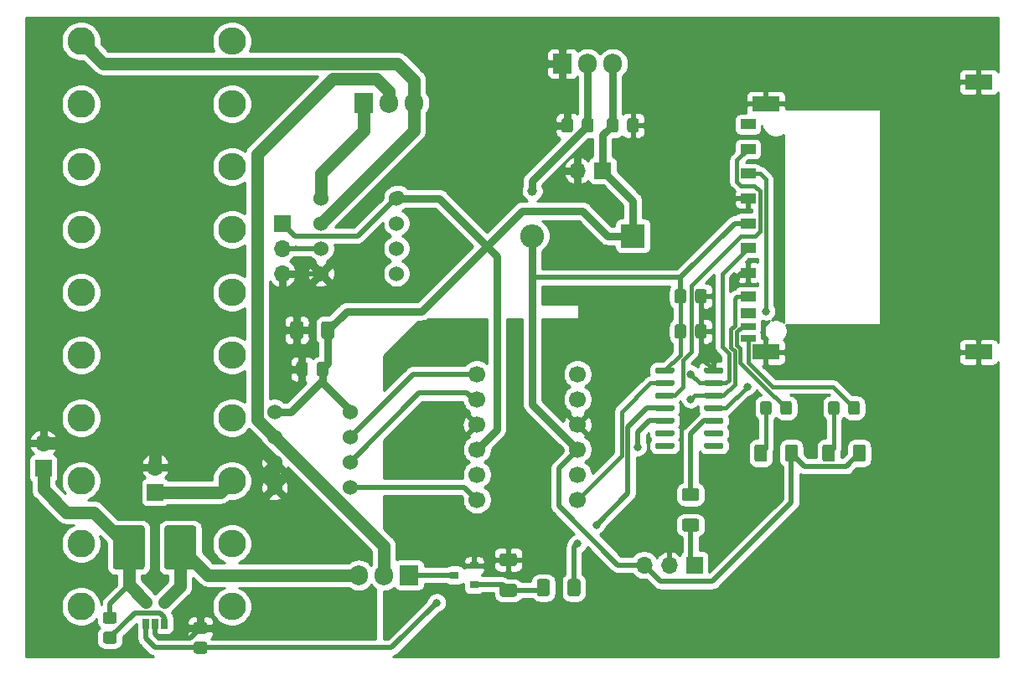
<source format=gbr>
%TF.GenerationSoftware,KiCad,Pcbnew,(5.1.9)-1*%
%TF.CreationDate,2021-11-24T15:42:48-05:00*%
%TF.ProjectId,BattTester,42617474-5465-4737-9465-722e6b696361,rev?*%
%TF.SameCoordinates,Original*%
%TF.FileFunction,Copper,L1,Top*%
%TF.FilePolarity,Positive*%
%FSLAX46Y46*%
G04 Gerber Fmt 4.6, Leading zero omitted, Abs format (unit mm)*
G04 Created by KiCad (PCBNEW (5.1.9)-1) date 2021-11-24 15:42:48*
%MOMM*%
%LPD*%
G01*
G04 APERTURE LIST*
%TA.AperFunction,ComponentPad*%
%ADD10O,1.905000X2.000000*%
%TD*%
%TA.AperFunction,ComponentPad*%
%ADD11R,1.905000X2.000000*%
%TD*%
%TA.AperFunction,SMDPad,CuDef*%
%ADD12R,0.650000X1.060000*%
%TD*%
%TA.AperFunction,SMDPad,CuDef*%
%ADD13R,0.900000X0.800000*%
%TD*%
%TA.AperFunction,ComponentPad*%
%ADD14C,2.800000*%
%TD*%
%TA.AperFunction,ComponentPad*%
%ADD15O,2.800000X2.800000*%
%TD*%
%TA.AperFunction,ComponentPad*%
%ADD16C,1.524000*%
%TD*%
%TA.AperFunction,ComponentPad*%
%ADD17O,1.700000X1.700000*%
%TD*%
%TA.AperFunction,ComponentPad*%
%ADD18R,1.700000X1.700000*%
%TD*%
%TA.AperFunction,SMDPad,CuDef*%
%ADD19R,2.800000X1.500000*%
%TD*%
%TA.AperFunction,SMDPad,CuDef*%
%ADD20R,1.500000X0.700000*%
%TD*%
%TA.AperFunction,SMDPad,CuDef*%
%ADD21R,1.500000X1.000000*%
%TD*%
%TA.AperFunction,ComponentPad*%
%ADD22O,2.400000X2.400000*%
%TD*%
%TA.AperFunction,ComponentPad*%
%ADD23R,2.400000X2.400000*%
%TD*%
%TA.AperFunction,ComponentPad*%
%ADD24C,1.700000*%
%TD*%
%TA.AperFunction,ViaPad*%
%ADD25C,0.800000*%
%TD*%
%TA.AperFunction,ViaPad*%
%ADD26C,1.000000*%
%TD*%
%TA.AperFunction,Conductor*%
%ADD27C,0.381000*%
%TD*%
%TA.AperFunction,Conductor*%
%ADD28C,0.762000*%
%TD*%
%TA.AperFunction,Conductor*%
%ADD29C,0.508000*%
%TD*%
%TA.AperFunction,Conductor*%
%ADD30C,1.016000*%
%TD*%
%TA.AperFunction,Conductor*%
%ADD31C,1.270000*%
%TD*%
%TA.AperFunction,Conductor*%
%ADD32C,0.254000*%
%TD*%
%TA.AperFunction,Conductor*%
%ADD33C,0.100000*%
%TD*%
G04 APERTURE END LIST*
D10*
%TO.P,U3,3*%
%TO.N,+9V*%
X199136000Y-68961000D03*
%TO.P,U3,2*%
%TO.N,+3V3*%
X196596000Y-68961000D03*
D11*
%TO.P,U3,1*%
%TO.N,GND*%
X194056000Y-68961000D03*
%TD*%
D12*
%TO.P,U5,5*%
%TO.N,/ISH+*%
X151958000Y-123360000D03*
%TO.P,U5,4*%
%TO.N,/ISH-*%
X153858000Y-123360000D03*
%TO.P,U5,3*%
%TO.N,Net-(R5-Pad1)*%
X153858000Y-125560000D03*
%TO.P,U5,2*%
%TO.N,GND*%
X152908000Y-125560000D03*
%TO.P,U5,1*%
%TO.N,/I_OUT*%
X151958000Y-125560000D03*
%TD*%
%TO.P,R10,2*%
%TO.N,GND*%
%TA.AperFunction,SMDPad,CuDef*%
G36*
G01*
X157930001Y-126600000D02*
X157029999Y-126600000D01*
G75*
G02*
X156780000Y-126350001I0J249999D01*
G01*
X156780000Y-125649999D01*
G75*
G02*
X157029999Y-125400000I249999J0D01*
G01*
X157930001Y-125400000D01*
G75*
G02*
X158180000Y-125649999I0J-249999D01*
G01*
X158180000Y-126350001D01*
G75*
G02*
X157930001Y-126600000I-249999J0D01*
G01*
G37*
%TD.AperFunction*%
%TO.P,R10,1*%
%TO.N,/I_OUT*%
%TA.AperFunction,SMDPad,CuDef*%
G36*
G01*
X157930001Y-128600000D02*
X157029999Y-128600000D01*
G75*
G02*
X156780000Y-128350001I0J249999D01*
G01*
X156780000Y-127649999D01*
G75*
G02*
X157029999Y-127400000I249999J0D01*
G01*
X157930001Y-127400000D01*
G75*
G02*
X158180000Y-127649999I0J-249999D01*
G01*
X158180000Y-128350001D01*
G75*
G02*
X157930001Y-128600000I-249999J0D01*
G01*
G37*
%TD.AperFunction*%
%TD*%
%TO.P,R5,2*%
%TO.N,/ISH+*%
%TA.AperFunction,SMDPad,CuDef*%
G36*
G01*
X148786001Y-125584000D02*
X147885999Y-125584000D01*
G75*
G02*
X147636000Y-125334001I0J249999D01*
G01*
X147636000Y-124633999D01*
G75*
G02*
X147885999Y-124384000I249999J0D01*
G01*
X148786001Y-124384000D01*
G75*
G02*
X149036000Y-124633999I0J-249999D01*
G01*
X149036000Y-125334001D01*
G75*
G02*
X148786001Y-125584000I-249999J0D01*
G01*
G37*
%TD.AperFunction*%
%TO.P,R5,1*%
%TO.N,Net-(R5-Pad1)*%
%TA.AperFunction,SMDPad,CuDef*%
G36*
G01*
X148786001Y-127584000D02*
X147885999Y-127584000D01*
G75*
G02*
X147636000Y-127334001I0J249999D01*
G01*
X147636000Y-126633999D01*
G75*
G02*
X147885999Y-126384000I249999J0D01*
G01*
X148786001Y-126384000D01*
G75*
G02*
X149036000Y-126633999I0J-249999D01*
G01*
X149036000Y-127334001D01*
G75*
G02*
X148786001Y-127584000I-249999J0D01*
G01*
G37*
%TD.AperFunction*%
%TD*%
%TO.P,R4,2*%
%TO.N,/ISH-*%
%TA.AperFunction,SMDPad,CuDef*%
G36*
G01*
X153848000Y-119831000D02*
X153848000Y-115881000D01*
G75*
G02*
X154098000Y-115631000I250000J0D01*
G01*
X156798000Y-115631000D01*
G75*
G02*
X157048000Y-115881000I0J-250000D01*
G01*
X157048000Y-119831000D01*
G75*
G02*
X156798000Y-120081000I-250000J0D01*
G01*
X154098000Y-120081000D01*
G75*
G02*
X153848000Y-119831000I0J250000D01*
G01*
G37*
%TD.AperFunction*%
%TO.P,R4,1*%
%TO.N,/ISH+*%
%TA.AperFunction,SMDPad,CuDef*%
G36*
G01*
X148648000Y-119831000D02*
X148648000Y-115881000D01*
G75*
G02*
X148898000Y-115631000I250000J0D01*
G01*
X151598000Y-115631000D01*
G75*
G02*
X151848000Y-115881000I0J-250000D01*
G01*
X151848000Y-119831000D01*
G75*
G02*
X151598000Y-120081000I-250000J0D01*
G01*
X148898000Y-120081000D01*
G75*
G02*
X148648000Y-119831000I0J250000D01*
G01*
G37*
%TD.AperFunction*%
%TD*%
%TO.P,R9,2*%
%TO.N,GND*%
%TA.AperFunction,SMDPad,CuDef*%
G36*
G01*
X189220000Y-119750000D02*
X187970000Y-119750000D01*
G75*
G02*
X187720000Y-119500000I0J250000D01*
G01*
X187720000Y-118700000D01*
G75*
G02*
X187970000Y-118450000I250000J0D01*
G01*
X189220000Y-118450000D01*
G75*
G02*
X189470000Y-118700000I0J-250000D01*
G01*
X189470000Y-119500000D01*
G75*
G02*
X189220000Y-119750000I-250000J0D01*
G01*
G37*
%TD.AperFunction*%
%TO.P,R9,1*%
%TO.N,Net-(Q3-Pad1)*%
%TA.AperFunction,SMDPad,CuDef*%
G36*
G01*
X189220000Y-122850000D02*
X187970000Y-122850000D01*
G75*
G02*
X187720000Y-122600000I0J250000D01*
G01*
X187720000Y-121800000D01*
G75*
G02*
X187970000Y-121550000I250000J0D01*
G01*
X189220000Y-121550000D01*
G75*
G02*
X189470000Y-121800000I0J-250000D01*
G01*
X189470000Y-122600000D01*
G75*
G02*
X189220000Y-122850000I-250000J0D01*
G01*
G37*
%TD.AperFunction*%
%TD*%
D13*
%TO.P,Q3,3*%
%TO.N,Net-(Q2-Pad1)*%
X183150000Y-120650000D03*
%TO.P,Q3,2*%
%TO.N,GND*%
X185150000Y-119700000D03*
%TO.P,Q3,1*%
%TO.N,Net-(Q3-Pad1)*%
X185150000Y-121600000D03*
%TD*%
D14*
%TO.P,R3,1*%
%TO.N,Net-(Q1-Pad3)*%
X145415000Y-66675000D03*
D15*
%TO.P,R3,2*%
%TO.N,Net-(JP1-Pad1)*%
X160655000Y-66675000D03*
D14*
%TO.P,R3,1*%
%TO.N,Net-(Q1-Pad3)*%
X145415000Y-73025000D03*
D15*
%TO.P,R3,2*%
%TO.N,Net-(JP1-Pad1)*%
X160655000Y-73025000D03*
D14*
%TO.P,R3,1*%
%TO.N,Net-(Q1-Pad3)*%
X145415000Y-79375000D03*
D15*
%TO.P,R3,2*%
%TO.N,Net-(JP1-Pad1)*%
X160655000Y-79375000D03*
D14*
%TO.P,R3,1*%
%TO.N,Net-(Q1-Pad3)*%
X145415000Y-85725000D03*
D15*
%TO.P,R3,2*%
%TO.N,Net-(JP1-Pad1)*%
X160655000Y-85725000D03*
D14*
%TO.P,R3,1*%
%TO.N,Net-(Q1-Pad3)*%
X145415000Y-92075000D03*
D15*
%TO.P,R3,2*%
%TO.N,Net-(JP1-Pad1)*%
X160655000Y-92075000D03*
D14*
%TO.P,R3,1*%
%TO.N,Net-(Q1-Pad3)*%
X145415000Y-98425000D03*
D15*
%TO.P,R3,2*%
%TO.N,Net-(JP1-Pad1)*%
X160655000Y-98425000D03*
D14*
%TO.P,R3,1*%
%TO.N,Net-(Q1-Pad3)*%
X145415000Y-104775000D03*
D15*
%TO.P,R3,2*%
%TO.N,Net-(JP1-Pad1)*%
X160655000Y-104775000D03*
D14*
%TO.P,R3,1*%
%TO.N,Net-(Q1-Pad3)*%
X145415000Y-111125000D03*
D15*
%TO.P,R3,2*%
%TO.N,Net-(JP1-Pad1)*%
X160655000Y-111125000D03*
D14*
%TO.P,R3,1*%
%TO.N,Net-(Q1-Pad3)*%
X145415000Y-117475000D03*
D15*
%TO.P,R3,2*%
%TO.N,Net-(JP1-Pad1)*%
X160655000Y-117475000D03*
X160655000Y-123825000D03*
D14*
%TO.P,R3,1*%
%TO.N,Net-(Q1-Pad3)*%
X145415000Y-123825000D03*
%TD*%
%TO.P,R8,2*%
%TO.N,Net-(Q3-Pad1)*%
%TA.AperFunction,SMDPad,CuDef*%
G36*
G01*
X192775000Y-121295000D02*
X192775000Y-122545000D01*
G75*
G02*
X192525000Y-122795000I-250000J0D01*
G01*
X191725000Y-122795000D01*
G75*
G02*
X191475000Y-122545000I0J250000D01*
G01*
X191475000Y-121295000D01*
G75*
G02*
X191725000Y-121045000I250000J0D01*
G01*
X192525000Y-121045000D01*
G75*
G02*
X192775000Y-121295000I0J-250000D01*
G01*
G37*
%TD.AperFunction*%
%TO.P,R8,1*%
%TO.N,/CUTOFF*%
%TA.AperFunction,SMDPad,CuDef*%
G36*
G01*
X195875000Y-121295000D02*
X195875000Y-122545000D01*
G75*
G02*
X195625000Y-122795000I-250000J0D01*
G01*
X194825000Y-122795000D01*
G75*
G02*
X194575000Y-122545000I0J250000D01*
G01*
X194575000Y-121295000D01*
G75*
G02*
X194825000Y-121045000I250000J0D01*
G01*
X195625000Y-121045000D01*
G75*
G02*
X195875000Y-121295000I0J-250000D01*
G01*
G37*
%TD.AperFunction*%
%TD*%
D10*
%TO.P,Q2,3*%
%TO.N,/ISH-*%
X173482000Y-120650000D03*
%TO.P,Q2,2*%
%TO.N,/B+*%
X176022000Y-120650000D03*
D11*
%TO.P,Q2,1*%
%TO.N,Net-(Q2-Pad1)*%
X178562000Y-120650000D03*
%TD*%
D16*
%TO.P,U4,8*%
%TO.N,+9V*%
X177292000Y-82550000D03*
%TO.P,U4,7*%
%TO.N,N/C*%
X177292000Y-85090000D03*
%TO.P,U4,6*%
X177292000Y-87630000D03*
%TO.P,U4,5*%
X177292000Y-90170000D03*
%TO.P,U4,4*%
%TO.N,GND*%
X169672000Y-90170000D03*
%TO.P,U4,3*%
%TO.N,Net-(RV1-Pad2)*%
X169672000Y-87630000D03*
%TO.P,U4,2*%
%TO.N,Net-(Q1-Pad3)*%
X169672000Y-85090000D03*
%TO.P,U4,1*%
%TO.N,Net-(Q1-Pad1)*%
X169672000Y-82550000D03*
%TD*%
%TO.P,U1,8*%
%TO.N,+9V*%
X172593000Y-104140000D03*
%TO.P,U1,7*%
%TO.N,Net-(A1-Pad1)*%
X172593000Y-106680000D03*
%TO.P,U1,6*%
%TO.N,Net-(A1-Pad2)*%
X172593000Y-109220000D03*
%TO.P,U1,5*%
%TO.N,Net-(A1-Pad6)*%
X172593000Y-111760000D03*
%TO.P,U1,4*%
%TO.N,GND*%
X164973000Y-111760000D03*
%TO.P,U1,3*%
X164973000Y-109220000D03*
%TO.P,U1,2*%
%TO.N,/B+*%
X164973000Y-106680000D03*
%TO.P,U1,1*%
%TO.N,+9V*%
X164973000Y-104140000D03*
%TD*%
D17*
%TO.P,J1,2*%
%TO.N,GND*%
X141605000Y-107315000D03*
D18*
%TO.P,J1,1*%
%TO.N,/ISH+*%
X141605000Y-109855000D03*
%TD*%
%TO.P,U2,14*%
%TO.N,GND*%
%TA.AperFunction,SMDPad,CuDef*%
G36*
G01*
X208383000Y-100099000D02*
X208383000Y-99799000D01*
G75*
G02*
X208533000Y-99649000I150000J0D01*
G01*
X210183000Y-99649000D01*
G75*
G02*
X210333000Y-99799000I0J-150000D01*
G01*
X210333000Y-100099000D01*
G75*
G02*
X210183000Y-100249000I-150000J0D01*
G01*
X208533000Y-100249000D01*
G75*
G02*
X208383000Y-100099000I0J150000D01*
G01*
G37*
%TD.AperFunction*%
%TO.P,U2,13*%
%TO.N,/SPI-SCK*%
%TA.AperFunction,SMDPad,CuDef*%
G36*
G01*
X208383000Y-101369000D02*
X208383000Y-101069000D01*
G75*
G02*
X208533000Y-100919000I150000J0D01*
G01*
X210183000Y-100919000D01*
G75*
G02*
X210333000Y-101069000I0J-150000D01*
G01*
X210333000Y-101369000D01*
G75*
G02*
X210183000Y-101519000I-150000J0D01*
G01*
X208533000Y-101519000D01*
G75*
G02*
X208383000Y-101369000I0J150000D01*
G01*
G37*
%TD.AperFunction*%
%TO.P,U2,12*%
%TO.N,/SPI-MISO*%
%TA.AperFunction,SMDPad,CuDef*%
G36*
G01*
X208383000Y-102639000D02*
X208383000Y-102339000D01*
G75*
G02*
X208533000Y-102189000I150000J0D01*
G01*
X210183000Y-102189000D01*
G75*
G02*
X210333000Y-102339000I0J-150000D01*
G01*
X210333000Y-102639000D01*
G75*
G02*
X210183000Y-102789000I-150000J0D01*
G01*
X208533000Y-102789000D01*
G75*
G02*
X208383000Y-102639000I0J150000D01*
G01*
G37*
%TD.AperFunction*%
%TO.P,U2,11*%
%TO.N,/SPI-MOSI*%
%TA.AperFunction,SMDPad,CuDef*%
G36*
G01*
X208383000Y-103909000D02*
X208383000Y-103609000D01*
G75*
G02*
X208533000Y-103459000I150000J0D01*
G01*
X210183000Y-103459000D01*
G75*
G02*
X210333000Y-103609000I0J-150000D01*
G01*
X210333000Y-103909000D01*
G75*
G02*
X210183000Y-104059000I-150000J0D01*
G01*
X208533000Y-104059000D01*
G75*
G02*
X208383000Y-103909000I0J150000D01*
G01*
G37*
%TD.AperFunction*%
%TO.P,U2,10*%
%TO.N,/RESET*%
%TA.AperFunction,SMDPad,CuDef*%
G36*
G01*
X208383000Y-105179000D02*
X208383000Y-104879000D01*
G75*
G02*
X208533000Y-104729000I150000J0D01*
G01*
X210183000Y-104729000D01*
G75*
G02*
X210333000Y-104879000I0J-150000D01*
G01*
X210333000Y-105179000D01*
G75*
G02*
X210183000Y-105329000I-150000J0D01*
G01*
X208533000Y-105329000D01*
G75*
G02*
X208383000Y-105179000I0J150000D01*
G01*
G37*
%TD.AperFunction*%
%TO.P,U2,9*%
%TO.N,N/C*%
%TA.AperFunction,SMDPad,CuDef*%
G36*
G01*
X208383000Y-106449000D02*
X208383000Y-106149000D01*
G75*
G02*
X208533000Y-105999000I150000J0D01*
G01*
X210183000Y-105999000D01*
G75*
G02*
X210333000Y-106149000I0J-150000D01*
G01*
X210333000Y-106449000D01*
G75*
G02*
X210183000Y-106599000I-150000J0D01*
G01*
X208533000Y-106599000D01*
G75*
G02*
X208383000Y-106449000I0J150000D01*
G01*
G37*
%TD.AperFunction*%
%TO.P,U2,8*%
%TA.AperFunction,SMDPad,CuDef*%
G36*
G01*
X208383000Y-107719000D02*
X208383000Y-107419000D01*
G75*
G02*
X208533000Y-107269000I150000J0D01*
G01*
X210183000Y-107269000D01*
G75*
G02*
X210333000Y-107419000I0J-150000D01*
G01*
X210333000Y-107719000D01*
G75*
G02*
X210183000Y-107869000I-150000J0D01*
G01*
X208533000Y-107869000D01*
G75*
G02*
X208383000Y-107719000I0J150000D01*
G01*
G37*
%TD.AperFunction*%
%TO.P,U2,7*%
%TA.AperFunction,SMDPad,CuDef*%
G36*
G01*
X203433000Y-107719000D02*
X203433000Y-107419000D01*
G75*
G02*
X203583000Y-107269000I150000J0D01*
G01*
X205233000Y-107269000D01*
G75*
G02*
X205383000Y-107419000I0J-150000D01*
G01*
X205383000Y-107719000D01*
G75*
G02*
X205233000Y-107869000I-150000J0D01*
G01*
X203583000Y-107869000D01*
G75*
G02*
X203433000Y-107719000I0J150000D01*
G01*
G37*
%TD.AperFunction*%
%TO.P,U2,6*%
%TA.AperFunction,SMDPad,CuDef*%
G36*
G01*
X203433000Y-106449000D02*
X203433000Y-106149000D01*
G75*
G02*
X203583000Y-105999000I150000J0D01*
G01*
X205233000Y-105999000D01*
G75*
G02*
X205383000Y-106149000I0J-150000D01*
G01*
X205383000Y-106449000D01*
G75*
G02*
X205233000Y-106599000I-150000J0D01*
G01*
X203583000Y-106599000D01*
G75*
G02*
X203433000Y-106449000I0J150000D01*
G01*
G37*
%TD.AperFunction*%
%TO.P,U2,5*%
%TO.N,/I_OUT*%
%TA.AperFunction,SMDPad,CuDef*%
G36*
G01*
X203433000Y-105179000D02*
X203433000Y-104879000D01*
G75*
G02*
X203583000Y-104729000I150000J0D01*
G01*
X205233000Y-104729000D01*
G75*
G02*
X205383000Y-104879000I0J-150000D01*
G01*
X205383000Y-105179000D01*
G75*
G02*
X205233000Y-105329000I-150000J0D01*
G01*
X203583000Y-105329000D01*
G75*
G02*
X203433000Y-105179000I0J150000D01*
G01*
G37*
%TD.AperFunction*%
%TO.P,U2,4*%
%TO.N,/CUTOFF*%
%TA.AperFunction,SMDPad,CuDef*%
G36*
G01*
X203433000Y-103909000D02*
X203433000Y-103609000D01*
G75*
G02*
X203583000Y-103459000I150000J0D01*
G01*
X205233000Y-103459000D01*
G75*
G02*
X205383000Y-103609000I0J-150000D01*
G01*
X205383000Y-103909000D01*
G75*
G02*
X205233000Y-104059000I-150000J0D01*
G01*
X203583000Y-104059000D01*
G75*
G02*
X203433000Y-103909000I0J150000D01*
G01*
G37*
%TD.AperFunction*%
%TO.P,U2,3*%
%TO.N,/SPI-CS1*%
%TA.AperFunction,SMDPad,CuDef*%
G36*
G01*
X203433000Y-102639000D02*
X203433000Y-102339000D01*
G75*
G02*
X203583000Y-102189000I150000J0D01*
G01*
X205233000Y-102189000D01*
G75*
G02*
X205383000Y-102339000I0J-150000D01*
G01*
X205383000Y-102639000D01*
G75*
G02*
X205233000Y-102789000I-150000J0D01*
G01*
X203583000Y-102789000D01*
G75*
G02*
X203433000Y-102639000I0J150000D01*
G01*
G37*
%TD.AperFunction*%
%TO.P,U2,2*%
%TO.N,/SPI-CS0*%
%TA.AperFunction,SMDPad,CuDef*%
G36*
G01*
X203433000Y-101369000D02*
X203433000Y-101069000D01*
G75*
G02*
X203583000Y-100919000I150000J0D01*
G01*
X205233000Y-100919000D01*
G75*
G02*
X205383000Y-101069000I0J-150000D01*
G01*
X205383000Y-101369000D01*
G75*
G02*
X205233000Y-101519000I-150000J0D01*
G01*
X203583000Y-101519000D01*
G75*
G02*
X203433000Y-101369000I0J150000D01*
G01*
G37*
%TD.AperFunction*%
%TO.P,U2,1*%
%TO.N,+3V3*%
%TA.AperFunction,SMDPad,CuDef*%
G36*
G01*
X203433000Y-100099000D02*
X203433000Y-99799000D01*
G75*
G02*
X203583000Y-99649000I150000J0D01*
G01*
X205233000Y-99649000D01*
G75*
G02*
X205383000Y-99799000I0J-150000D01*
G01*
X205383000Y-100099000D01*
G75*
G02*
X205233000Y-100249000I-150000J0D01*
G01*
X203583000Y-100249000D01*
G75*
G02*
X203433000Y-100099000I0J150000D01*
G01*
G37*
%TD.AperFunction*%
%TD*%
D17*
%TO.P,RV1,3*%
%TO.N,GND*%
X165735000Y-90170000D03*
%TO.P,RV1,2*%
%TO.N,Net-(RV1-Pad2)*%
X165735000Y-87630000D03*
D18*
%TO.P,RV1,1*%
%TO.N,+9V*%
X165735000Y-85090000D03*
%TD*%
%TO.P,R6,2*%
%TO.N,Net-(J4-Pad1)*%
%TA.AperFunction,SMDPad,CuDef*%
G36*
G01*
X206384999Y-114946000D02*
X207635001Y-114946000D01*
G75*
G02*
X207885000Y-115195999I0J-249999D01*
G01*
X207885000Y-115996001D01*
G75*
G02*
X207635001Y-116246000I-249999J0D01*
G01*
X206384999Y-116246000D01*
G75*
G02*
X206135000Y-115996001I0J249999D01*
G01*
X206135000Y-115195999D01*
G75*
G02*
X206384999Y-114946000I249999J0D01*
G01*
G37*
%TD.AperFunction*%
%TO.P,R6,1*%
%TO.N,/RESET*%
%TA.AperFunction,SMDPad,CuDef*%
G36*
G01*
X206384999Y-111846000D02*
X207635001Y-111846000D01*
G75*
G02*
X207885000Y-112095999I0J-249999D01*
G01*
X207885000Y-112896001D01*
G75*
G02*
X207635001Y-113146000I-249999J0D01*
G01*
X206384999Y-113146000D01*
G75*
G02*
X206135000Y-112896001I0J249999D01*
G01*
X206135000Y-112095999D01*
G75*
G02*
X206384999Y-111846000I249999J0D01*
G01*
G37*
%TD.AperFunction*%
%TD*%
%TO.P,R2,2*%
%TO.N,Net-(D2-Pad2)*%
%TA.AperFunction,SMDPad,CuDef*%
G36*
G01*
X221604000Y-107705999D02*
X221604000Y-108956001D01*
G75*
G02*
X221354001Y-109206000I-249999J0D01*
G01*
X220553999Y-109206000D01*
G75*
G02*
X220304000Y-108956001I0J249999D01*
G01*
X220304000Y-107705999D01*
G75*
G02*
X220553999Y-107456000I249999J0D01*
G01*
X221354001Y-107456000D01*
G75*
G02*
X221604000Y-107705999I0J-249999D01*
G01*
G37*
%TD.AperFunction*%
%TO.P,R2,1*%
%TO.N,+3V3*%
%TA.AperFunction,SMDPad,CuDef*%
G36*
G01*
X224704000Y-107705999D02*
X224704000Y-108956001D01*
G75*
G02*
X224454001Y-109206000I-249999J0D01*
G01*
X223653999Y-109206000D01*
G75*
G02*
X223404000Y-108956001I0J249999D01*
G01*
X223404000Y-107705999D01*
G75*
G02*
X223653999Y-107456000I249999J0D01*
G01*
X224454001Y-107456000D01*
G75*
G02*
X224704000Y-107705999I0J-249999D01*
G01*
G37*
%TD.AperFunction*%
%TD*%
%TO.P,R1,2*%
%TO.N,Net-(D1-Pad2)*%
%TA.AperFunction,SMDPad,CuDef*%
G36*
G01*
X214746000Y-107705999D02*
X214746000Y-108956001D01*
G75*
G02*
X214496001Y-109206000I-249999J0D01*
G01*
X213695999Y-109206000D01*
G75*
G02*
X213446000Y-108956001I0J249999D01*
G01*
X213446000Y-107705999D01*
G75*
G02*
X213695999Y-107456000I249999J0D01*
G01*
X214496001Y-107456000D01*
G75*
G02*
X214746000Y-107705999I0J-249999D01*
G01*
G37*
%TD.AperFunction*%
%TO.P,R1,1*%
%TO.N,+3V3*%
%TA.AperFunction,SMDPad,CuDef*%
G36*
G01*
X217846000Y-107705999D02*
X217846000Y-108956001D01*
G75*
G02*
X217596001Y-109206000I-249999J0D01*
G01*
X216795999Y-109206000D01*
G75*
G02*
X216546000Y-108956001I0J249999D01*
G01*
X216546000Y-107705999D01*
G75*
G02*
X216795999Y-107456000I249999J0D01*
G01*
X217596001Y-107456000D01*
G75*
G02*
X217846000Y-107705999I0J-249999D01*
G01*
G37*
%TD.AperFunction*%
%TD*%
D10*
%TO.P,Q1,3*%
%TO.N,Net-(Q1-Pad3)*%
X179070000Y-72898000D03*
%TO.P,Q1,2*%
%TO.N,/B+*%
X176530000Y-72898000D03*
D11*
%TO.P,Q1,1*%
%TO.N,Net-(Q1-Pad1)*%
X173990000Y-72898000D03*
%TD*%
D17*
%TO.P,JP1,2*%
%TO.N,GND*%
X152908000Y-109728000D03*
D18*
%TO.P,JP1,1*%
%TO.N,Net-(JP1-Pad1)*%
X152908000Y-112268000D03*
%TD*%
D17*
%TO.P,J4,3*%
%TO.N,+3V3*%
X202311000Y-119634000D03*
%TO.P,J4,2*%
%TO.N,GND*%
X204851000Y-119634000D03*
D18*
%TO.P,J4,1*%
%TO.N,Net-(J4-Pad1)*%
X207391000Y-119634000D03*
%TD*%
D17*
%TO.P,J3,2*%
%TO.N,GND*%
X195580000Y-79756000D03*
D18*
%TO.P,J3,1*%
%TO.N,+9V*%
X198120000Y-79756000D03*
%TD*%
D19*
%TO.P,J2,12*%
%TO.N,GND*%
X214615000Y-98105000D03*
X236115000Y-98105000D03*
X236115000Y-70805000D03*
X214615000Y-73005000D03*
D20*
%TO.P,J2,11*%
%TO.N,/WRPrt*%
X212815000Y-96710000D03*
%TO.P,J2,10*%
%TO.N,/SDDet*%
X212815000Y-95510000D03*
D21*
%TO.P,J2,9*%
%TO.N,N/C*%
X212815000Y-75080000D03*
%TO.P,J2,8*%
X212815000Y-94210000D03*
%TO.P,J2,7*%
%TO.N,/SPI-MISO*%
X212815000Y-92510000D03*
%TO.P,J2,6*%
%TO.N,GND*%
X212815000Y-90080000D03*
%TO.P,J2,5*%
%TO.N,/SPI-SCK*%
X212815000Y-87580000D03*
%TO.P,J2,4*%
%TO.N,+3V3*%
X212815000Y-85080000D03*
%TO.P,J2,3*%
%TO.N,GND*%
X212815000Y-82580000D03*
%TO.P,J2,2*%
%TO.N,/SPI-MOSI*%
X212815000Y-80080000D03*
%TO.P,J2,1*%
%TO.N,/SPI-CS1*%
X212815000Y-77580000D03*
%TD*%
D22*
%TO.P,D3,2*%
%TO.N,+3V3*%
X191008000Y-86360000D03*
D23*
%TO.P,D3,1*%
%TO.N,+9V*%
X201168000Y-86360000D03*
%TD*%
%TO.P,D2,2*%
%TO.N,Net-(D2-Pad2)*%
%TA.AperFunction,SMDPad,CuDef*%
G36*
G01*
X222054000Y-103308999D02*
X222054000Y-104209001D01*
G75*
G02*
X221804001Y-104459000I-249999J0D01*
G01*
X221153999Y-104459000D01*
G75*
G02*
X220904000Y-104209001I0J249999D01*
G01*
X220904000Y-103308999D01*
G75*
G02*
X221153999Y-103059000I249999J0D01*
G01*
X221804001Y-103059000D01*
G75*
G02*
X222054000Y-103308999I0J-249999D01*
G01*
G37*
%TD.AperFunction*%
%TO.P,D2,1*%
%TO.N,/WRPrt*%
%TA.AperFunction,SMDPad,CuDef*%
G36*
G01*
X224104000Y-103308999D02*
X224104000Y-104209001D01*
G75*
G02*
X223854001Y-104459000I-249999J0D01*
G01*
X223203999Y-104459000D01*
G75*
G02*
X222954000Y-104209001I0J249999D01*
G01*
X222954000Y-103308999D01*
G75*
G02*
X223203999Y-103059000I249999J0D01*
G01*
X223854001Y-103059000D01*
G75*
G02*
X224104000Y-103308999I0J-249999D01*
G01*
G37*
%TD.AperFunction*%
%TD*%
%TO.P,D1,2*%
%TO.N,Net-(D1-Pad2)*%
%TA.AperFunction,SMDPad,CuDef*%
G36*
G01*
X215196000Y-103308999D02*
X215196000Y-104209001D01*
G75*
G02*
X214946001Y-104459000I-249999J0D01*
G01*
X214295999Y-104459000D01*
G75*
G02*
X214046000Y-104209001I0J249999D01*
G01*
X214046000Y-103308999D01*
G75*
G02*
X214295999Y-103059000I249999J0D01*
G01*
X214946001Y-103059000D01*
G75*
G02*
X215196000Y-103308999I0J-249999D01*
G01*
G37*
%TD.AperFunction*%
%TO.P,D1,1*%
%TO.N,/SDDet*%
%TA.AperFunction,SMDPad,CuDef*%
G36*
G01*
X217246000Y-103308999D02*
X217246000Y-104209001D01*
G75*
G02*
X216996001Y-104459000I-249999J0D01*
G01*
X216345999Y-104459000D01*
G75*
G02*
X216096000Y-104209001I0J249999D01*
G01*
X216096000Y-103308999D01*
G75*
G02*
X216345999Y-103059000I249999J0D01*
G01*
X216996001Y-103059000D01*
G75*
G02*
X217246000Y-103308999I0J-249999D01*
G01*
G37*
%TD.AperFunction*%
%TD*%
%TO.P,C6,2*%
%TO.N,GND*%
%TA.AperFunction,SMDPad,CuDef*%
G36*
G01*
X195130000Y-74709000D02*
X195130000Y-75659000D01*
G75*
G02*
X194880000Y-75909000I-250000J0D01*
G01*
X194205000Y-75909000D01*
G75*
G02*
X193955000Y-75659000I0J250000D01*
G01*
X193955000Y-74709000D01*
G75*
G02*
X194205000Y-74459000I250000J0D01*
G01*
X194880000Y-74459000D01*
G75*
G02*
X195130000Y-74709000I0J-250000D01*
G01*
G37*
%TD.AperFunction*%
%TO.P,C6,1*%
%TO.N,+3V3*%
%TA.AperFunction,SMDPad,CuDef*%
G36*
G01*
X197205000Y-74709000D02*
X197205000Y-75659000D01*
G75*
G02*
X196955000Y-75909000I-250000J0D01*
G01*
X196280000Y-75909000D01*
G75*
G02*
X196030000Y-75659000I0J250000D01*
G01*
X196030000Y-74709000D01*
G75*
G02*
X196280000Y-74459000I250000J0D01*
G01*
X196955000Y-74459000D01*
G75*
G02*
X197205000Y-74709000I0J-250000D01*
G01*
G37*
%TD.AperFunction*%
%TD*%
%TO.P,C5,2*%
%TO.N,GND*%
%TA.AperFunction,SMDPad,CuDef*%
G36*
G01*
X200602000Y-75659000D02*
X200602000Y-74709000D01*
G75*
G02*
X200852000Y-74459000I250000J0D01*
G01*
X201527000Y-74459000D01*
G75*
G02*
X201777000Y-74709000I0J-250000D01*
G01*
X201777000Y-75659000D01*
G75*
G02*
X201527000Y-75909000I-250000J0D01*
G01*
X200852000Y-75909000D01*
G75*
G02*
X200602000Y-75659000I0J250000D01*
G01*
G37*
%TD.AperFunction*%
%TO.P,C5,1*%
%TO.N,+9V*%
%TA.AperFunction,SMDPad,CuDef*%
G36*
G01*
X198527000Y-75659000D02*
X198527000Y-74709000D01*
G75*
G02*
X198777000Y-74459000I250000J0D01*
G01*
X199452000Y-74459000D01*
G75*
G02*
X199702000Y-74709000I0J-250000D01*
G01*
X199702000Y-75659000D01*
G75*
G02*
X199452000Y-75909000I-250000J0D01*
G01*
X198777000Y-75909000D01*
G75*
G02*
X198527000Y-75659000I0J250000D01*
G01*
G37*
%TD.AperFunction*%
%TD*%
%TO.P,C4,2*%
%TO.N,GND*%
%TA.AperFunction,SMDPad,CuDef*%
G36*
G01*
X207460000Y-92931000D02*
X207460000Y-91981000D01*
G75*
G02*
X207710000Y-91731000I250000J0D01*
G01*
X208385000Y-91731000D01*
G75*
G02*
X208635000Y-91981000I0J-250000D01*
G01*
X208635000Y-92931000D01*
G75*
G02*
X208385000Y-93181000I-250000J0D01*
G01*
X207710000Y-93181000D01*
G75*
G02*
X207460000Y-92931000I0J250000D01*
G01*
G37*
%TD.AperFunction*%
%TO.P,C4,1*%
%TO.N,+3V3*%
%TA.AperFunction,SMDPad,CuDef*%
G36*
G01*
X205385000Y-92931000D02*
X205385000Y-91981000D01*
G75*
G02*
X205635000Y-91731000I250000J0D01*
G01*
X206310000Y-91731000D01*
G75*
G02*
X206560000Y-91981000I0J-250000D01*
G01*
X206560000Y-92931000D01*
G75*
G02*
X206310000Y-93181000I-250000J0D01*
G01*
X205635000Y-93181000D01*
G75*
G02*
X205385000Y-92931000I0J250000D01*
G01*
G37*
%TD.AperFunction*%
%TD*%
%TO.P,C3,2*%
%TO.N,GND*%
%TA.AperFunction,SMDPad,CuDef*%
G36*
G01*
X207460000Y-96487000D02*
X207460000Y-95537000D01*
G75*
G02*
X207710000Y-95287000I250000J0D01*
G01*
X208385000Y-95287000D01*
G75*
G02*
X208635000Y-95537000I0J-250000D01*
G01*
X208635000Y-96487000D01*
G75*
G02*
X208385000Y-96737000I-250000J0D01*
G01*
X207710000Y-96737000D01*
G75*
G02*
X207460000Y-96487000I0J250000D01*
G01*
G37*
%TD.AperFunction*%
%TO.P,C3,1*%
%TO.N,+3V3*%
%TA.AperFunction,SMDPad,CuDef*%
G36*
G01*
X205385000Y-96487000D02*
X205385000Y-95537000D01*
G75*
G02*
X205635000Y-95287000I250000J0D01*
G01*
X206310000Y-95287000D01*
G75*
G02*
X206560000Y-95537000I0J-250000D01*
G01*
X206560000Y-96487000D01*
G75*
G02*
X206310000Y-96737000I-250000J0D01*
G01*
X205635000Y-96737000D01*
G75*
G02*
X205385000Y-96487000I0J250000D01*
G01*
G37*
%TD.AperFunction*%
%TD*%
%TO.P,C2,2*%
%TO.N,GND*%
%TA.AperFunction,SMDPad,CuDef*%
G36*
G01*
X167883000Y-95234997D02*
X167883000Y-96535003D01*
G75*
G02*
X167633003Y-96785000I-249997J0D01*
G01*
X166807997Y-96785000D01*
G75*
G02*
X166558000Y-96535003I0J249997D01*
G01*
X166558000Y-95234997D01*
G75*
G02*
X166807997Y-94985000I249997J0D01*
G01*
X167633003Y-94985000D01*
G75*
G02*
X167883000Y-95234997I0J-249997D01*
G01*
G37*
%TD.AperFunction*%
%TO.P,C2,1*%
%TO.N,+9V*%
%TA.AperFunction,SMDPad,CuDef*%
G36*
G01*
X171008000Y-95234997D02*
X171008000Y-96535003D01*
G75*
G02*
X170758003Y-96785000I-249997J0D01*
G01*
X169932997Y-96785000D01*
G75*
G02*
X169683000Y-96535003I0J249997D01*
G01*
X169683000Y-95234997D01*
G75*
G02*
X169932997Y-94985000I249997J0D01*
G01*
X170758003Y-94985000D01*
G75*
G02*
X171008000Y-95234997I0J-249997D01*
G01*
G37*
%TD.AperFunction*%
%TD*%
%TO.P,C1,2*%
%TO.N,+9V*%
%TA.AperFunction,SMDPad,CuDef*%
G36*
G01*
X169233000Y-100297000D02*
X169233000Y-99347000D01*
G75*
G02*
X169483000Y-99097000I250000J0D01*
G01*
X170158000Y-99097000D01*
G75*
G02*
X170408000Y-99347000I0J-250000D01*
G01*
X170408000Y-100297000D01*
G75*
G02*
X170158000Y-100547000I-250000J0D01*
G01*
X169483000Y-100547000D01*
G75*
G02*
X169233000Y-100297000I0J250000D01*
G01*
G37*
%TD.AperFunction*%
%TO.P,C1,1*%
%TO.N,GND*%
%TA.AperFunction,SMDPad,CuDef*%
G36*
G01*
X167158000Y-100297000D02*
X167158000Y-99347000D01*
G75*
G02*
X167408000Y-99097000I250000J0D01*
G01*
X168083000Y-99097000D01*
G75*
G02*
X168333000Y-99347000I0J-250000D01*
G01*
X168333000Y-100297000D01*
G75*
G02*
X168083000Y-100547000I-250000J0D01*
G01*
X167408000Y-100547000D01*
G75*
G02*
X167158000Y-100297000I0J250000D01*
G01*
G37*
%TD.AperFunction*%
%TD*%
D24*
%TO.P,A1,12*%
%TO.N,/SPI-SCK*%
X195580000Y-100330000D03*
%TO.P,A1,11*%
%TO.N,/SPI-MISO*%
X195580000Y-102870000D03*
%TO.P,A1,10*%
%TO.N,GND*%
X195580000Y-105410000D03*
%TO.P,A1,9*%
%TO.N,+3V3*%
X195580000Y-107950000D03*
%TO.P,A1,8*%
%TO.N,N/C*%
X195580000Y-110490000D03*
%TO.P,A1,7*%
%TO.N,/SPI-CS0*%
X195580000Y-113030000D03*
%TO.P,A1,6*%
%TO.N,Net-(A1-Pad6)*%
X185420000Y-113030000D03*
%TO.P,A1,5*%
%TO.N,N/C*%
X185420000Y-110490000D03*
%TO.P,A1,4*%
%TO.N,+9V*%
X185420000Y-107950000D03*
%TO.P,A1,3*%
%TO.N,GND*%
X185420000Y-105410000D03*
%TO.P,A1,2*%
%TO.N,Net-(A1-Pad2)*%
X185420000Y-102870000D03*
%TO.P,A1,1*%
%TO.N,Net-(A1-Pad1)*%
X185420000Y-100330000D03*
%TD*%
D25*
%TO.N,/SPI-MISO*%
X207010000Y-102869994D03*
D26*
%TO.N,+3V3*%
X191008000Y-81788000D03*
%TO.N,GND*%
X165100000Y-97790000D03*
X179705000Y-97790000D03*
X211455000Y-90805000D03*
X208915000Y-97790000D03*
X158750000Y-114300000D03*
X162560000Y-114300000D03*
X158750000Y-76200000D03*
X162560000Y-76200000D03*
X192532000Y-75184000D03*
X203200000Y-75184000D03*
D25*
X157480000Y-122936000D03*
%TO.N,/SPI-SCK*%
X207010000Y-100330000D03*
%TO.N,/SPI-MOSI*%
X214630000Y-93980000D03*
X212725000Y-101600000D03*
%TO.N,/CUTOFF*%
X197485000Y-115570000D03*
X195580000Y-117475000D03*
%TO.N,/I_OUT*%
X201676000Y-107696000D03*
X181356000Y-123443996D03*
%TD*%
D27*
%TO.N,/SPI-MISO*%
X209358000Y-102489000D02*
X207390994Y-102489000D01*
X207390994Y-102489000D02*
X207010000Y-102869994D01*
X210333000Y-102489000D02*
X209358000Y-102489000D01*
X211455000Y-101367000D02*
X210333000Y-102489000D01*
X211455000Y-97974575D02*
X211455000Y-101367000D01*
X212815000Y-92510000D02*
X211684000Y-92510000D01*
X211093488Y-97613063D02*
X211455000Y-97974575D01*
X211455000Y-95445425D02*
X211093488Y-95806937D01*
X211684000Y-92510000D02*
X211455000Y-92739000D01*
X211455000Y-92739000D02*
X211455000Y-95445425D01*
X211093488Y-95806937D02*
X211093488Y-97613063D01*
%TO.N,+3V3*%
X205972500Y-92456000D02*
X205972500Y-96012000D01*
X205972500Y-98384500D02*
X204408000Y-99949000D01*
X205972500Y-96012000D02*
X205972500Y-98384500D01*
D28*
X191009000Y-103379000D02*
X195580000Y-107950000D01*
X191009000Y-90575000D02*
X191009000Y-103379000D01*
D29*
X205972500Y-90572500D02*
X205972500Y-92456000D01*
X211465000Y-85080000D02*
X205972500Y-90572500D01*
X205970000Y-90575000D02*
X205972500Y-90572500D01*
X191009000Y-90575000D02*
X205970000Y-90575000D01*
X211465000Y-85080000D02*
X212815000Y-85080000D01*
X222724990Y-109660010D02*
X224054000Y-108331000D01*
X218525010Y-109660010D02*
X222724990Y-109660010D01*
X217196000Y-108331000D02*
X218525010Y-109660010D01*
X203962000Y-121285000D02*
X202311000Y-119634000D01*
X209221101Y-121285000D02*
X203962000Y-121285000D01*
X217196000Y-113310101D02*
X209221101Y-121285000D01*
X217196000Y-108331000D02*
X217196000Y-113310101D01*
X193675000Y-113665000D02*
X193675000Y-109855000D01*
X193675000Y-109855000D02*
X195580000Y-107950000D01*
X199644000Y-119634000D02*
X193675000Y-113665000D01*
X202311000Y-119634000D02*
X199644000Y-119634000D01*
D28*
X196617500Y-68982500D02*
X196596000Y-68961000D01*
X196617500Y-75184000D02*
X196617500Y-68982500D01*
X191009000Y-86361000D02*
X191009000Y-90575000D01*
X191008000Y-86360000D02*
X191009000Y-86361000D01*
X191008000Y-80793500D02*
X196617500Y-75184000D01*
X191008000Y-81788000D02*
X191008000Y-80793500D01*
D27*
%TO.N,/SPI-CS0*%
X202946000Y-101219000D02*
X204408000Y-101219000D01*
X200025000Y-104140000D02*
X202946000Y-101219000D01*
X200025000Y-108585000D02*
X200025000Y-104140000D01*
X195580000Y-113030000D02*
X200025000Y-108585000D01*
D29*
%TO.N,Net-(A1-Pad6)*%
X184150000Y-111760000D02*
X185420000Y-113030000D01*
X172593000Y-111760000D02*
X184150000Y-111760000D01*
D28*
%TO.N,+9V*%
X170345500Y-99297000D02*
X169820500Y-99822000D01*
X170345500Y-95885000D02*
X170345500Y-99297000D01*
X169820500Y-99822000D02*
X169820500Y-100779500D01*
D29*
X173355000Y-86360000D02*
X177165000Y-82550000D01*
X167005000Y-86360000D02*
X173355000Y-86360000D01*
X165735000Y-85090000D02*
X167005000Y-86360000D01*
D28*
X169820500Y-100953500D02*
X169820500Y-100779500D01*
X166634000Y-104140000D02*
X169820500Y-100953500D01*
X164973000Y-104140000D02*
X166634000Y-104140000D01*
X172593000Y-104013000D02*
X172593000Y-104140000D01*
X169820500Y-101240500D02*
X172593000Y-104013000D01*
X169820500Y-100779500D02*
X169820500Y-101240500D01*
D30*
X177546000Y-82296000D02*
X177292000Y-82550000D01*
D28*
X199136000Y-75162500D02*
X199114500Y-75184000D01*
X199136000Y-68961000D02*
X199136000Y-75162500D01*
X198120000Y-76178500D02*
X199114500Y-75184000D01*
X198120000Y-79756000D02*
X198120000Y-76178500D01*
X201168000Y-82804000D02*
X201168000Y-86360000D01*
X198120000Y-79756000D02*
X201168000Y-82804000D01*
X179832000Y-93980000D02*
X186436000Y-87376000D01*
X172250500Y-93980000D02*
X179832000Y-93980000D01*
X170345500Y-95885000D02*
X172250500Y-93980000D01*
X181610000Y-82550000D02*
X177292000Y-82550000D01*
X186436000Y-87376000D02*
X181610000Y-82550000D01*
X187452000Y-88392000D02*
X186436000Y-87376000D01*
X187452000Y-105918000D02*
X187452000Y-88392000D01*
X185420000Y-107950000D02*
X187452000Y-105918000D01*
X198628000Y-86360000D02*
X201168000Y-86360000D01*
X196088000Y-83820000D02*
X198628000Y-86360000D01*
X189992000Y-83820000D02*
X196088000Y-83820000D01*
X186436000Y-87376000D02*
X189992000Y-83820000D01*
D29*
%TO.N,Net-(A1-Pad2)*%
X185039000Y-102870000D02*
X185420000Y-102870000D01*
X184404000Y-102235000D02*
X185039000Y-102870000D01*
X179578000Y-102235000D02*
X184404000Y-102235000D01*
X172593000Y-109220000D02*
X179578000Y-102235000D01*
%TO.N,Net-(A1-Pad1)*%
X179973922Y-100330000D02*
X185420000Y-100330000D01*
X178943000Y-100330000D02*
X179973922Y-100330000D01*
X172593000Y-106680000D02*
X178943000Y-100330000D01*
D27*
%TO.N,GND*%
X208047500Y-92456000D02*
X208047500Y-96012000D01*
X208047500Y-98638500D02*
X209358000Y-99949000D01*
X208047500Y-96012000D02*
X208047500Y-98638500D01*
D29*
X212180000Y-90080000D02*
X211455000Y-90805000D01*
X212815000Y-90080000D02*
X212180000Y-90080000D01*
X169672000Y-90170000D02*
X165735000Y-90170000D01*
D30*
X164973000Y-111760000D02*
X164973000Y-109220000D01*
D31*
X163068000Y-107315000D02*
X164973000Y-109220000D01*
X152908000Y-107442000D02*
X152781000Y-107315000D01*
X152781000Y-107315000D02*
X163068000Y-107315000D01*
X152908000Y-109728000D02*
X152908000Y-107442000D01*
X141605000Y-107315000D02*
X152781000Y-107315000D01*
D29*
X152908000Y-126598000D02*
X153310000Y-127000000D01*
X152908000Y-125560000D02*
X152908000Y-126598000D01*
X156480000Y-127000000D02*
X157480000Y-126000000D01*
X153310000Y-127000000D02*
X156480000Y-127000000D01*
D27*
%TO.N,Net-(D1-Pad2)*%
X214621000Y-107806000D02*
X214096000Y-108331000D01*
X214621000Y-103759000D02*
X214621000Y-107806000D01*
%TO.N,/SDDet*%
X212212098Y-95510000D02*
X212815000Y-95510000D01*
X211674499Y-96047599D02*
X212212098Y-95510000D01*
X212036011Y-97733913D02*
X211674499Y-97372401D01*
X215503916Y-102668490D02*
X212036011Y-99200585D01*
X212036011Y-99200585D02*
X212036011Y-97733913D01*
X215580490Y-102668490D02*
X215503916Y-102668490D01*
X216671000Y-103759000D02*
X215580490Y-102668490D01*
X211674499Y-97372401D02*
X211674499Y-96047599D01*
%TO.N,Net-(D2-Pad2)*%
X221479000Y-107806000D02*
X220954000Y-108331000D01*
X221479000Y-103759000D02*
X221479000Y-107806000D01*
%TO.N,/WRPrt*%
X221370000Y-101600000D02*
X223529000Y-103759000D01*
X215257098Y-101600000D02*
X221370000Y-101600000D01*
X212815000Y-99157902D02*
X215257098Y-101600000D01*
X212815000Y-96710000D02*
X212815000Y-99157902D01*
D31*
%TO.N,/B+*%
X176530000Y-71755000D02*
X176530000Y-72898000D01*
X175260000Y-70485000D02*
X176530000Y-71755000D01*
X170842579Y-70485000D02*
X175260000Y-70485000D01*
X163195000Y-78132579D02*
X170842579Y-70485000D01*
X163195000Y-104902000D02*
X163195000Y-78132579D01*
X164973000Y-106680000D02*
X163195000Y-104902000D01*
X174244000Y-115951000D02*
X164973000Y-106680000D01*
X176022000Y-117729000D02*
X174244000Y-115951000D01*
X176022000Y-120650000D02*
X176022000Y-117729000D01*
D27*
%TO.N,/SPI-SCK*%
X207899000Y-101219000D02*
X207010000Y-100330000D01*
X209358000Y-101219000D02*
X207899000Y-101219000D01*
X210185000Y-90210000D02*
X212815000Y-87580000D01*
X210873990Y-98215237D02*
X210185000Y-97526247D01*
X210873990Y-100911010D02*
X210873990Y-98215237D01*
X210566000Y-101219000D02*
X210873990Y-100911010D01*
X210185000Y-97526247D02*
X210185000Y-90210000D01*
X209358000Y-101219000D02*
X210566000Y-101219000D01*
%TO.N,/SPI-MOSI*%
X214630000Y-93980000D02*
X214630000Y-93980000D01*
X210566000Y-103759000D02*
X212725000Y-101600000D01*
X209358000Y-103759000D02*
X210566000Y-103759000D01*
X214630000Y-80645000D02*
X214630000Y-93980000D01*
X213995000Y-80010000D02*
X214630000Y-80645000D01*
X212885000Y-80010000D02*
X213995000Y-80010000D01*
X212815000Y-80080000D02*
X212885000Y-80010000D01*
%TO.N,/SPI-CS1*%
X211674499Y-78720501D02*
X212815000Y-77580000D01*
X205383000Y-102489000D02*
X206219499Y-101652501D01*
X206219499Y-101652501D02*
X206219499Y-98959173D01*
X212082098Y-86360000D02*
X213487902Y-86360000D01*
X206219499Y-98959173D02*
X207069490Y-98109182D01*
X207069490Y-98109182D02*
X207069490Y-91372608D01*
X204408000Y-102489000D02*
X205383000Y-102489000D01*
X213467902Y-81280000D02*
X212062098Y-81280000D01*
X212062098Y-81280000D02*
X211674499Y-80892401D01*
X207069490Y-91372608D02*
X212082098Y-86360000D01*
X213487902Y-86360000D02*
X213995000Y-85852902D01*
X213995000Y-85852902D02*
X213995000Y-81807098D01*
X213995000Y-81807098D02*
X213467902Y-81280000D01*
X211674499Y-80892401D02*
X211674499Y-78720501D01*
D31*
%TO.N,Net-(JP1-Pad1)*%
X159512000Y-112268000D02*
X160655000Y-111125000D01*
X152908000Y-112268000D02*
X159512000Y-112268000D01*
%TO.N,Net-(Q1-Pad3)*%
X147650001Y-68910001D02*
X145415000Y-66675000D01*
X177336251Y-68910001D02*
X147650001Y-68910001D01*
X179070000Y-70643750D02*
X177336251Y-68910001D01*
X179070000Y-72898000D02*
X179070000Y-70643750D01*
X179070000Y-75692000D02*
X169672000Y-85090000D01*
X179070000Y-72898000D02*
X179070000Y-75692000D01*
%TO.N,Net-(Q1-Pad1)*%
X169672000Y-80010000D02*
X173990000Y-75692000D01*
X169672000Y-82550000D02*
X169672000Y-80010000D01*
X173990000Y-75692000D02*
X173990000Y-72898000D01*
D29*
%TO.N,/RESET*%
X207010000Y-106402000D02*
X207010000Y-112496000D01*
X208383000Y-105029000D02*
X207010000Y-106402000D01*
X209358000Y-105029000D02*
X208383000Y-105029000D01*
%TO.N,Net-(RV1-Pad2)*%
X167132000Y-87630000D02*
X167132000Y-87536000D01*
X165735000Y-87630000D02*
X169672000Y-87630000D01*
%TO.N,Net-(J4-Pad1)*%
X207010000Y-119253000D02*
X207391000Y-119634000D01*
X207010000Y-115596000D02*
X207010000Y-119253000D01*
%TO.N,Net-(Q2-Pad1)*%
X183150000Y-120650000D02*
X178562000Y-120650000D01*
%TO.N,/CUTOFF*%
X197485000Y-115570000D02*
X197485000Y-115570000D01*
X195225000Y-121920000D02*
X195225000Y-117830000D01*
X195225000Y-117830000D02*
X195580000Y-117475000D01*
X200669510Y-112385490D02*
X197485000Y-115570000D01*
X200669510Y-105654490D02*
X200669510Y-112385490D01*
X202565000Y-103759000D02*
X200669510Y-105654490D01*
X204408000Y-103759000D02*
X202565000Y-103759000D01*
%TO.N,Net-(Q3-Pad1)*%
X187995000Y-121600000D02*
X188595000Y-122200000D01*
X185150000Y-121600000D02*
X187995000Y-121600000D01*
X191845000Y-122200000D02*
X192125000Y-121920000D01*
X188595000Y-122200000D02*
X191845000Y-122200000D01*
D31*
%TO.N,/ISH+*%
X150248000Y-121650000D02*
X151958000Y-123360000D01*
X150248000Y-117856000D02*
X150248000Y-121650000D01*
D29*
X148336000Y-123562000D02*
X150248000Y-121650000D01*
X148336000Y-124984000D02*
X148336000Y-123562000D01*
D31*
X146692000Y-114300000D02*
X150248000Y-117856000D01*
X143930000Y-114300000D02*
X146692000Y-114300000D01*
X141605000Y-111975000D02*
X143930000Y-114300000D01*
X141605000Y-109855000D02*
X141605000Y-111975000D01*
%TO.N,/ISH-*%
X155448000Y-121770000D02*
X153858000Y-123360000D01*
X155448000Y-117856000D02*
X155448000Y-121770000D01*
X158242000Y-120650000D02*
X155448000Y-117856000D01*
X173482000Y-120650000D02*
X158242000Y-120650000D01*
D29*
%TO.N,Net-(R5-Pad1)*%
X150870991Y-124449009D02*
X148336000Y-126984000D01*
X153405009Y-124449009D02*
X150870991Y-124449009D01*
X153858000Y-124902000D02*
X153405009Y-124449009D01*
X153858000Y-125560000D02*
X153858000Y-124902000D01*
%TO.N,/I_OUT*%
X157480000Y-128000000D02*
X152892000Y-128000000D01*
X151958000Y-127066000D02*
X151958000Y-125560000D01*
X152892000Y-128000000D02*
X151958000Y-127066000D01*
X201676000Y-106172000D02*
X201676000Y-107696000D01*
X202819000Y-105029000D02*
X201676000Y-106172000D01*
X204408000Y-105029000D02*
X202819000Y-105029000D01*
X157480000Y-128000000D02*
X176799996Y-128000000D01*
X176799996Y-128000000D02*
X181356000Y-123443996D01*
%TD*%
D32*
%TO.N,GND*%
X182118000Y-77417394D02*
X180250197Y-79285197D01*
X180234403Y-79304443D01*
X180222667Y-79326399D01*
X180215440Y-79350224D01*
X180213000Y-79375000D01*
X180213000Y-81534000D01*
X178399276Y-81534000D01*
X178358133Y-81483867D01*
X178184088Y-81341033D01*
X177985523Y-81234898D01*
X177770067Y-81169539D01*
X177545999Y-81147471D01*
X177449551Y-81156970D01*
X177429592Y-81153000D01*
X177154408Y-81153000D01*
X176884510Y-81206686D01*
X176630273Y-81311995D01*
X176401465Y-81464880D01*
X176206880Y-81659465D01*
X176053995Y-81888273D01*
X175948686Y-82142510D01*
X175895000Y-82412408D01*
X175895000Y-82562764D01*
X172986765Y-85471000D01*
X171087050Y-85471000D01*
X179923914Y-76634137D01*
X179972370Y-76594370D01*
X180131075Y-76400988D01*
X180249003Y-76180359D01*
X180321623Y-75940963D01*
X180340000Y-75754380D01*
X180340000Y-75754374D01*
X180346143Y-75692001D01*
X180340000Y-75629628D01*
X180340000Y-73900391D01*
X180396345Y-73831734D01*
X180543755Y-73555948D01*
X180634530Y-73256703D01*
X180657500Y-73023485D01*
X180657500Y-72772514D01*
X180634530Y-72539296D01*
X180543755Y-72240051D01*
X180396345Y-71964265D01*
X180340000Y-71895609D01*
X180340000Y-70706122D01*
X180346143Y-70643749D01*
X180340000Y-70581376D01*
X180340000Y-70581370D01*
X180321623Y-70394787D01*
X180249003Y-70155391D01*
X180131075Y-69934762D01*
X179972370Y-69741380D01*
X179923914Y-69701613D01*
X178278392Y-68056092D01*
X178238621Y-68007631D01*
X178045239Y-67848926D01*
X177824610Y-67730998D01*
X177585214Y-67658378D01*
X177398631Y-67640001D01*
X177398624Y-67640001D01*
X177336251Y-67633858D01*
X177273878Y-67640001D01*
X162457680Y-67640001D01*
X162458393Y-67638934D01*
X162611796Y-67268587D01*
X162690000Y-66875430D01*
X162690000Y-66474570D01*
X162611796Y-66081413D01*
X162458393Y-65711066D01*
X162235687Y-65377763D01*
X161952237Y-65094313D01*
X161618934Y-64871607D01*
X161248587Y-64718204D01*
X160855430Y-64640000D01*
X160454570Y-64640000D01*
X160061413Y-64718204D01*
X159691066Y-64871607D01*
X159357763Y-65094313D01*
X159074313Y-65377763D01*
X158851607Y-65711066D01*
X158698204Y-66081413D01*
X158620000Y-66474570D01*
X158620000Y-66875430D01*
X158698204Y-67268587D01*
X158851607Y-67638934D01*
X158852320Y-67640001D01*
X148176053Y-67640001D01*
X147443609Y-66907558D01*
X147450000Y-66875430D01*
X147450000Y-66474570D01*
X147371796Y-66081413D01*
X147218393Y-65711066D01*
X146995687Y-65377763D01*
X146712237Y-65094313D01*
X146378934Y-64871607D01*
X146008587Y-64718204D01*
X145615430Y-64640000D01*
X145214570Y-64640000D01*
X144821413Y-64718204D01*
X144451066Y-64871607D01*
X144117763Y-65094313D01*
X143834313Y-65377763D01*
X143611607Y-65711066D01*
X143458204Y-66081413D01*
X143380000Y-66474570D01*
X143380000Y-66875430D01*
X143458204Y-67268587D01*
X143611607Y-67638934D01*
X143834313Y-67972237D01*
X144117763Y-68255687D01*
X144451066Y-68478393D01*
X144821413Y-68631796D01*
X145214570Y-68710000D01*
X145615430Y-68710000D01*
X145647558Y-68703609D01*
X146707869Y-69763921D01*
X146747631Y-69812371D01*
X146796081Y-69852133D01*
X146796084Y-69852136D01*
X146846087Y-69893172D01*
X146941013Y-69971076D01*
X147161642Y-70089004D01*
X147401038Y-70161624D01*
X147650001Y-70186145D01*
X147712381Y-70180001D01*
X169351527Y-70180001D01*
X162341087Y-77190442D01*
X162292631Y-77230209D01*
X162133926Y-77423591D01*
X162054810Y-77571607D01*
X162015998Y-77644220D01*
X161966224Y-77808300D01*
X161952237Y-77794313D01*
X161618934Y-77571607D01*
X161248587Y-77418204D01*
X160855430Y-77340000D01*
X160454570Y-77340000D01*
X160061413Y-77418204D01*
X159691066Y-77571607D01*
X159357763Y-77794313D01*
X159074313Y-78077763D01*
X158851607Y-78411066D01*
X158698204Y-78781413D01*
X158620000Y-79174570D01*
X158620000Y-79575430D01*
X158698204Y-79968587D01*
X158851607Y-80338934D01*
X159074313Y-80672237D01*
X159357763Y-80955687D01*
X159691066Y-81178393D01*
X160061413Y-81331796D01*
X160454570Y-81410000D01*
X160855430Y-81410000D01*
X161248587Y-81331796D01*
X161618934Y-81178393D01*
X161925001Y-80973886D01*
X161925001Y-84126114D01*
X161618934Y-83921607D01*
X161248587Y-83768204D01*
X160855430Y-83690000D01*
X160454570Y-83690000D01*
X160061413Y-83768204D01*
X159691066Y-83921607D01*
X159357763Y-84144313D01*
X159074313Y-84427763D01*
X158851607Y-84761066D01*
X158698204Y-85131413D01*
X158620000Y-85524570D01*
X158620000Y-85925430D01*
X158698204Y-86318587D01*
X158851607Y-86688934D01*
X159074313Y-87022237D01*
X159357763Y-87305687D01*
X159691066Y-87528393D01*
X160061413Y-87681796D01*
X160454570Y-87760000D01*
X160855430Y-87760000D01*
X161248587Y-87681796D01*
X161618934Y-87528393D01*
X161925001Y-87323886D01*
X161925001Y-90476114D01*
X161618934Y-90271607D01*
X161248587Y-90118204D01*
X160855430Y-90040000D01*
X160454570Y-90040000D01*
X160061413Y-90118204D01*
X159691066Y-90271607D01*
X159357763Y-90494313D01*
X159074313Y-90777763D01*
X158851607Y-91111066D01*
X158698204Y-91481413D01*
X158620000Y-91874570D01*
X158620000Y-92275430D01*
X158698204Y-92668587D01*
X158851607Y-93038934D01*
X159074313Y-93372237D01*
X159357763Y-93655687D01*
X159691066Y-93878393D01*
X160061413Y-94031796D01*
X160454570Y-94110000D01*
X160855430Y-94110000D01*
X161248587Y-94031796D01*
X161618934Y-93878393D01*
X161925000Y-93673886D01*
X161925000Y-96826114D01*
X161618934Y-96621607D01*
X161248587Y-96468204D01*
X160855430Y-96390000D01*
X160454570Y-96390000D01*
X160061413Y-96468204D01*
X159691066Y-96621607D01*
X159357763Y-96844313D01*
X159074313Y-97127763D01*
X158851607Y-97461066D01*
X158698204Y-97831413D01*
X158620000Y-98224570D01*
X158620000Y-98625430D01*
X158698204Y-99018587D01*
X158851607Y-99388934D01*
X159074313Y-99722237D01*
X159357763Y-100005687D01*
X159691066Y-100228393D01*
X160061413Y-100381796D01*
X160454570Y-100460000D01*
X160855430Y-100460000D01*
X161248587Y-100381796D01*
X161618934Y-100228393D01*
X161925000Y-100023886D01*
X161925000Y-103176114D01*
X161618934Y-102971607D01*
X161248587Y-102818204D01*
X160855430Y-102740000D01*
X160454570Y-102740000D01*
X160061413Y-102818204D01*
X159691066Y-102971607D01*
X159357763Y-103194313D01*
X159074313Y-103477763D01*
X158851607Y-103811066D01*
X158698204Y-104181413D01*
X158620000Y-104574570D01*
X158620000Y-104975430D01*
X158698204Y-105368587D01*
X158851607Y-105738934D01*
X159074313Y-106072237D01*
X159357763Y-106355687D01*
X159691066Y-106578393D01*
X160061413Y-106731796D01*
X160454570Y-106810000D01*
X160855430Y-106810000D01*
X161248587Y-106731796D01*
X161618934Y-106578393D01*
X161952237Y-106355687D01*
X162235687Y-106072237D01*
X162369268Y-105872318D01*
X163661681Y-107164733D01*
X163734995Y-107341727D01*
X163887880Y-107570535D01*
X164082465Y-107765120D01*
X164311273Y-107918005D01*
X164382326Y-107947436D01*
X164367001Y-107953784D01*
X164290766Y-108178556D01*
X164973000Y-108860790D01*
X164987143Y-108846648D01*
X165346353Y-109205858D01*
X165332210Y-109220000D01*
X166014444Y-109902234D01*
X166239216Y-109825999D01*
X166261516Y-109764566D01*
X173390083Y-116893134D01*
X173390088Y-116893138D01*
X174752001Y-118255052D01*
X174752000Y-119647608D01*
X174752000Y-119647609D01*
X174609963Y-119474537D01*
X174368235Y-119276155D01*
X174092449Y-119128745D01*
X173793204Y-119037970D01*
X173482000Y-119007319D01*
X173170797Y-119037970D01*
X172871552Y-119128745D01*
X172595766Y-119276155D01*
X172469231Y-119380000D01*
X161373633Y-119380000D01*
X161618934Y-119278393D01*
X161952237Y-119055687D01*
X162235687Y-118772237D01*
X162458393Y-118438934D01*
X162611796Y-118068587D01*
X162690000Y-117675430D01*
X162690000Y-117274570D01*
X162611796Y-116881413D01*
X162458393Y-116511066D01*
X162235687Y-116177763D01*
X161952237Y-115894313D01*
X161618934Y-115671607D01*
X161248587Y-115518204D01*
X160855430Y-115440000D01*
X160454570Y-115440000D01*
X160061413Y-115518204D01*
X159691066Y-115671607D01*
X159357763Y-115894313D01*
X159074313Y-116177763D01*
X158851607Y-116511066D01*
X158698204Y-116881413D01*
X158620000Y-117274570D01*
X158620000Y-117675430D01*
X158698204Y-118068587D01*
X158851607Y-118438934D01*
X159074313Y-118772237D01*
X159357763Y-119055687D01*
X159691066Y-119278393D01*
X159936367Y-119380000D01*
X158768052Y-119380000D01*
X157686072Y-118298021D01*
X157686072Y-115881000D01*
X157669008Y-115707746D01*
X157618472Y-115541150D01*
X157536405Y-115387614D01*
X157425962Y-115253038D01*
X157291386Y-115142595D01*
X157137850Y-115060528D01*
X156971254Y-115009992D01*
X156798000Y-114992928D01*
X154098000Y-114992928D01*
X153924746Y-115009992D01*
X153758150Y-115060528D01*
X153604614Y-115142595D01*
X153470038Y-115253038D01*
X153359595Y-115387614D01*
X153277528Y-115541150D01*
X153226992Y-115707746D01*
X153209928Y-115881000D01*
X153209928Y-119831000D01*
X153226992Y-120004254D01*
X153277528Y-120170850D01*
X153359595Y-120324386D01*
X153470038Y-120458962D01*
X153604614Y-120569405D01*
X153758150Y-120651472D01*
X153924746Y-120702008D01*
X154098000Y-120719072D01*
X154178001Y-120719072D01*
X154178001Y-121243948D01*
X152915866Y-122506084D01*
X152908000Y-122515668D01*
X152900134Y-122506083D01*
X151518000Y-121123950D01*
X151518000Y-120719072D01*
X151598000Y-120719072D01*
X151771254Y-120702008D01*
X151937850Y-120651472D01*
X152091386Y-120569405D01*
X152225962Y-120458962D01*
X152336405Y-120324386D01*
X152418472Y-120170850D01*
X152469008Y-120004254D01*
X152486072Y-119831000D01*
X152486072Y-115881000D01*
X152469008Y-115707746D01*
X152418472Y-115541150D01*
X152336405Y-115387614D01*
X152225962Y-115253038D01*
X152091386Y-115142595D01*
X151937850Y-115060528D01*
X151771254Y-115009992D01*
X151598000Y-114992928D01*
X149180978Y-114992928D01*
X147634141Y-113446091D01*
X147594370Y-113397630D01*
X147400988Y-113238925D01*
X147180359Y-113120997D01*
X146940963Y-113048377D01*
X146754380Y-113030000D01*
X146754373Y-113030000D01*
X146692000Y-113023857D01*
X146629627Y-113030000D01*
X146133633Y-113030000D01*
X146378934Y-112928393D01*
X146712237Y-112705687D01*
X146995687Y-112422237D01*
X147218393Y-112088934D01*
X147371796Y-111718587D01*
X147431586Y-111418000D01*
X151419928Y-111418000D01*
X151419928Y-113118000D01*
X151432188Y-113242482D01*
X151468498Y-113362180D01*
X151527463Y-113472494D01*
X151606815Y-113569185D01*
X151703506Y-113648537D01*
X151813820Y-113707502D01*
X151933518Y-113743812D01*
X152058000Y-113756072D01*
X153758000Y-113756072D01*
X153882482Y-113743812D01*
X154002180Y-113707502D01*
X154112494Y-113648537D01*
X154209185Y-113569185D01*
X154234778Y-113538000D01*
X159449627Y-113538000D01*
X159512000Y-113544143D01*
X159574373Y-113538000D01*
X159574380Y-113538000D01*
X159760963Y-113519623D01*
X160000359Y-113447003D01*
X160220988Y-113329075D01*
X160414370Y-113170370D01*
X160427328Y-113154581D01*
X160454570Y-113160000D01*
X160855430Y-113160000D01*
X161248587Y-113081796D01*
X161618934Y-112928393D01*
X161808926Y-112801444D01*
X164290766Y-112801444D01*
X164367001Y-113026216D01*
X164625671Y-113120111D01*
X164897690Y-113161737D01*
X165172602Y-113149495D01*
X165439843Y-113083855D01*
X165578999Y-113026216D01*
X165655234Y-112801444D01*
X164973000Y-112119210D01*
X164290766Y-112801444D01*
X161808926Y-112801444D01*
X161952237Y-112705687D01*
X162235687Y-112422237D01*
X162458393Y-112088934D01*
X162611796Y-111718587D01*
X162618538Y-111684690D01*
X163571263Y-111684690D01*
X163583505Y-111959602D01*
X163649145Y-112226843D01*
X163706784Y-112365999D01*
X163931556Y-112442234D01*
X164613790Y-111760000D01*
X165332210Y-111760000D01*
X166014444Y-112442234D01*
X166239216Y-112365999D01*
X166333111Y-112107329D01*
X166374737Y-111835310D01*
X166362495Y-111560398D01*
X166296855Y-111293157D01*
X166239216Y-111154001D01*
X166014444Y-111077766D01*
X165332210Y-111760000D01*
X164613790Y-111760000D01*
X163931556Y-111077766D01*
X163706784Y-111154001D01*
X163612889Y-111412671D01*
X163571263Y-111684690D01*
X162618538Y-111684690D01*
X162690000Y-111325430D01*
X162690000Y-110924570D01*
X162611796Y-110531413D01*
X162499971Y-110261444D01*
X164290766Y-110261444D01*
X164367001Y-110486216D01*
X164376739Y-110489751D01*
X164367001Y-110493784D01*
X164290766Y-110718556D01*
X164973000Y-111400790D01*
X165655234Y-110718556D01*
X165578999Y-110493784D01*
X165569261Y-110490249D01*
X165578999Y-110486216D01*
X165655234Y-110261444D01*
X164973000Y-109579210D01*
X164290766Y-110261444D01*
X162499971Y-110261444D01*
X162458393Y-110161066D01*
X162235687Y-109827763D01*
X161952237Y-109544313D01*
X161618934Y-109321607D01*
X161248587Y-109168204D01*
X161130375Y-109144690D01*
X163571263Y-109144690D01*
X163583505Y-109419602D01*
X163649145Y-109686843D01*
X163706784Y-109825999D01*
X163931556Y-109902234D01*
X164613790Y-109220000D01*
X163931556Y-108537766D01*
X163706784Y-108614001D01*
X163612889Y-108872671D01*
X163571263Y-109144690D01*
X161130375Y-109144690D01*
X160855430Y-109090000D01*
X160454570Y-109090000D01*
X160061413Y-109168204D01*
X159691066Y-109321607D01*
X159357763Y-109544313D01*
X159074313Y-109827763D01*
X158851607Y-110161066D01*
X158698204Y-110531413D01*
X158620000Y-110924570D01*
X158620000Y-110998000D01*
X154234778Y-110998000D01*
X154209185Y-110966815D01*
X154112494Y-110887463D01*
X154002180Y-110828498D01*
X153924421Y-110804910D01*
X154087688Y-110629991D01*
X154240990Y-110382514D01*
X154313368Y-110207755D01*
X154209700Y-109982000D01*
X153162000Y-109982000D01*
X153162000Y-110002000D01*
X152654000Y-110002000D01*
X152654000Y-109982000D01*
X151606300Y-109982000D01*
X151502632Y-110207755D01*
X151575010Y-110382514D01*
X151728312Y-110629991D01*
X151891579Y-110804910D01*
X151813820Y-110828498D01*
X151703506Y-110887463D01*
X151606815Y-110966815D01*
X151527463Y-111063506D01*
X151468498Y-111173820D01*
X151432188Y-111293518D01*
X151419928Y-111418000D01*
X147431586Y-111418000D01*
X147450000Y-111325430D01*
X147450000Y-110924570D01*
X147371796Y-110531413D01*
X147218393Y-110161066D01*
X146995687Y-109827763D01*
X146712237Y-109544313D01*
X146378934Y-109321607D01*
X146201823Y-109248245D01*
X151502632Y-109248245D01*
X151606300Y-109474000D01*
X152654000Y-109474000D01*
X152654000Y-108423624D01*
X153162000Y-108423624D01*
X153162000Y-109474000D01*
X154209700Y-109474000D01*
X154313368Y-109248245D01*
X154240990Y-109073486D01*
X154087688Y-108826009D01*
X153889051Y-108613195D01*
X153652713Y-108443222D01*
X153387756Y-108322622D01*
X153162000Y-108423624D01*
X152654000Y-108423624D01*
X152428244Y-108322622D01*
X152163287Y-108443222D01*
X151926949Y-108613195D01*
X151728312Y-108826009D01*
X151575010Y-109073486D01*
X151502632Y-109248245D01*
X146201823Y-109248245D01*
X146008587Y-109168204D01*
X145615430Y-109090000D01*
X145214570Y-109090000D01*
X144821413Y-109168204D01*
X144451066Y-109321607D01*
X144117763Y-109544313D01*
X143834313Y-109827763D01*
X143611607Y-110161066D01*
X143458204Y-110531413D01*
X143380000Y-110924570D01*
X143380000Y-111325430D01*
X143458204Y-111718587D01*
X143611607Y-112088934D01*
X143806173Y-112380122D01*
X142875000Y-111448950D01*
X142875000Y-111181778D01*
X142906185Y-111156185D01*
X142985537Y-111059494D01*
X143044502Y-110949180D01*
X143080812Y-110829482D01*
X143093072Y-110705000D01*
X143093072Y-109005000D01*
X143080812Y-108880518D01*
X143044502Y-108760820D01*
X142985537Y-108650506D01*
X142906185Y-108553815D01*
X142809494Y-108474463D01*
X142699180Y-108415498D01*
X142621421Y-108391910D01*
X142784688Y-108216991D01*
X142937990Y-107969514D01*
X143010368Y-107794755D01*
X142906700Y-107569000D01*
X141859000Y-107569000D01*
X141859000Y-107589000D01*
X141351000Y-107589000D01*
X141351000Y-107569000D01*
X140303300Y-107569000D01*
X140199632Y-107794755D01*
X140272010Y-107969514D01*
X140425312Y-108216991D01*
X140588579Y-108391910D01*
X140510820Y-108415498D01*
X140400506Y-108474463D01*
X140303815Y-108553815D01*
X140224463Y-108650506D01*
X140165498Y-108760820D01*
X140129188Y-108880518D01*
X140116928Y-109005000D01*
X140116928Y-110705000D01*
X140129188Y-110829482D01*
X140165498Y-110949180D01*
X140224463Y-111059494D01*
X140303815Y-111156185D01*
X140335001Y-111181778D01*
X140335001Y-111912618D01*
X140328857Y-111975000D01*
X140353377Y-112223963D01*
X140366736Y-112268000D01*
X140425998Y-112463359D01*
X140543926Y-112683988D01*
X140702631Y-112877370D01*
X140751086Y-112917136D01*
X142987863Y-115153914D01*
X143027630Y-115202370D01*
X143221012Y-115361075D01*
X143411028Y-115462640D01*
X143441641Y-115479003D01*
X143681037Y-115551623D01*
X143930000Y-115576144D01*
X143992380Y-115570000D01*
X144696367Y-115570000D01*
X144451066Y-115671607D01*
X144117763Y-115894313D01*
X143834313Y-116177763D01*
X143611607Y-116511066D01*
X143458204Y-116881413D01*
X143380000Y-117274570D01*
X143380000Y-117675430D01*
X143458204Y-118068587D01*
X143611607Y-118438934D01*
X143834313Y-118772237D01*
X144117763Y-119055687D01*
X144451066Y-119278393D01*
X144821413Y-119431796D01*
X145214570Y-119510000D01*
X145615430Y-119510000D01*
X146008587Y-119431796D01*
X146378934Y-119278393D01*
X146712237Y-119055687D01*
X146995687Y-118772237D01*
X147218393Y-118438934D01*
X147371796Y-118068587D01*
X147450000Y-117675430D01*
X147450000Y-117274570D01*
X147371796Y-116881413D01*
X147297149Y-116701199D01*
X148009928Y-117413979D01*
X148009928Y-119831000D01*
X148026992Y-120004254D01*
X148077528Y-120170850D01*
X148159595Y-120324386D01*
X148270038Y-120458962D01*
X148404614Y-120569405D01*
X148558150Y-120651472D01*
X148724746Y-120702008D01*
X148898000Y-120719072D01*
X148978001Y-120719072D01*
X148978001Y-121587617D01*
X148971857Y-121650000D01*
X148973552Y-121667213D01*
X147738259Y-122902506D01*
X147704342Y-122930341D01*
X147676507Y-122964258D01*
X147676505Y-122964260D01*
X147593248Y-123065709D01*
X147510698Y-123220148D01*
X147459864Y-123387726D01*
X147442700Y-123562000D01*
X147447001Y-123605669D01*
X147447001Y-123609493D01*
X147371796Y-123231413D01*
X147218393Y-122861066D01*
X146995687Y-122527763D01*
X146712237Y-122244313D01*
X146378934Y-122021607D01*
X146008587Y-121868204D01*
X145615430Y-121790000D01*
X145214570Y-121790000D01*
X144821413Y-121868204D01*
X144451066Y-122021607D01*
X144117763Y-122244313D01*
X143834313Y-122527763D01*
X143611607Y-122861066D01*
X143458204Y-123231413D01*
X143380000Y-123624570D01*
X143380000Y-124025430D01*
X143458204Y-124418587D01*
X143611607Y-124788934D01*
X143834313Y-125122237D01*
X144117763Y-125405687D01*
X144451066Y-125628393D01*
X144821413Y-125781796D01*
X145214570Y-125860000D01*
X145615430Y-125860000D01*
X146008587Y-125781796D01*
X146378934Y-125628393D01*
X146712237Y-125405687D01*
X146995687Y-125122237D01*
X146997928Y-125118883D01*
X146997928Y-125334001D01*
X147014992Y-125507255D01*
X147065528Y-125673851D01*
X147147595Y-125827387D01*
X147258038Y-125961962D01*
X147284891Y-125984000D01*
X147258038Y-126006038D01*
X147147595Y-126140613D01*
X147065528Y-126294149D01*
X147014992Y-126460745D01*
X146997928Y-126633999D01*
X146997928Y-127334001D01*
X147014992Y-127507255D01*
X147065528Y-127673851D01*
X147147595Y-127827387D01*
X147258038Y-127961962D01*
X147392613Y-128072405D01*
X147546149Y-128154472D01*
X147712745Y-128205008D01*
X147885999Y-128222072D01*
X148786001Y-128222072D01*
X148959255Y-128205008D01*
X149125851Y-128154472D01*
X149279387Y-128072405D01*
X149413962Y-127961962D01*
X149524405Y-127827387D01*
X149606472Y-127673851D01*
X149657008Y-127507255D01*
X149674072Y-127334001D01*
X149674072Y-126903163D01*
X150994928Y-125582308D01*
X150994928Y-126090000D01*
X151007188Y-126214482D01*
X151043498Y-126334180D01*
X151069000Y-126381891D01*
X151069000Y-127022340D01*
X151064700Y-127066000D01*
X151069000Y-127109660D01*
X151069000Y-127109666D01*
X151081864Y-127240273D01*
X151132697Y-127407850D01*
X151215247Y-127562290D01*
X151326341Y-127697659D01*
X151360264Y-127725499D01*
X152232505Y-128597741D01*
X152260341Y-128631659D01*
X152395709Y-128742753D01*
X152550149Y-128825303D01*
X152609765Y-128843387D01*
X152717724Y-128876136D01*
X152750924Y-128879406D01*
X152756957Y-128880000D01*
X139827000Y-128880000D01*
X139827000Y-106835245D01*
X140199632Y-106835245D01*
X140303300Y-107061000D01*
X141351000Y-107061000D01*
X141351000Y-106010624D01*
X141859000Y-106010624D01*
X141859000Y-107061000D01*
X142906700Y-107061000D01*
X143010368Y-106835245D01*
X142937990Y-106660486D01*
X142784688Y-106413009D01*
X142586051Y-106200195D01*
X142349713Y-106030222D01*
X142084756Y-105909622D01*
X141859000Y-106010624D01*
X141351000Y-106010624D01*
X141125244Y-105909622D01*
X140860287Y-106030222D01*
X140623949Y-106200195D01*
X140425312Y-106413009D01*
X140272010Y-106660486D01*
X140199632Y-106835245D01*
X139827000Y-106835245D01*
X139827000Y-104574570D01*
X143380000Y-104574570D01*
X143380000Y-104975430D01*
X143458204Y-105368587D01*
X143611607Y-105738934D01*
X143834313Y-106072237D01*
X144117763Y-106355687D01*
X144451066Y-106578393D01*
X144821413Y-106731796D01*
X145214570Y-106810000D01*
X145615430Y-106810000D01*
X146008587Y-106731796D01*
X146378934Y-106578393D01*
X146712237Y-106355687D01*
X146995687Y-106072237D01*
X147218393Y-105738934D01*
X147371796Y-105368587D01*
X147450000Y-104975430D01*
X147450000Y-104574570D01*
X147371796Y-104181413D01*
X147218393Y-103811066D01*
X146995687Y-103477763D01*
X146712237Y-103194313D01*
X146378934Y-102971607D01*
X146008587Y-102818204D01*
X145615430Y-102740000D01*
X145214570Y-102740000D01*
X144821413Y-102818204D01*
X144451066Y-102971607D01*
X144117763Y-103194313D01*
X143834313Y-103477763D01*
X143611607Y-103811066D01*
X143458204Y-104181413D01*
X143380000Y-104574570D01*
X139827000Y-104574570D01*
X139827000Y-98224570D01*
X143380000Y-98224570D01*
X143380000Y-98625430D01*
X143458204Y-99018587D01*
X143611607Y-99388934D01*
X143834313Y-99722237D01*
X144117763Y-100005687D01*
X144451066Y-100228393D01*
X144821413Y-100381796D01*
X145214570Y-100460000D01*
X145615430Y-100460000D01*
X146008587Y-100381796D01*
X146378934Y-100228393D01*
X146712237Y-100005687D01*
X146995687Y-99722237D01*
X147218393Y-99388934D01*
X147371796Y-99018587D01*
X147450000Y-98625430D01*
X147450000Y-98224570D01*
X147371796Y-97831413D01*
X147218393Y-97461066D01*
X146995687Y-97127763D01*
X146712237Y-96844313D01*
X146378934Y-96621607D01*
X146008587Y-96468204D01*
X145615430Y-96390000D01*
X145214570Y-96390000D01*
X144821413Y-96468204D01*
X144451066Y-96621607D01*
X144117763Y-96844313D01*
X143834313Y-97127763D01*
X143611607Y-97461066D01*
X143458204Y-97831413D01*
X143380000Y-98224570D01*
X139827000Y-98224570D01*
X139827000Y-91874570D01*
X143380000Y-91874570D01*
X143380000Y-92275430D01*
X143458204Y-92668587D01*
X143611607Y-93038934D01*
X143834313Y-93372237D01*
X144117763Y-93655687D01*
X144451066Y-93878393D01*
X144821413Y-94031796D01*
X145214570Y-94110000D01*
X145615430Y-94110000D01*
X146008587Y-94031796D01*
X146378934Y-93878393D01*
X146712237Y-93655687D01*
X146995687Y-93372237D01*
X147218393Y-93038934D01*
X147371796Y-92668587D01*
X147450000Y-92275430D01*
X147450000Y-91874570D01*
X147371796Y-91481413D01*
X147218393Y-91111066D01*
X146995687Y-90777763D01*
X146712237Y-90494313D01*
X146378934Y-90271607D01*
X146008587Y-90118204D01*
X145615430Y-90040000D01*
X145214570Y-90040000D01*
X144821413Y-90118204D01*
X144451066Y-90271607D01*
X144117763Y-90494313D01*
X143834313Y-90777763D01*
X143611607Y-91111066D01*
X143458204Y-91481413D01*
X143380000Y-91874570D01*
X139827000Y-91874570D01*
X139827000Y-85524570D01*
X143380000Y-85524570D01*
X143380000Y-85925430D01*
X143458204Y-86318587D01*
X143611607Y-86688934D01*
X143834313Y-87022237D01*
X144117763Y-87305687D01*
X144451066Y-87528393D01*
X144821413Y-87681796D01*
X145214570Y-87760000D01*
X145615430Y-87760000D01*
X146008587Y-87681796D01*
X146378934Y-87528393D01*
X146712237Y-87305687D01*
X146995687Y-87022237D01*
X147218393Y-86688934D01*
X147371796Y-86318587D01*
X147450000Y-85925430D01*
X147450000Y-85524570D01*
X147371796Y-85131413D01*
X147218393Y-84761066D01*
X146995687Y-84427763D01*
X146712237Y-84144313D01*
X146378934Y-83921607D01*
X146008587Y-83768204D01*
X145615430Y-83690000D01*
X145214570Y-83690000D01*
X144821413Y-83768204D01*
X144451066Y-83921607D01*
X144117763Y-84144313D01*
X143834313Y-84427763D01*
X143611607Y-84761066D01*
X143458204Y-85131413D01*
X143380000Y-85524570D01*
X139827000Y-85524570D01*
X139827000Y-79174570D01*
X143380000Y-79174570D01*
X143380000Y-79575430D01*
X143458204Y-79968587D01*
X143611607Y-80338934D01*
X143834313Y-80672237D01*
X144117763Y-80955687D01*
X144451066Y-81178393D01*
X144821413Y-81331796D01*
X145214570Y-81410000D01*
X145615430Y-81410000D01*
X146008587Y-81331796D01*
X146378934Y-81178393D01*
X146712237Y-80955687D01*
X146995687Y-80672237D01*
X147218393Y-80338934D01*
X147371796Y-79968587D01*
X147450000Y-79575430D01*
X147450000Y-79174570D01*
X147371796Y-78781413D01*
X147218393Y-78411066D01*
X146995687Y-78077763D01*
X146712237Y-77794313D01*
X146378934Y-77571607D01*
X146008587Y-77418204D01*
X145615430Y-77340000D01*
X145214570Y-77340000D01*
X144821413Y-77418204D01*
X144451066Y-77571607D01*
X144117763Y-77794313D01*
X143834313Y-78077763D01*
X143611607Y-78411066D01*
X143458204Y-78781413D01*
X143380000Y-79174570D01*
X139827000Y-79174570D01*
X139827000Y-72824570D01*
X143380000Y-72824570D01*
X143380000Y-73225430D01*
X143458204Y-73618587D01*
X143611607Y-73988934D01*
X143834313Y-74322237D01*
X144117763Y-74605687D01*
X144451066Y-74828393D01*
X144821413Y-74981796D01*
X145214570Y-75060000D01*
X145615430Y-75060000D01*
X146008587Y-74981796D01*
X146378934Y-74828393D01*
X146712237Y-74605687D01*
X146995687Y-74322237D01*
X147218393Y-73988934D01*
X147371796Y-73618587D01*
X147450000Y-73225430D01*
X147450000Y-72824570D01*
X158620000Y-72824570D01*
X158620000Y-73225430D01*
X158698204Y-73618587D01*
X158851607Y-73988934D01*
X159074313Y-74322237D01*
X159357763Y-74605687D01*
X159691066Y-74828393D01*
X160061413Y-74981796D01*
X160454570Y-75060000D01*
X160855430Y-75060000D01*
X161248587Y-74981796D01*
X161618934Y-74828393D01*
X161952237Y-74605687D01*
X162235687Y-74322237D01*
X162458393Y-73988934D01*
X162611796Y-73618587D01*
X162690000Y-73225430D01*
X162690000Y-72824570D01*
X162611796Y-72431413D01*
X162458393Y-72061066D01*
X162235687Y-71727763D01*
X161952237Y-71444313D01*
X161618934Y-71221607D01*
X161248587Y-71068204D01*
X160855430Y-70990000D01*
X160454570Y-70990000D01*
X160061413Y-71068204D01*
X159691066Y-71221607D01*
X159357763Y-71444313D01*
X159074313Y-71727763D01*
X158851607Y-72061066D01*
X158698204Y-72431413D01*
X158620000Y-72824570D01*
X147450000Y-72824570D01*
X147371796Y-72431413D01*
X147218393Y-72061066D01*
X146995687Y-71727763D01*
X146712237Y-71444313D01*
X146378934Y-71221607D01*
X146008587Y-71068204D01*
X145615430Y-70990000D01*
X145214570Y-70990000D01*
X144821413Y-71068204D01*
X144451066Y-71221607D01*
X144117763Y-71444313D01*
X143834313Y-71727763D01*
X143611607Y-72061066D01*
X143458204Y-72431413D01*
X143380000Y-72824570D01*
X139827000Y-72824570D01*
X139827000Y-64262000D01*
X182118000Y-64262000D01*
X182118000Y-77417394D01*
%TA.AperFunction,Conductor*%
D33*
G36*
X182118000Y-77417394D02*
G01*
X180250197Y-79285197D01*
X180234403Y-79304443D01*
X180222667Y-79326399D01*
X180215440Y-79350224D01*
X180213000Y-79375000D01*
X180213000Y-81534000D01*
X178399276Y-81534000D01*
X178358133Y-81483867D01*
X178184088Y-81341033D01*
X177985523Y-81234898D01*
X177770067Y-81169539D01*
X177545999Y-81147471D01*
X177449551Y-81156970D01*
X177429592Y-81153000D01*
X177154408Y-81153000D01*
X176884510Y-81206686D01*
X176630273Y-81311995D01*
X176401465Y-81464880D01*
X176206880Y-81659465D01*
X176053995Y-81888273D01*
X175948686Y-82142510D01*
X175895000Y-82412408D01*
X175895000Y-82562764D01*
X172986765Y-85471000D01*
X171087050Y-85471000D01*
X179923914Y-76634137D01*
X179972370Y-76594370D01*
X180131075Y-76400988D01*
X180249003Y-76180359D01*
X180321623Y-75940963D01*
X180340000Y-75754380D01*
X180340000Y-75754374D01*
X180346143Y-75692001D01*
X180340000Y-75629628D01*
X180340000Y-73900391D01*
X180396345Y-73831734D01*
X180543755Y-73555948D01*
X180634530Y-73256703D01*
X180657500Y-73023485D01*
X180657500Y-72772514D01*
X180634530Y-72539296D01*
X180543755Y-72240051D01*
X180396345Y-71964265D01*
X180340000Y-71895609D01*
X180340000Y-70706122D01*
X180346143Y-70643749D01*
X180340000Y-70581376D01*
X180340000Y-70581370D01*
X180321623Y-70394787D01*
X180249003Y-70155391D01*
X180131075Y-69934762D01*
X179972370Y-69741380D01*
X179923914Y-69701613D01*
X178278392Y-68056092D01*
X178238621Y-68007631D01*
X178045239Y-67848926D01*
X177824610Y-67730998D01*
X177585214Y-67658378D01*
X177398631Y-67640001D01*
X177398624Y-67640001D01*
X177336251Y-67633858D01*
X177273878Y-67640001D01*
X162457680Y-67640001D01*
X162458393Y-67638934D01*
X162611796Y-67268587D01*
X162690000Y-66875430D01*
X162690000Y-66474570D01*
X162611796Y-66081413D01*
X162458393Y-65711066D01*
X162235687Y-65377763D01*
X161952237Y-65094313D01*
X161618934Y-64871607D01*
X161248587Y-64718204D01*
X160855430Y-64640000D01*
X160454570Y-64640000D01*
X160061413Y-64718204D01*
X159691066Y-64871607D01*
X159357763Y-65094313D01*
X159074313Y-65377763D01*
X158851607Y-65711066D01*
X158698204Y-66081413D01*
X158620000Y-66474570D01*
X158620000Y-66875430D01*
X158698204Y-67268587D01*
X158851607Y-67638934D01*
X158852320Y-67640001D01*
X148176053Y-67640001D01*
X147443609Y-66907558D01*
X147450000Y-66875430D01*
X147450000Y-66474570D01*
X147371796Y-66081413D01*
X147218393Y-65711066D01*
X146995687Y-65377763D01*
X146712237Y-65094313D01*
X146378934Y-64871607D01*
X146008587Y-64718204D01*
X145615430Y-64640000D01*
X145214570Y-64640000D01*
X144821413Y-64718204D01*
X144451066Y-64871607D01*
X144117763Y-65094313D01*
X143834313Y-65377763D01*
X143611607Y-65711066D01*
X143458204Y-66081413D01*
X143380000Y-66474570D01*
X143380000Y-66875430D01*
X143458204Y-67268587D01*
X143611607Y-67638934D01*
X143834313Y-67972237D01*
X144117763Y-68255687D01*
X144451066Y-68478393D01*
X144821413Y-68631796D01*
X145214570Y-68710000D01*
X145615430Y-68710000D01*
X145647558Y-68703609D01*
X146707869Y-69763921D01*
X146747631Y-69812371D01*
X146796081Y-69852133D01*
X146796084Y-69852136D01*
X146846087Y-69893172D01*
X146941013Y-69971076D01*
X147161642Y-70089004D01*
X147401038Y-70161624D01*
X147650001Y-70186145D01*
X147712381Y-70180001D01*
X169351527Y-70180001D01*
X162341087Y-77190442D01*
X162292631Y-77230209D01*
X162133926Y-77423591D01*
X162054810Y-77571607D01*
X162015998Y-77644220D01*
X161966224Y-77808300D01*
X161952237Y-77794313D01*
X161618934Y-77571607D01*
X161248587Y-77418204D01*
X160855430Y-77340000D01*
X160454570Y-77340000D01*
X160061413Y-77418204D01*
X159691066Y-77571607D01*
X159357763Y-77794313D01*
X159074313Y-78077763D01*
X158851607Y-78411066D01*
X158698204Y-78781413D01*
X158620000Y-79174570D01*
X158620000Y-79575430D01*
X158698204Y-79968587D01*
X158851607Y-80338934D01*
X159074313Y-80672237D01*
X159357763Y-80955687D01*
X159691066Y-81178393D01*
X160061413Y-81331796D01*
X160454570Y-81410000D01*
X160855430Y-81410000D01*
X161248587Y-81331796D01*
X161618934Y-81178393D01*
X161925001Y-80973886D01*
X161925001Y-84126114D01*
X161618934Y-83921607D01*
X161248587Y-83768204D01*
X160855430Y-83690000D01*
X160454570Y-83690000D01*
X160061413Y-83768204D01*
X159691066Y-83921607D01*
X159357763Y-84144313D01*
X159074313Y-84427763D01*
X158851607Y-84761066D01*
X158698204Y-85131413D01*
X158620000Y-85524570D01*
X158620000Y-85925430D01*
X158698204Y-86318587D01*
X158851607Y-86688934D01*
X159074313Y-87022237D01*
X159357763Y-87305687D01*
X159691066Y-87528393D01*
X160061413Y-87681796D01*
X160454570Y-87760000D01*
X160855430Y-87760000D01*
X161248587Y-87681796D01*
X161618934Y-87528393D01*
X161925001Y-87323886D01*
X161925001Y-90476114D01*
X161618934Y-90271607D01*
X161248587Y-90118204D01*
X160855430Y-90040000D01*
X160454570Y-90040000D01*
X160061413Y-90118204D01*
X159691066Y-90271607D01*
X159357763Y-90494313D01*
X159074313Y-90777763D01*
X158851607Y-91111066D01*
X158698204Y-91481413D01*
X158620000Y-91874570D01*
X158620000Y-92275430D01*
X158698204Y-92668587D01*
X158851607Y-93038934D01*
X159074313Y-93372237D01*
X159357763Y-93655687D01*
X159691066Y-93878393D01*
X160061413Y-94031796D01*
X160454570Y-94110000D01*
X160855430Y-94110000D01*
X161248587Y-94031796D01*
X161618934Y-93878393D01*
X161925000Y-93673886D01*
X161925000Y-96826114D01*
X161618934Y-96621607D01*
X161248587Y-96468204D01*
X160855430Y-96390000D01*
X160454570Y-96390000D01*
X160061413Y-96468204D01*
X159691066Y-96621607D01*
X159357763Y-96844313D01*
X159074313Y-97127763D01*
X158851607Y-97461066D01*
X158698204Y-97831413D01*
X158620000Y-98224570D01*
X158620000Y-98625430D01*
X158698204Y-99018587D01*
X158851607Y-99388934D01*
X159074313Y-99722237D01*
X159357763Y-100005687D01*
X159691066Y-100228393D01*
X160061413Y-100381796D01*
X160454570Y-100460000D01*
X160855430Y-100460000D01*
X161248587Y-100381796D01*
X161618934Y-100228393D01*
X161925000Y-100023886D01*
X161925000Y-103176114D01*
X161618934Y-102971607D01*
X161248587Y-102818204D01*
X160855430Y-102740000D01*
X160454570Y-102740000D01*
X160061413Y-102818204D01*
X159691066Y-102971607D01*
X159357763Y-103194313D01*
X159074313Y-103477763D01*
X158851607Y-103811066D01*
X158698204Y-104181413D01*
X158620000Y-104574570D01*
X158620000Y-104975430D01*
X158698204Y-105368587D01*
X158851607Y-105738934D01*
X159074313Y-106072237D01*
X159357763Y-106355687D01*
X159691066Y-106578393D01*
X160061413Y-106731796D01*
X160454570Y-106810000D01*
X160855430Y-106810000D01*
X161248587Y-106731796D01*
X161618934Y-106578393D01*
X161952237Y-106355687D01*
X162235687Y-106072237D01*
X162369268Y-105872318D01*
X163661681Y-107164733D01*
X163734995Y-107341727D01*
X163887880Y-107570535D01*
X164082465Y-107765120D01*
X164311273Y-107918005D01*
X164382326Y-107947436D01*
X164367001Y-107953784D01*
X164290766Y-108178556D01*
X164973000Y-108860790D01*
X164987143Y-108846648D01*
X165346353Y-109205858D01*
X165332210Y-109220000D01*
X166014444Y-109902234D01*
X166239216Y-109825999D01*
X166261516Y-109764566D01*
X173390083Y-116893134D01*
X173390088Y-116893138D01*
X174752001Y-118255052D01*
X174752000Y-119647608D01*
X174752000Y-119647609D01*
X174609963Y-119474537D01*
X174368235Y-119276155D01*
X174092449Y-119128745D01*
X173793204Y-119037970D01*
X173482000Y-119007319D01*
X173170797Y-119037970D01*
X172871552Y-119128745D01*
X172595766Y-119276155D01*
X172469231Y-119380000D01*
X161373633Y-119380000D01*
X161618934Y-119278393D01*
X161952237Y-119055687D01*
X162235687Y-118772237D01*
X162458393Y-118438934D01*
X162611796Y-118068587D01*
X162690000Y-117675430D01*
X162690000Y-117274570D01*
X162611796Y-116881413D01*
X162458393Y-116511066D01*
X162235687Y-116177763D01*
X161952237Y-115894313D01*
X161618934Y-115671607D01*
X161248587Y-115518204D01*
X160855430Y-115440000D01*
X160454570Y-115440000D01*
X160061413Y-115518204D01*
X159691066Y-115671607D01*
X159357763Y-115894313D01*
X159074313Y-116177763D01*
X158851607Y-116511066D01*
X158698204Y-116881413D01*
X158620000Y-117274570D01*
X158620000Y-117675430D01*
X158698204Y-118068587D01*
X158851607Y-118438934D01*
X159074313Y-118772237D01*
X159357763Y-119055687D01*
X159691066Y-119278393D01*
X159936367Y-119380000D01*
X158768052Y-119380000D01*
X157686072Y-118298021D01*
X157686072Y-115881000D01*
X157669008Y-115707746D01*
X157618472Y-115541150D01*
X157536405Y-115387614D01*
X157425962Y-115253038D01*
X157291386Y-115142595D01*
X157137850Y-115060528D01*
X156971254Y-115009992D01*
X156798000Y-114992928D01*
X154098000Y-114992928D01*
X153924746Y-115009992D01*
X153758150Y-115060528D01*
X153604614Y-115142595D01*
X153470038Y-115253038D01*
X153359595Y-115387614D01*
X153277528Y-115541150D01*
X153226992Y-115707746D01*
X153209928Y-115881000D01*
X153209928Y-119831000D01*
X153226992Y-120004254D01*
X153277528Y-120170850D01*
X153359595Y-120324386D01*
X153470038Y-120458962D01*
X153604614Y-120569405D01*
X153758150Y-120651472D01*
X153924746Y-120702008D01*
X154098000Y-120719072D01*
X154178001Y-120719072D01*
X154178001Y-121243948D01*
X152915866Y-122506084D01*
X152908000Y-122515668D01*
X152900134Y-122506083D01*
X151518000Y-121123950D01*
X151518000Y-120719072D01*
X151598000Y-120719072D01*
X151771254Y-120702008D01*
X151937850Y-120651472D01*
X152091386Y-120569405D01*
X152225962Y-120458962D01*
X152336405Y-120324386D01*
X152418472Y-120170850D01*
X152469008Y-120004254D01*
X152486072Y-119831000D01*
X152486072Y-115881000D01*
X152469008Y-115707746D01*
X152418472Y-115541150D01*
X152336405Y-115387614D01*
X152225962Y-115253038D01*
X152091386Y-115142595D01*
X151937850Y-115060528D01*
X151771254Y-115009992D01*
X151598000Y-114992928D01*
X149180978Y-114992928D01*
X147634141Y-113446091D01*
X147594370Y-113397630D01*
X147400988Y-113238925D01*
X147180359Y-113120997D01*
X146940963Y-113048377D01*
X146754380Y-113030000D01*
X146754373Y-113030000D01*
X146692000Y-113023857D01*
X146629627Y-113030000D01*
X146133633Y-113030000D01*
X146378934Y-112928393D01*
X146712237Y-112705687D01*
X146995687Y-112422237D01*
X147218393Y-112088934D01*
X147371796Y-111718587D01*
X147431586Y-111418000D01*
X151419928Y-111418000D01*
X151419928Y-113118000D01*
X151432188Y-113242482D01*
X151468498Y-113362180D01*
X151527463Y-113472494D01*
X151606815Y-113569185D01*
X151703506Y-113648537D01*
X151813820Y-113707502D01*
X151933518Y-113743812D01*
X152058000Y-113756072D01*
X153758000Y-113756072D01*
X153882482Y-113743812D01*
X154002180Y-113707502D01*
X154112494Y-113648537D01*
X154209185Y-113569185D01*
X154234778Y-113538000D01*
X159449627Y-113538000D01*
X159512000Y-113544143D01*
X159574373Y-113538000D01*
X159574380Y-113538000D01*
X159760963Y-113519623D01*
X160000359Y-113447003D01*
X160220988Y-113329075D01*
X160414370Y-113170370D01*
X160427328Y-113154581D01*
X160454570Y-113160000D01*
X160855430Y-113160000D01*
X161248587Y-113081796D01*
X161618934Y-112928393D01*
X161808926Y-112801444D01*
X164290766Y-112801444D01*
X164367001Y-113026216D01*
X164625671Y-113120111D01*
X164897690Y-113161737D01*
X165172602Y-113149495D01*
X165439843Y-113083855D01*
X165578999Y-113026216D01*
X165655234Y-112801444D01*
X164973000Y-112119210D01*
X164290766Y-112801444D01*
X161808926Y-112801444D01*
X161952237Y-112705687D01*
X162235687Y-112422237D01*
X162458393Y-112088934D01*
X162611796Y-111718587D01*
X162618538Y-111684690D01*
X163571263Y-111684690D01*
X163583505Y-111959602D01*
X163649145Y-112226843D01*
X163706784Y-112365999D01*
X163931556Y-112442234D01*
X164613790Y-111760000D01*
X165332210Y-111760000D01*
X166014444Y-112442234D01*
X166239216Y-112365999D01*
X166333111Y-112107329D01*
X166374737Y-111835310D01*
X166362495Y-111560398D01*
X166296855Y-111293157D01*
X166239216Y-111154001D01*
X166014444Y-111077766D01*
X165332210Y-111760000D01*
X164613790Y-111760000D01*
X163931556Y-111077766D01*
X163706784Y-111154001D01*
X163612889Y-111412671D01*
X163571263Y-111684690D01*
X162618538Y-111684690D01*
X162690000Y-111325430D01*
X162690000Y-110924570D01*
X162611796Y-110531413D01*
X162499971Y-110261444D01*
X164290766Y-110261444D01*
X164367001Y-110486216D01*
X164376739Y-110489751D01*
X164367001Y-110493784D01*
X164290766Y-110718556D01*
X164973000Y-111400790D01*
X165655234Y-110718556D01*
X165578999Y-110493784D01*
X165569261Y-110490249D01*
X165578999Y-110486216D01*
X165655234Y-110261444D01*
X164973000Y-109579210D01*
X164290766Y-110261444D01*
X162499971Y-110261444D01*
X162458393Y-110161066D01*
X162235687Y-109827763D01*
X161952237Y-109544313D01*
X161618934Y-109321607D01*
X161248587Y-109168204D01*
X161130375Y-109144690D01*
X163571263Y-109144690D01*
X163583505Y-109419602D01*
X163649145Y-109686843D01*
X163706784Y-109825999D01*
X163931556Y-109902234D01*
X164613790Y-109220000D01*
X163931556Y-108537766D01*
X163706784Y-108614001D01*
X163612889Y-108872671D01*
X163571263Y-109144690D01*
X161130375Y-109144690D01*
X160855430Y-109090000D01*
X160454570Y-109090000D01*
X160061413Y-109168204D01*
X159691066Y-109321607D01*
X159357763Y-109544313D01*
X159074313Y-109827763D01*
X158851607Y-110161066D01*
X158698204Y-110531413D01*
X158620000Y-110924570D01*
X158620000Y-110998000D01*
X154234778Y-110998000D01*
X154209185Y-110966815D01*
X154112494Y-110887463D01*
X154002180Y-110828498D01*
X153924421Y-110804910D01*
X154087688Y-110629991D01*
X154240990Y-110382514D01*
X154313368Y-110207755D01*
X154209700Y-109982000D01*
X153162000Y-109982000D01*
X153162000Y-110002000D01*
X152654000Y-110002000D01*
X152654000Y-109982000D01*
X151606300Y-109982000D01*
X151502632Y-110207755D01*
X151575010Y-110382514D01*
X151728312Y-110629991D01*
X151891579Y-110804910D01*
X151813820Y-110828498D01*
X151703506Y-110887463D01*
X151606815Y-110966815D01*
X151527463Y-111063506D01*
X151468498Y-111173820D01*
X151432188Y-111293518D01*
X151419928Y-111418000D01*
X147431586Y-111418000D01*
X147450000Y-111325430D01*
X147450000Y-110924570D01*
X147371796Y-110531413D01*
X147218393Y-110161066D01*
X146995687Y-109827763D01*
X146712237Y-109544313D01*
X146378934Y-109321607D01*
X146201823Y-109248245D01*
X151502632Y-109248245D01*
X151606300Y-109474000D01*
X152654000Y-109474000D01*
X152654000Y-108423624D01*
X153162000Y-108423624D01*
X153162000Y-109474000D01*
X154209700Y-109474000D01*
X154313368Y-109248245D01*
X154240990Y-109073486D01*
X154087688Y-108826009D01*
X153889051Y-108613195D01*
X153652713Y-108443222D01*
X153387756Y-108322622D01*
X153162000Y-108423624D01*
X152654000Y-108423624D01*
X152428244Y-108322622D01*
X152163287Y-108443222D01*
X151926949Y-108613195D01*
X151728312Y-108826009D01*
X151575010Y-109073486D01*
X151502632Y-109248245D01*
X146201823Y-109248245D01*
X146008587Y-109168204D01*
X145615430Y-109090000D01*
X145214570Y-109090000D01*
X144821413Y-109168204D01*
X144451066Y-109321607D01*
X144117763Y-109544313D01*
X143834313Y-109827763D01*
X143611607Y-110161066D01*
X143458204Y-110531413D01*
X143380000Y-110924570D01*
X143380000Y-111325430D01*
X143458204Y-111718587D01*
X143611607Y-112088934D01*
X143806173Y-112380122D01*
X142875000Y-111448950D01*
X142875000Y-111181778D01*
X142906185Y-111156185D01*
X142985537Y-111059494D01*
X143044502Y-110949180D01*
X143080812Y-110829482D01*
X143093072Y-110705000D01*
X143093072Y-109005000D01*
X143080812Y-108880518D01*
X143044502Y-108760820D01*
X142985537Y-108650506D01*
X142906185Y-108553815D01*
X142809494Y-108474463D01*
X142699180Y-108415498D01*
X142621421Y-108391910D01*
X142784688Y-108216991D01*
X142937990Y-107969514D01*
X143010368Y-107794755D01*
X142906700Y-107569000D01*
X141859000Y-107569000D01*
X141859000Y-107589000D01*
X141351000Y-107589000D01*
X141351000Y-107569000D01*
X140303300Y-107569000D01*
X140199632Y-107794755D01*
X140272010Y-107969514D01*
X140425312Y-108216991D01*
X140588579Y-108391910D01*
X140510820Y-108415498D01*
X140400506Y-108474463D01*
X140303815Y-108553815D01*
X140224463Y-108650506D01*
X140165498Y-108760820D01*
X140129188Y-108880518D01*
X140116928Y-109005000D01*
X140116928Y-110705000D01*
X140129188Y-110829482D01*
X140165498Y-110949180D01*
X140224463Y-111059494D01*
X140303815Y-111156185D01*
X140335001Y-111181778D01*
X140335001Y-111912618D01*
X140328857Y-111975000D01*
X140353377Y-112223963D01*
X140366736Y-112268000D01*
X140425998Y-112463359D01*
X140543926Y-112683988D01*
X140702631Y-112877370D01*
X140751086Y-112917136D01*
X142987863Y-115153914D01*
X143027630Y-115202370D01*
X143221012Y-115361075D01*
X143411028Y-115462640D01*
X143441641Y-115479003D01*
X143681037Y-115551623D01*
X143930000Y-115576144D01*
X143992380Y-115570000D01*
X144696367Y-115570000D01*
X144451066Y-115671607D01*
X144117763Y-115894313D01*
X143834313Y-116177763D01*
X143611607Y-116511066D01*
X143458204Y-116881413D01*
X143380000Y-117274570D01*
X143380000Y-117675430D01*
X143458204Y-118068587D01*
X143611607Y-118438934D01*
X143834313Y-118772237D01*
X144117763Y-119055687D01*
X144451066Y-119278393D01*
X144821413Y-119431796D01*
X145214570Y-119510000D01*
X145615430Y-119510000D01*
X146008587Y-119431796D01*
X146378934Y-119278393D01*
X146712237Y-119055687D01*
X146995687Y-118772237D01*
X147218393Y-118438934D01*
X147371796Y-118068587D01*
X147450000Y-117675430D01*
X147450000Y-117274570D01*
X147371796Y-116881413D01*
X147297149Y-116701199D01*
X148009928Y-117413979D01*
X148009928Y-119831000D01*
X148026992Y-120004254D01*
X148077528Y-120170850D01*
X148159595Y-120324386D01*
X148270038Y-120458962D01*
X148404614Y-120569405D01*
X148558150Y-120651472D01*
X148724746Y-120702008D01*
X148898000Y-120719072D01*
X148978001Y-120719072D01*
X148978001Y-121587617D01*
X148971857Y-121650000D01*
X148973552Y-121667213D01*
X147738259Y-122902506D01*
X147704342Y-122930341D01*
X147676507Y-122964258D01*
X147676505Y-122964260D01*
X147593248Y-123065709D01*
X147510698Y-123220148D01*
X147459864Y-123387726D01*
X147442700Y-123562000D01*
X147447001Y-123605669D01*
X147447001Y-123609493D01*
X147371796Y-123231413D01*
X147218393Y-122861066D01*
X146995687Y-122527763D01*
X146712237Y-122244313D01*
X146378934Y-122021607D01*
X146008587Y-121868204D01*
X145615430Y-121790000D01*
X145214570Y-121790000D01*
X144821413Y-121868204D01*
X144451066Y-122021607D01*
X144117763Y-122244313D01*
X143834313Y-122527763D01*
X143611607Y-122861066D01*
X143458204Y-123231413D01*
X143380000Y-123624570D01*
X143380000Y-124025430D01*
X143458204Y-124418587D01*
X143611607Y-124788934D01*
X143834313Y-125122237D01*
X144117763Y-125405687D01*
X144451066Y-125628393D01*
X144821413Y-125781796D01*
X145214570Y-125860000D01*
X145615430Y-125860000D01*
X146008587Y-125781796D01*
X146378934Y-125628393D01*
X146712237Y-125405687D01*
X146995687Y-125122237D01*
X146997928Y-125118883D01*
X146997928Y-125334001D01*
X147014992Y-125507255D01*
X147065528Y-125673851D01*
X147147595Y-125827387D01*
X147258038Y-125961962D01*
X147284891Y-125984000D01*
X147258038Y-126006038D01*
X147147595Y-126140613D01*
X147065528Y-126294149D01*
X147014992Y-126460745D01*
X146997928Y-126633999D01*
X146997928Y-127334001D01*
X147014992Y-127507255D01*
X147065528Y-127673851D01*
X147147595Y-127827387D01*
X147258038Y-127961962D01*
X147392613Y-128072405D01*
X147546149Y-128154472D01*
X147712745Y-128205008D01*
X147885999Y-128222072D01*
X148786001Y-128222072D01*
X148959255Y-128205008D01*
X149125851Y-128154472D01*
X149279387Y-128072405D01*
X149413962Y-127961962D01*
X149524405Y-127827387D01*
X149606472Y-127673851D01*
X149657008Y-127507255D01*
X149674072Y-127334001D01*
X149674072Y-126903163D01*
X150994928Y-125582308D01*
X150994928Y-126090000D01*
X151007188Y-126214482D01*
X151043498Y-126334180D01*
X151069000Y-126381891D01*
X151069000Y-127022340D01*
X151064700Y-127066000D01*
X151069000Y-127109660D01*
X151069000Y-127109666D01*
X151081864Y-127240273D01*
X151132697Y-127407850D01*
X151215247Y-127562290D01*
X151326341Y-127697659D01*
X151360264Y-127725499D01*
X152232505Y-128597741D01*
X152260341Y-128631659D01*
X152395709Y-128742753D01*
X152550149Y-128825303D01*
X152609765Y-128843387D01*
X152717724Y-128876136D01*
X152750924Y-128879406D01*
X152756957Y-128880000D01*
X139827000Y-128880000D01*
X139827000Y-106835245D01*
X140199632Y-106835245D01*
X140303300Y-107061000D01*
X141351000Y-107061000D01*
X141351000Y-106010624D01*
X141859000Y-106010624D01*
X141859000Y-107061000D01*
X142906700Y-107061000D01*
X143010368Y-106835245D01*
X142937990Y-106660486D01*
X142784688Y-106413009D01*
X142586051Y-106200195D01*
X142349713Y-106030222D01*
X142084756Y-105909622D01*
X141859000Y-106010624D01*
X141351000Y-106010624D01*
X141125244Y-105909622D01*
X140860287Y-106030222D01*
X140623949Y-106200195D01*
X140425312Y-106413009D01*
X140272010Y-106660486D01*
X140199632Y-106835245D01*
X139827000Y-106835245D01*
X139827000Y-104574570D01*
X143380000Y-104574570D01*
X143380000Y-104975430D01*
X143458204Y-105368587D01*
X143611607Y-105738934D01*
X143834313Y-106072237D01*
X144117763Y-106355687D01*
X144451066Y-106578393D01*
X144821413Y-106731796D01*
X145214570Y-106810000D01*
X145615430Y-106810000D01*
X146008587Y-106731796D01*
X146378934Y-106578393D01*
X146712237Y-106355687D01*
X146995687Y-106072237D01*
X147218393Y-105738934D01*
X147371796Y-105368587D01*
X147450000Y-104975430D01*
X147450000Y-104574570D01*
X147371796Y-104181413D01*
X147218393Y-103811066D01*
X146995687Y-103477763D01*
X146712237Y-103194313D01*
X146378934Y-102971607D01*
X146008587Y-102818204D01*
X145615430Y-102740000D01*
X145214570Y-102740000D01*
X144821413Y-102818204D01*
X144451066Y-102971607D01*
X144117763Y-103194313D01*
X143834313Y-103477763D01*
X143611607Y-103811066D01*
X143458204Y-104181413D01*
X143380000Y-104574570D01*
X139827000Y-104574570D01*
X139827000Y-98224570D01*
X143380000Y-98224570D01*
X143380000Y-98625430D01*
X143458204Y-99018587D01*
X143611607Y-99388934D01*
X143834313Y-99722237D01*
X144117763Y-100005687D01*
X144451066Y-100228393D01*
X144821413Y-100381796D01*
X145214570Y-100460000D01*
X145615430Y-100460000D01*
X146008587Y-100381796D01*
X146378934Y-100228393D01*
X146712237Y-100005687D01*
X146995687Y-99722237D01*
X147218393Y-99388934D01*
X147371796Y-99018587D01*
X147450000Y-98625430D01*
X147450000Y-98224570D01*
X147371796Y-97831413D01*
X147218393Y-97461066D01*
X146995687Y-97127763D01*
X146712237Y-96844313D01*
X146378934Y-96621607D01*
X146008587Y-96468204D01*
X145615430Y-96390000D01*
X145214570Y-96390000D01*
X144821413Y-96468204D01*
X144451066Y-96621607D01*
X144117763Y-96844313D01*
X143834313Y-97127763D01*
X143611607Y-97461066D01*
X143458204Y-97831413D01*
X143380000Y-98224570D01*
X139827000Y-98224570D01*
X139827000Y-91874570D01*
X143380000Y-91874570D01*
X143380000Y-92275430D01*
X143458204Y-92668587D01*
X143611607Y-93038934D01*
X143834313Y-93372237D01*
X144117763Y-93655687D01*
X144451066Y-93878393D01*
X144821413Y-94031796D01*
X145214570Y-94110000D01*
X145615430Y-94110000D01*
X146008587Y-94031796D01*
X146378934Y-93878393D01*
X146712237Y-93655687D01*
X146995687Y-93372237D01*
X147218393Y-93038934D01*
X147371796Y-92668587D01*
X147450000Y-92275430D01*
X147450000Y-91874570D01*
X147371796Y-91481413D01*
X147218393Y-91111066D01*
X146995687Y-90777763D01*
X146712237Y-90494313D01*
X146378934Y-90271607D01*
X146008587Y-90118204D01*
X145615430Y-90040000D01*
X145214570Y-90040000D01*
X144821413Y-90118204D01*
X144451066Y-90271607D01*
X144117763Y-90494313D01*
X143834313Y-90777763D01*
X143611607Y-91111066D01*
X143458204Y-91481413D01*
X143380000Y-91874570D01*
X139827000Y-91874570D01*
X139827000Y-85524570D01*
X143380000Y-85524570D01*
X143380000Y-85925430D01*
X143458204Y-86318587D01*
X143611607Y-86688934D01*
X143834313Y-87022237D01*
X144117763Y-87305687D01*
X144451066Y-87528393D01*
X144821413Y-87681796D01*
X145214570Y-87760000D01*
X145615430Y-87760000D01*
X146008587Y-87681796D01*
X146378934Y-87528393D01*
X146712237Y-87305687D01*
X146995687Y-87022237D01*
X147218393Y-86688934D01*
X147371796Y-86318587D01*
X147450000Y-85925430D01*
X147450000Y-85524570D01*
X147371796Y-85131413D01*
X147218393Y-84761066D01*
X146995687Y-84427763D01*
X146712237Y-84144313D01*
X146378934Y-83921607D01*
X146008587Y-83768204D01*
X145615430Y-83690000D01*
X145214570Y-83690000D01*
X144821413Y-83768204D01*
X144451066Y-83921607D01*
X144117763Y-84144313D01*
X143834313Y-84427763D01*
X143611607Y-84761066D01*
X143458204Y-85131413D01*
X143380000Y-85524570D01*
X139827000Y-85524570D01*
X139827000Y-79174570D01*
X143380000Y-79174570D01*
X143380000Y-79575430D01*
X143458204Y-79968587D01*
X143611607Y-80338934D01*
X143834313Y-80672237D01*
X144117763Y-80955687D01*
X144451066Y-81178393D01*
X144821413Y-81331796D01*
X145214570Y-81410000D01*
X145615430Y-81410000D01*
X146008587Y-81331796D01*
X146378934Y-81178393D01*
X146712237Y-80955687D01*
X146995687Y-80672237D01*
X147218393Y-80338934D01*
X147371796Y-79968587D01*
X147450000Y-79575430D01*
X147450000Y-79174570D01*
X147371796Y-78781413D01*
X147218393Y-78411066D01*
X146995687Y-78077763D01*
X146712237Y-77794313D01*
X146378934Y-77571607D01*
X146008587Y-77418204D01*
X145615430Y-77340000D01*
X145214570Y-77340000D01*
X144821413Y-77418204D01*
X144451066Y-77571607D01*
X144117763Y-77794313D01*
X143834313Y-78077763D01*
X143611607Y-78411066D01*
X143458204Y-78781413D01*
X143380000Y-79174570D01*
X139827000Y-79174570D01*
X139827000Y-72824570D01*
X143380000Y-72824570D01*
X143380000Y-73225430D01*
X143458204Y-73618587D01*
X143611607Y-73988934D01*
X143834313Y-74322237D01*
X144117763Y-74605687D01*
X144451066Y-74828393D01*
X144821413Y-74981796D01*
X145214570Y-75060000D01*
X145615430Y-75060000D01*
X146008587Y-74981796D01*
X146378934Y-74828393D01*
X146712237Y-74605687D01*
X146995687Y-74322237D01*
X147218393Y-73988934D01*
X147371796Y-73618587D01*
X147450000Y-73225430D01*
X147450000Y-72824570D01*
X158620000Y-72824570D01*
X158620000Y-73225430D01*
X158698204Y-73618587D01*
X158851607Y-73988934D01*
X159074313Y-74322237D01*
X159357763Y-74605687D01*
X159691066Y-74828393D01*
X160061413Y-74981796D01*
X160454570Y-75060000D01*
X160855430Y-75060000D01*
X161248587Y-74981796D01*
X161618934Y-74828393D01*
X161952237Y-74605687D01*
X162235687Y-74322237D01*
X162458393Y-73988934D01*
X162611796Y-73618587D01*
X162690000Y-73225430D01*
X162690000Y-72824570D01*
X162611796Y-72431413D01*
X162458393Y-72061066D01*
X162235687Y-71727763D01*
X161952237Y-71444313D01*
X161618934Y-71221607D01*
X161248587Y-71068204D01*
X160855430Y-70990000D01*
X160454570Y-70990000D01*
X160061413Y-71068204D01*
X159691066Y-71221607D01*
X159357763Y-71444313D01*
X159074313Y-71727763D01*
X158851607Y-72061066D01*
X158698204Y-72431413D01*
X158620000Y-72824570D01*
X147450000Y-72824570D01*
X147371796Y-72431413D01*
X147218393Y-72061066D01*
X146995687Y-71727763D01*
X146712237Y-71444313D01*
X146378934Y-71221607D01*
X146008587Y-71068204D01*
X145615430Y-70990000D01*
X145214570Y-70990000D01*
X144821413Y-71068204D01*
X144451066Y-71221607D01*
X144117763Y-71444313D01*
X143834313Y-71727763D01*
X143611607Y-72061066D01*
X143458204Y-72431413D01*
X143380000Y-72824570D01*
X139827000Y-72824570D01*
X139827000Y-64262000D01*
X182118000Y-64262000D01*
X182118000Y-77417394D01*
G37*
%TD.AperFunction*%
D32*
X157299868Y-121503920D02*
X157339630Y-121552370D01*
X157388080Y-121592132D01*
X157388083Y-121592135D01*
X157438086Y-121633171D01*
X157533012Y-121711075D01*
X157744797Y-121824276D01*
X157753641Y-121829003D01*
X157993037Y-121901623D01*
X158242000Y-121926144D01*
X158304380Y-121920000D01*
X159936367Y-121920000D01*
X159691066Y-122021607D01*
X159357763Y-122244313D01*
X159074313Y-122527763D01*
X158851607Y-122861066D01*
X158698204Y-123231413D01*
X158620000Y-123624570D01*
X158620000Y-124025430D01*
X158698204Y-124418587D01*
X158851607Y-124788934D01*
X159074313Y-125122237D01*
X159357763Y-125405687D01*
X159691066Y-125628393D01*
X160061413Y-125781796D01*
X160454570Y-125860000D01*
X160855430Y-125860000D01*
X161248587Y-125781796D01*
X161618934Y-125628393D01*
X161952237Y-125405687D01*
X162235687Y-125122237D01*
X162458393Y-124788934D01*
X162611796Y-124418587D01*
X162690000Y-124025430D01*
X162690000Y-123624570D01*
X162611796Y-123231413D01*
X162458393Y-122861066D01*
X162235687Y-122527763D01*
X161952237Y-122244313D01*
X161618934Y-122021607D01*
X161373633Y-121920000D01*
X172469230Y-121920000D01*
X172595765Y-122023845D01*
X172871551Y-122171255D01*
X173170796Y-122262030D01*
X173482000Y-122292681D01*
X173793203Y-122262030D01*
X174092448Y-122171255D01*
X174368234Y-122023845D01*
X174609963Y-121825463D01*
X174752000Y-121652391D01*
X174894037Y-121825463D01*
X175133000Y-122021576D01*
X175133000Y-127111000D01*
X158630971Y-127111000D01*
X158601724Y-127075363D01*
X158631185Y-127051185D01*
X158710537Y-126954494D01*
X158769502Y-126844180D01*
X158805812Y-126724482D01*
X158818072Y-126600000D01*
X158815000Y-126412750D01*
X158656250Y-126254000D01*
X157734000Y-126254000D01*
X157734000Y-126274000D01*
X157226000Y-126274000D01*
X157226000Y-126254000D01*
X156303750Y-126254000D01*
X156145000Y-126412750D01*
X156141928Y-126600000D01*
X156154188Y-126724482D01*
X156190498Y-126844180D01*
X156249463Y-126954494D01*
X156328815Y-127051185D01*
X156358276Y-127075363D01*
X156329029Y-127111000D01*
X153260236Y-127111000D01*
X152847000Y-126697765D01*
X152847000Y-126381890D01*
X152872502Y-126334180D01*
X152908000Y-126217159D01*
X152943498Y-126334180D01*
X153002463Y-126444494D01*
X153081815Y-126541185D01*
X153106000Y-126561033D01*
X153106000Y-126566250D01*
X153264750Y-126725000D01*
X153369180Y-126713371D01*
X153384312Y-126708469D01*
X153408518Y-126715812D01*
X153533000Y-126728072D01*
X154183000Y-126728072D01*
X154307482Y-126715812D01*
X154427180Y-126679502D01*
X154537494Y-126620537D01*
X154634185Y-126541185D01*
X154713537Y-126444494D01*
X154772502Y-126334180D01*
X154808812Y-126214482D01*
X154821072Y-126090000D01*
X154821072Y-125400000D01*
X156141928Y-125400000D01*
X156145000Y-125587250D01*
X156303750Y-125746000D01*
X157226000Y-125746000D01*
X157226000Y-124923750D01*
X157734000Y-124923750D01*
X157734000Y-125746000D01*
X158656250Y-125746000D01*
X158815000Y-125587250D01*
X158818072Y-125400000D01*
X158805812Y-125275518D01*
X158769502Y-125155820D01*
X158710537Y-125045506D01*
X158631185Y-124948815D01*
X158534494Y-124869463D01*
X158424180Y-124810498D01*
X158304482Y-124774188D01*
X158180000Y-124761928D01*
X157892750Y-124765000D01*
X157734000Y-124923750D01*
X157226000Y-124923750D01*
X157067250Y-124765000D01*
X156780000Y-124761928D01*
X156655518Y-124774188D01*
X156535820Y-124810498D01*
X156425506Y-124869463D01*
X156328815Y-124948815D01*
X156249463Y-125045506D01*
X156190498Y-125155820D01*
X156154188Y-125275518D01*
X156141928Y-125400000D01*
X154821072Y-125400000D01*
X154821072Y-125030000D01*
X154808812Y-124905518D01*
X154772502Y-124785820D01*
X154724539Y-124696090D01*
X154683303Y-124560149D01*
X154600753Y-124405709D01*
X154594699Y-124398332D01*
X154711916Y-124302134D01*
X156301914Y-122712137D01*
X156350370Y-122672370D01*
X156509075Y-122478988D01*
X156627003Y-122258359D01*
X156699623Y-122018963D01*
X156718000Y-121832380D01*
X156724144Y-121770000D01*
X156718000Y-121707620D01*
X156718000Y-120922052D01*
X157299868Y-121503920D01*
%TA.AperFunction,Conductor*%
D33*
G36*
X157299868Y-121503920D02*
G01*
X157339630Y-121552370D01*
X157388080Y-121592132D01*
X157388083Y-121592135D01*
X157438086Y-121633171D01*
X157533012Y-121711075D01*
X157744797Y-121824276D01*
X157753641Y-121829003D01*
X157993037Y-121901623D01*
X158242000Y-121926144D01*
X158304380Y-121920000D01*
X159936367Y-121920000D01*
X159691066Y-122021607D01*
X159357763Y-122244313D01*
X159074313Y-122527763D01*
X158851607Y-122861066D01*
X158698204Y-123231413D01*
X158620000Y-123624570D01*
X158620000Y-124025430D01*
X158698204Y-124418587D01*
X158851607Y-124788934D01*
X159074313Y-125122237D01*
X159357763Y-125405687D01*
X159691066Y-125628393D01*
X160061413Y-125781796D01*
X160454570Y-125860000D01*
X160855430Y-125860000D01*
X161248587Y-125781796D01*
X161618934Y-125628393D01*
X161952237Y-125405687D01*
X162235687Y-125122237D01*
X162458393Y-124788934D01*
X162611796Y-124418587D01*
X162690000Y-124025430D01*
X162690000Y-123624570D01*
X162611796Y-123231413D01*
X162458393Y-122861066D01*
X162235687Y-122527763D01*
X161952237Y-122244313D01*
X161618934Y-122021607D01*
X161373633Y-121920000D01*
X172469230Y-121920000D01*
X172595765Y-122023845D01*
X172871551Y-122171255D01*
X173170796Y-122262030D01*
X173482000Y-122292681D01*
X173793203Y-122262030D01*
X174092448Y-122171255D01*
X174368234Y-122023845D01*
X174609963Y-121825463D01*
X174752000Y-121652391D01*
X174894037Y-121825463D01*
X175133000Y-122021576D01*
X175133000Y-127111000D01*
X158630971Y-127111000D01*
X158601724Y-127075363D01*
X158631185Y-127051185D01*
X158710537Y-126954494D01*
X158769502Y-126844180D01*
X158805812Y-126724482D01*
X158818072Y-126600000D01*
X158815000Y-126412750D01*
X158656250Y-126254000D01*
X157734000Y-126254000D01*
X157734000Y-126274000D01*
X157226000Y-126274000D01*
X157226000Y-126254000D01*
X156303750Y-126254000D01*
X156145000Y-126412750D01*
X156141928Y-126600000D01*
X156154188Y-126724482D01*
X156190498Y-126844180D01*
X156249463Y-126954494D01*
X156328815Y-127051185D01*
X156358276Y-127075363D01*
X156329029Y-127111000D01*
X153260236Y-127111000D01*
X152847000Y-126697765D01*
X152847000Y-126381890D01*
X152872502Y-126334180D01*
X152908000Y-126217159D01*
X152943498Y-126334180D01*
X153002463Y-126444494D01*
X153081815Y-126541185D01*
X153106000Y-126561033D01*
X153106000Y-126566250D01*
X153264750Y-126725000D01*
X153369180Y-126713371D01*
X153384312Y-126708469D01*
X153408518Y-126715812D01*
X153533000Y-126728072D01*
X154183000Y-126728072D01*
X154307482Y-126715812D01*
X154427180Y-126679502D01*
X154537494Y-126620537D01*
X154634185Y-126541185D01*
X154713537Y-126444494D01*
X154772502Y-126334180D01*
X154808812Y-126214482D01*
X154821072Y-126090000D01*
X154821072Y-125400000D01*
X156141928Y-125400000D01*
X156145000Y-125587250D01*
X156303750Y-125746000D01*
X157226000Y-125746000D01*
X157226000Y-124923750D01*
X157734000Y-124923750D01*
X157734000Y-125746000D01*
X158656250Y-125746000D01*
X158815000Y-125587250D01*
X158818072Y-125400000D01*
X158805812Y-125275518D01*
X158769502Y-125155820D01*
X158710537Y-125045506D01*
X158631185Y-124948815D01*
X158534494Y-124869463D01*
X158424180Y-124810498D01*
X158304482Y-124774188D01*
X158180000Y-124761928D01*
X157892750Y-124765000D01*
X157734000Y-124923750D01*
X157226000Y-124923750D01*
X157067250Y-124765000D01*
X156780000Y-124761928D01*
X156655518Y-124774188D01*
X156535820Y-124810498D01*
X156425506Y-124869463D01*
X156328815Y-124948815D01*
X156249463Y-125045506D01*
X156190498Y-125155820D01*
X156154188Y-125275518D01*
X156141928Y-125400000D01*
X154821072Y-125400000D01*
X154821072Y-125030000D01*
X154808812Y-124905518D01*
X154772502Y-124785820D01*
X154724539Y-124696090D01*
X154683303Y-124560149D01*
X154600753Y-124405709D01*
X154594699Y-124398332D01*
X154711916Y-124302134D01*
X156301914Y-122712137D01*
X156350370Y-122672370D01*
X156509075Y-122478988D01*
X156627003Y-122258359D01*
X156699623Y-122018963D01*
X156718000Y-121832380D01*
X156724144Y-121770000D01*
X156718000Y-121707620D01*
X156718000Y-120922052D01*
X157299868Y-121503920D01*
G37*
%TD.AperFunction*%
D32*
X180213000Y-92162160D02*
X179411160Y-92964000D01*
X172300402Y-92964000D01*
X172250500Y-92959085D01*
X172200598Y-92964000D01*
X172051329Y-92978702D01*
X171859813Y-93036798D01*
X171683310Y-93131140D01*
X171528604Y-93258104D01*
X171496793Y-93296866D01*
X170446732Y-94346928D01*
X169932997Y-94346928D01*
X169759743Y-94363992D01*
X169593148Y-94414528D01*
X169439612Y-94496595D01*
X169305037Y-94607037D01*
X169194595Y-94741612D01*
X169112528Y-94895148D01*
X169061992Y-95061743D01*
X169044928Y-95234997D01*
X169044928Y-96535003D01*
X169061992Y-96708257D01*
X169112528Y-96874852D01*
X169194595Y-97028388D01*
X169305037Y-97162963D01*
X169329500Y-97183039D01*
X169329501Y-98474046D01*
X169309746Y-98475992D01*
X169143150Y-98526528D01*
X168989614Y-98608595D01*
X168855038Y-98719038D01*
X168849658Y-98725594D01*
X168784185Y-98645815D01*
X168687494Y-98566463D01*
X168577180Y-98507498D01*
X168457482Y-98471188D01*
X168333000Y-98458928D01*
X168158250Y-98462000D01*
X167999500Y-98620750D01*
X167999500Y-99568000D01*
X168019500Y-99568000D01*
X168019500Y-100076000D01*
X167999500Y-100076000D01*
X167999500Y-101023250D01*
X168156705Y-101180455D01*
X166213160Y-103124000D01*
X165932655Y-103124000D01*
X165863535Y-103054880D01*
X165634727Y-102901995D01*
X165380490Y-102796686D01*
X165110592Y-102743000D01*
X164835408Y-102743000D01*
X164565510Y-102796686D01*
X164465000Y-102838319D01*
X164465000Y-100547000D01*
X166519928Y-100547000D01*
X166532188Y-100671482D01*
X166568498Y-100791180D01*
X166627463Y-100901494D01*
X166706815Y-100998185D01*
X166803506Y-101077537D01*
X166913820Y-101136502D01*
X167033518Y-101172812D01*
X167158000Y-101185072D01*
X167332750Y-101182000D01*
X167491500Y-101023250D01*
X167491500Y-100076000D01*
X166681750Y-100076000D01*
X166523000Y-100234750D01*
X166519928Y-100547000D01*
X164465000Y-100547000D01*
X164465000Y-99097000D01*
X166519928Y-99097000D01*
X166523000Y-99409250D01*
X166681750Y-99568000D01*
X167491500Y-99568000D01*
X167491500Y-98620750D01*
X167332750Y-98462000D01*
X167158000Y-98458928D01*
X167033518Y-98471188D01*
X166913820Y-98507498D01*
X166803506Y-98566463D01*
X166706815Y-98645815D01*
X166627463Y-98742506D01*
X166568498Y-98852820D01*
X166532188Y-98972518D01*
X166519928Y-99097000D01*
X164465000Y-99097000D01*
X164465000Y-96785000D01*
X165919928Y-96785000D01*
X165932188Y-96909482D01*
X165968498Y-97029180D01*
X166027463Y-97139494D01*
X166106815Y-97236185D01*
X166203506Y-97315537D01*
X166313820Y-97374502D01*
X166433518Y-97410812D01*
X166558000Y-97423072D01*
X166807750Y-97420000D01*
X166966500Y-97261250D01*
X166966500Y-96139000D01*
X167474500Y-96139000D01*
X167474500Y-97261250D01*
X167633250Y-97420000D01*
X167883000Y-97423072D01*
X168007482Y-97410812D01*
X168127180Y-97374502D01*
X168237494Y-97315537D01*
X168334185Y-97236185D01*
X168413537Y-97139494D01*
X168472502Y-97029180D01*
X168508812Y-96909482D01*
X168521072Y-96785000D01*
X168518000Y-96297750D01*
X168359250Y-96139000D01*
X167474500Y-96139000D01*
X166966500Y-96139000D01*
X166081750Y-96139000D01*
X165923000Y-96297750D01*
X165919928Y-96785000D01*
X164465000Y-96785000D01*
X164465000Y-94985000D01*
X165919928Y-94985000D01*
X165923000Y-95472250D01*
X166081750Y-95631000D01*
X166966500Y-95631000D01*
X166966500Y-94508750D01*
X167474500Y-94508750D01*
X167474500Y-95631000D01*
X168359250Y-95631000D01*
X168518000Y-95472250D01*
X168521072Y-94985000D01*
X168508812Y-94860518D01*
X168472502Y-94740820D01*
X168413537Y-94630506D01*
X168334185Y-94533815D01*
X168237494Y-94454463D01*
X168127180Y-94395498D01*
X168007482Y-94359188D01*
X167883000Y-94346928D01*
X167633250Y-94350000D01*
X167474500Y-94508750D01*
X166966500Y-94508750D01*
X166807750Y-94350000D01*
X166558000Y-94346928D01*
X166433518Y-94359188D01*
X166313820Y-94395498D01*
X166203506Y-94454463D01*
X166106815Y-94533815D01*
X166027463Y-94630506D01*
X165968498Y-94740820D01*
X165932188Y-94860518D01*
X165919928Y-94985000D01*
X164465000Y-94985000D01*
X164465000Y-90926199D01*
X164555312Y-91071991D01*
X164753949Y-91284805D01*
X164990287Y-91454778D01*
X165255244Y-91575378D01*
X165481000Y-91474376D01*
X165481000Y-90424000D01*
X165989000Y-90424000D01*
X165989000Y-91474376D01*
X166214756Y-91575378D01*
X166479713Y-91454778D01*
X166716051Y-91284805D01*
X166784524Y-91211444D01*
X168989766Y-91211444D01*
X169066001Y-91436216D01*
X169324671Y-91530111D01*
X169596690Y-91571737D01*
X169871602Y-91559495D01*
X170138843Y-91493855D01*
X170277999Y-91436216D01*
X170354234Y-91211444D01*
X169672000Y-90529210D01*
X168989766Y-91211444D01*
X166784524Y-91211444D01*
X166914688Y-91071991D01*
X167067990Y-90824514D01*
X167140368Y-90649755D01*
X167036700Y-90424000D01*
X165989000Y-90424000D01*
X165481000Y-90424000D01*
X165461000Y-90424000D01*
X165461000Y-90094690D01*
X168270263Y-90094690D01*
X168282505Y-90369602D01*
X168348145Y-90636843D01*
X168405784Y-90775999D01*
X168630556Y-90852234D01*
X169312790Y-90170000D01*
X170031210Y-90170000D01*
X170713444Y-90852234D01*
X170938216Y-90775999D01*
X171032111Y-90517329D01*
X171073737Y-90245310D01*
X171061495Y-89970398D01*
X170995855Y-89703157D01*
X170938216Y-89564001D01*
X170713444Y-89487766D01*
X170031210Y-90170000D01*
X169312790Y-90170000D01*
X168630556Y-89487766D01*
X168405784Y-89564001D01*
X168311889Y-89822671D01*
X168270263Y-90094690D01*
X165461000Y-90094690D01*
X165461000Y-89916000D01*
X165481000Y-89916000D01*
X165481000Y-89896000D01*
X165989000Y-89896000D01*
X165989000Y-89916000D01*
X167036700Y-89916000D01*
X167140368Y-89690245D01*
X167067990Y-89515486D01*
X166914688Y-89268009D01*
X166716051Y-89055195D01*
X166503622Y-88902417D01*
X166681632Y-88783475D01*
X166888475Y-88576632D01*
X166926983Y-88519000D01*
X167088333Y-88519000D01*
X167132000Y-88523301D01*
X167175667Y-88519000D01*
X168585854Y-88519000D01*
X168586880Y-88520535D01*
X168781465Y-88715120D01*
X169010273Y-88868005D01*
X169081326Y-88897436D01*
X169066001Y-88903784D01*
X168989766Y-89128556D01*
X169672000Y-89810790D01*
X170354234Y-89128556D01*
X170277999Y-88903784D01*
X170261664Y-88897855D01*
X170333727Y-88868005D01*
X170562535Y-88715120D01*
X170757120Y-88520535D01*
X170910005Y-88291727D01*
X171015314Y-88037490D01*
X171069000Y-87767592D01*
X171069000Y-87492408D01*
X171020583Y-87249000D01*
X173311340Y-87249000D01*
X173355000Y-87253300D01*
X173398660Y-87249000D01*
X173398667Y-87249000D01*
X173529274Y-87236136D01*
X173696851Y-87185303D01*
X173851291Y-87102753D01*
X173986659Y-86991659D01*
X174014499Y-86957736D01*
X175895000Y-85077236D01*
X175895000Y-85227592D01*
X175948686Y-85497490D01*
X176053995Y-85751727D01*
X176206880Y-85980535D01*
X176401465Y-86175120D01*
X176630273Y-86328005D01*
X176707515Y-86360000D01*
X176630273Y-86391995D01*
X176401465Y-86544880D01*
X176206880Y-86739465D01*
X176053995Y-86968273D01*
X175948686Y-87222510D01*
X175895000Y-87492408D01*
X175895000Y-87767592D01*
X175948686Y-88037490D01*
X176053995Y-88291727D01*
X176206880Y-88520535D01*
X176401465Y-88715120D01*
X176630273Y-88868005D01*
X176707515Y-88900000D01*
X176630273Y-88931995D01*
X176401465Y-89084880D01*
X176206880Y-89279465D01*
X176053995Y-89508273D01*
X175948686Y-89762510D01*
X175895000Y-90032408D01*
X175895000Y-90307592D01*
X175948686Y-90577490D01*
X176053995Y-90831727D01*
X176206880Y-91060535D01*
X176401465Y-91255120D01*
X176630273Y-91408005D01*
X176884510Y-91513314D01*
X177154408Y-91567000D01*
X177429592Y-91567000D01*
X177699490Y-91513314D01*
X177953727Y-91408005D01*
X178182535Y-91255120D01*
X178377120Y-91060535D01*
X178530005Y-90831727D01*
X178635314Y-90577490D01*
X178689000Y-90307592D01*
X178689000Y-90032408D01*
X178635314Y-89762510D01*
X178530005Y-89508273D01*
X178377120Y-89279465D01*
X178182535Y-89084880D01*
X177953727Y-88931995D01*
X177876485Y-88900000D01*
X177953727Y-88868005D01*
X178182535Y-88715120D01*
X178377120Y-88520535D01*
X178530005Y-88291727D01*
X178635314Y-88037490D01*
X178689000Y-87767592D01*
X178689000Y-87492408D01*
X178635314Y-87222510D01*
X178530005Y-86968273D01*
X178377120Y-86739465D01*
X178182535Y-86544880D01*
X177953727Y-86391995D01*
X177876485Y-86360000D01*
X177953727Y-86328005D01*
X178182535Y-86175120D01*
X178377120Y-85980535D01*
X178530005Y-85751727D01*
X178635314Y-85497490D01*
X178689000Y-85227592D01*
X178689000Y-84952408D01*
X178635314Y-84682510D01*
X178530005Y-84428273D01*
X178377120Y-84199465D01*
X178182535Y-84004880D01*
X177953727Y-83851995D01*
X177876485Y-83820000D01*
X177953727Y-83788005D01*
X178182535Y-83635120D01*
X178251655Y-83566000D01*
X180213000Y-83566000D01*
X180213000Y-92162160D01*
%TA.AperFunction,Conductor*%
D33*
G36*
X180213000Y-92162160D02*
G01*
X179411160Y-92964000D01*
X172300402Y-92964000D01*
X172250500Y-92959085D01*
X172200598Y-92964000D01*
X172051329Y-92978702D01*
X171859813Y-93036798D01*
X171683310Y-93131140D01*
X171528604Y-93258104D01*
X171496793Y-93296866D01*
X170446732Y-94346928D01*
X169932997Y-94346928D01*
X169759743Y-94363992D01*
X169593148Y-94414528D01*
X169439612Y-94496595D01*
X169305037Y-94607037D01*
X169194595Y-94741612D01*
X169112528Y-94895148D01*
X169061992Y-95061743D01*
X169044928Y-95234997D01*
X169044928Y-96535003D01*
X169061992Y-96708257D01*
X169112528Y-96874852D01*
X169194595Y-97028388D01*
X169305037Y-97162963D01*
X169329500Y-97183039D01*
X169329501Y-98474046D01*
X169309746Y-98475992D01*
X169143150Y-98526528D01*
X168989614Y-98608595D01*
X168855038Y-98719038D01*
X168849658Y-98725594D01*
X168784185Y-98645815D01*
X168687494Y-98566463D01*
X168577180Y-98507498D01*
X168457482Y-98471188D01*
X168333000Y-98458928D01*
X168158250Y-98462000D01*
X167999500Y-98620750D01*
X167999500Y-99568000D01*
X168019500Y-99568000D01*
X168019500Y-100076000D01*
X167999500Y-100076000D01*
X167999500Y-101023250D01*
X168156705Y-101180455D01*
X166213160Y-103124000D01*
X165932655Y-103124000D01*
X165863535Y-103054880D01*
X165634727Y-102901995D01*
X165380490Y-102796686D01*
X165110592Y-102743000D01*
X164835408Y-102743000D01*
X164565510Y-102796686D01*
X164465000Y-102838319D01*
X164465000Y-100547000D01*
X166519928Y-100547000D01*
X166532188Y-100671482D01*
X166568498Y-100791180D01*
X166627463Y-100901494D01*
X166706815Y-100998185D01*
X166803506Y-101077537D01*
X166913820Y-101136502D01*
X167033518Y-101172812D01*
X167158000Y-101185072D01*
X167332750Y-101182000D01*
X167491500Y-101023250D01*
X167491500Y-100076000D01*
X166681750Y-100076000D01*
X166523000Y-100234750D01*
X166519928Y-100547000D01*
X164465000Y-100547000D01*
X164465000Y-99097000D01*
X166519928Y-99097000D01*
X166523000Y-99409250D01*
X166681750Y-99568000D01*
X167491500Y-99568000D01*
X167491500Y-98620750D01*
X167332750Y-98462000D01*
X167158000Y-98458928D01*
X167033518Y-98471188D01*
X166913820Y-98507498D01*
X166803506Y-98566463D01*
X166706815Y-98645815D01*
X166627463Y-98742506D01*
X166568498Y-98852820D01*
X166532188Y-98972518D01*
X166519928Y-99097000D01*
X164465000Y-99097000D01*
X164465000Y-96785000D01*
X165919928Y-96785000D01*
X165932188Y-96909482D01*
X165968498Y-97029180D01*
X166027463Y-97139494D01*
X166106815Y-97236185D01*
X166203506Y-97315537D01*
X166313820Y-97374502D01*
X166433518Y-97410812D01*
X166558000Y-97423072D01*
X166807750Y-97420000D01*
X166966500Y-97261250D01*
X166966500Y-96139000D01*
X167474500Y-96139000D01*
X167474500Y-97261250D01*
X167633250Y-97420000D01*
X167883000Y-97423072D01*
X168007482Y-97410812D01*
X168127180Y-97374502D01*
X168237494Y-97315537D01*
X168334185Y-97236185D01*
X168413537Y-97139494D01*
X168472502Y-97029180D01*
X168508812Y-96909482D01*
X168521072Y-96785000D01*
X168518000Y-96297750D01*
X168359250Y-96139000D01*
X167474500Y-96139000D01*
X166966500Y-96139000D01*
X166081750Y-96139000D01*
X165923000Y-96297750D01*
X165919928Y-96785000D01*
X164465000Y-96785000D01*
X164465000Y-94985000D01*
X165919928Y-94985000D01*
X165923000Y-95472250D01*
X166081750Y-95631000D01*
X166966500Y-95631000D01*
X166966500Y-94508750D01*
X167474500Y-94508750D01*
X167474500Y-95631000D01*
X168359250Y-95631000D01*
X168518000Y-95472250D01*
X168521072Y-94985000D01*
X168508812Y-94860518D01*
X168472502Y-94740820D01*
X168413537Y-94630506D01*
X168334185Y-94533815D01*
X168237494Y-94454463D01*
X168127180Y-94395498D01*
X168007482Y-94359188D01*
X167883000Y-94346928D01*
X167633250Y-94350000D01*
X167474500Y-94508750D01*
X166966500Y-94508750D01*
X166807750Y-94350000D01*
X166558000Y-94346928D01*
X166433518Y-94359188D01*
X166313820Y-94395498D01*
X166203506Y-94454463D01*
X166106815Y-94533815D01*
X166027463Y-94630506D01*
X165968498Y-94740820D01*
X165932188Y-94860518D01*
X165919928Y-94985000D01*
X164465000Y-94985000D01*
X164465000Y-90926199D01*
X164555312Y-91071991D01*
X164753949Y-91284805D01*
X164990287Y-91454778D01*
X165255244Y-91575378D01*
X165481000Y-91474376D01*
X165481000Y-90424000D01*
X165989000Y-90424000D01*
X165989000Y-91474376D01*
X166214756Y-91575378D01*
X166479713Y-91454778D01*
X166716051Y-91284805D01*
X166784524Y-91211444D01*
X168989766Y-91211444D01*
X169066001Y-91436216D01*
X169324671Y-91530111D01*
X169596690Y-91571737D01*
X169871602Y-91559495D01*
X170138843Y-91493855D01*
X170277999Y-91436216D01*
X170354234Y-91211444D01*
X169672000Y-90529210D01*
X168989766Y-91211444D01*
X166784524Y-91211444D01*
X166914688Y-91071991D01*
X167067990Y-90824514D01*
X167140368Y-90649755D01*
X167036700Y-90424000D01*
X165989000Y-90424000D01*
X165481000Y-90424000D01*
X165461000Y-90424000D01*
X165461000Y-90094690D01*
X168270263Y-90094690D01*
X168282505Y-90369602D01*
X168348145Y-90636843D01*
X168405784Y-90775999D01*
X168630556Y-90852234D01*
X169312790Y-90170000D01*
X170031210Y-90170000D01*
X170713444Y-90852234D01*
X170938216Y-90775999D01*
X171032111Y-90517329D01*
X171073737Y-90245310D01*
X171061495Y-89970398D01*
X170995855Y-89703157D01*
X170938216Y-89564001D01*
X170713444Y-89487766D01*
X170031210Y-90170000D01*
X169312790Y-90170000D01*
X168630556Y-89487766D01*
X168405784Y-89564001D01*
X168311889Y-89822671D01*
X168270263Y-90094690D01*
X165461000Y-90094690D01*
X165461000Y-89916000D01*
X165481000Y-89916000D01*
X165481000Y-89896000D01*
X165989000Y-89896000D01*
X165989000Y-89916000D01*
X167036700Y-89916000D01*
X167140368Y-89690245D01*
X167067990Y-89515486D01*
X166914688Y-89268009D01*
X166716051Y-89055195D01*
X166503622Y-88902417D01*
X166681632Y-88783475D01*
X166888475Y-88576632D01*
X166926983Y-88519000D01*
X167088333Y-88519000D01*
X167132000Y-88523301D01*
X167175667Y-88519000D01*
X168585854Y-88519000D01*
X168586880Y-88520535D01*
X168781465Y-88715120D01*
X169010273Y-88868005D01*
X169081326Y-88897436D01*
X169066001Y-88903784D01*
X168989766Y-89128556D01*
X169672000Y-89810790D01*
X170354234Y-89128556D01*
X170277999Y-88903784D01*
X170261664Y-88897855D01*
X170333727Y-88868005D01*
X170562535Y-88715120D01*
X170757120Y-88520535D01*
X170910005Y-88291727D01*
X171015314Y-88037490D01*
X171069000Y-87767592D01*
X171069000Y-87492408D01*
X171020583Y-87249000D01*
X173311340Y-87249000D01*
X173355000Y-87253300D01*
X173398660Y-87249000D01*
X173398667Y-87249000D01*
X173529274Y-87236136D01*
X173696851Y-87185303D01*
X173851291Y-87102753D01*
X173986659Y-86991659D01*
X174014499Y-86957736D01*
X175895000Y-85077236D01*
X175895000Y-85227592D01*
X175948686Y-85497490D01*
X176053995Y-85751727D01*
X176206880Y-85980535D01*
X176401465Y-86175120D01*
X176630273Y-86328005D01*
X176707515Y-86360000D01*
X176630273Y-86391995D01*
X176401465Y-86544880D01*
X176206880Y-86739465D01*
X176053995Y-86968273D01*
X175948686Y-87222510D01*
X175895000Y-87492408D01*
X175895000Y-87767592D01*
X175948686Y-88037490D01*
X176053995Y-88291727D01*
X176206880Y-88520535D01*
X176401465Y-88715120D01*
X176630273Y-88868005D01*
X176707515Y-88900000D01*
X176630273Y-88931995D01*
X176401465Y-89084880D01*
X176206880Y-89279465D01*
X176053995Y-89508273D01*
X175948686Y-89762510D01*
X175895000Y-90032408D01*
X175895000Y-90307592D01*
X175948686Y-90577490D01*
X176053995Y-90831727D01*
X176206880Y-91060535D01*
X176401465Y-91255120D01*
X176630273Y-91408005D01*
X176884510Y-91513314D01*
X177154408Y-91567000D01*
X177429592Y-91567000D01*
X177699490Y-91513314D01*
X177953727Y-91408005D01*
X178182535Y-91255120D01*
X178377120Y-91060535D01*
X178530005Y-90831727D01*
X178635314Y-90577490D01*
X178689000Y-90307592D01*
X178689000Y-90032408D01*
X178635314Y-89762510D01*
X178530005Y-89508273D01*
X178377120Y-89279465D01*
X178182535Y-89084880D01*
X177953727Y-88931995D01*
X177876485Y-88900000D01*
X177953727Y-88868005D01*
X178182535Y-88715120D01*
X178377120Y-88520535D01*
X178530005Y-88291727D01*
X178635314Y-88037490D01*
X178689000Y-87767592D01*
X178689000Y-87492408D01*
X178635314Y-87222510D01*
X178530005Y-86968273D01*
X178377120Y-86739465D01*
X178182535Y-86544880D01*
X177953727Y-86391995D01*
X177876485Y-86360000D01*
X177953727Y-86328005D01*
X178182535Y-86175120D01*
X178377120Y-85980535D01*
X178530005Y-85751727D01*
X178635314Y-85497490D01*
X178689000Y-85227592D01*
X178689000Y-84952408D01*
X178635314Y-84682510D01*
X178530005Y-84428273D01*
X178377120Y-84199465D01*
X178182535Y-84004880D01*
X177953727Y-83851995D01*
X177876485Y-83820000D01*
X177953727Y-83788005D01*
X178182535Y-83635120D01*
X178251655Y-83566000D01*
X180213000Y-83566000D01*
X180213000Y-92162160D01*
G37*
%TD.AperFunction*%
%TD*%
D32*
%TO.N,GND*%
X238100001Y-69802399D02*
X238045537Y-69700506D01*
X237966185Y-69603815D01*
X237869494Y-69524463D01*
X237759180Y-69465498D01*
X237639482Y-69429188D01*
X237515000Y-69416928D01*
X236400750Y-69420000D01*
X236242000Y-69578750D01*
X236242000Y-70678000D01*
X236262000Y-70678000D01*
X236262000Y-70932000D01*
X236242000Y-70932000D01*
X236242000Y-72031250D01*
X236400750Y-72190000D01*
X237515000Y-72193072D01*
X237639482Y-72180812D01*
X237759180Y-72144502D01*
X237869494Y-72085537D01*
X237966185Y-72006185D01*
X238045537Y-71909494D01*
X238100001Y-71807601D01*
X238100000Y-97102398D01*
X238045537Y-97000506D01*
X237966185Y-96903815D01*
X237869494Y-96824463D01*
X237759180Y-96765498D01*
X237639482Y-96729188D01*
X237515000Y-96716928D01*
X236400750Y-96720000D01*
X236242000Y-96878750D01*
X236242000Y-97978000D01*
X236262000Y-97978000D01*
X236262000Y-98232000D01*
X236242000Y-98232000D01*
X236242000Y-99331250D01*
X236400750Y-99490000D01*
X237515000Y-99493072D01*
X237639482Y-99480812D01*
X237759180Y-99444502D01*
X237869494Y-99385537D01*
X237966185Y-99306185D01*
X238045537Y-99209494D01*
X238100000Y-99107602D01*
X238100000Y-128880000D01*
X176935039Y-128880000D01*
X176974270Y-128876136D01*
X177141847Y-128825303D01*
X177296287Y-128742753D01*
X177431655Y-128631659D01*
X177459495Y-128597736D01*
X181608106Y-124449126D01*
X181657898Y-124439222D01*
X181846256Y-124361201D01*
X182015774Y-124247933D01*
X182159937Y-124103770D01*
X182273205Y-123934252D01*
X182351226Y-123745894D01*
X182391000Y-123545935D01*
X182391000Y-123342057D01*
X182351226Y-123142098D01*
X182273205Y-122953740D01*
X182159937Y-122784222D01*
X182015774Y-122640059D01*
X181846256Y-122526791D01*
X181657898Y-122448770D01*
X181457939Y-122408996D01*
X181254061Y-122408996D01*
X181054102Y-122448770D01*
X180865744Y-122526791D01*
X180696226Y-122640059D01*
X180552063Y-122784222D01*
X180438795Y-122953740D01*
X180360774Y-123142098D01*
X180350870Y-123191890D01*
X176431761Y-127111000D01*
X176022000Y-127111000D01*
X176022000Y-122292681D01*
X176333203Y-122262030D01*
X176632448Y-122171255D01*
X176908234Y-122023845D01*
X177034095Y-121920553D01*
X177078963Y-122004494D01*
X177158315Y-122101185D01*
X177255006Y-122180537D01*
X177365320Y-122239502D01*
X177485018Y-122275812D01*
X177609500Y-122288072D01*
X179514500Y-122288072D01*
X179638982Y-122275812D01*
X179758680Y-122239502D01*
X179868994Y-122180537D01*
X179965685Y-122101185D01*
X180045037Y-122004494D01*
X180104002Y-121894180D01*
X180140312Y-121774482D01*
X180152572Y-121650000D01*
X180152572Y-121539000D01*
X182294893Y-121539000D01*
X182345506Y-121580537D01*
X182455820Y-121639502D01*
X182575518Y-121675812D01*
X182700000Y-121688072D01*
X183600000Y-121688072D01*
X183724482Y-121675812D01*
X183844180Y-121639502D01*
X183954494Y-121580537D01*
X184051185Y-121501185D01*
X184061928Y-121488095D01*
X184061928Y-122000000D01*
X184074188Y-122124482D01*
X184110498Y-122244180D01*
X184169463Y-122354494D01*
X184248815Y-122451185D01*
X184345506Y-122530537D01*
X184455820Y-122589502D01*
X184575518Y-122625812D01*
X184700000Y-122638072D01*
X185600000Y-122638072D01*
X185724482Y-122625812D01*
X185844180Y-122589502D01*
X185954494Y-122530537D01*
X186005107Y-122489000D01*
X187081928Y-122489000D01*
X187081928Y-122600000D01*
X187098992Y-122773254D01*
X187149528Y-122939850D01*
X187231595Y-123093386D01*
X187342038Y-123227962D01*
X187476614Y-123338405D01*
X187630150Y-123420472D01*
X187796746Y-123471008D01*
X187970000Y-123488072D01*
X189220000Y-123488072D01*
X189393254Y-123471008D01*
X189559850Y-123420472D01*
X189713386Y-123338405D01*
X189847962Y-123227962D01*
X189958405Y-123093386D01*
X189960749Y-123089000D01*
X191028133Y-123089000D01*
X191097038Y-123172962D01*
X191231614Y-123283405D01*
X191385150Y-123365472D01*
X191551746Y-123416008D01*
X191725000Y-123433072D01*
X192525000Y-123433072D01*
X192698254Y-123416008D01*
X192864850Y-123365472D01*
X193018386Y-123283405D01*
X193152962Y-123172962D01*
X193263405Y-123038386D01*
X193345472Y-122884850D01*
X193396008Y-122718254D01*
X193413072Y-122545000D01*
X193413072Y-121295000D01*
X193396008Y-121121746D01*
X193345472Y-120955150D01*
X193263405Y-120801614D01*
X193152962Y-120667038D01*
X193018386Y-120556595D01*
X192864850Y-120474528D01*
X192698254Y-120423992D01*
X192525000Y-120406928D01*
X191725000Y-120406928D01*
X191551746Y-120423992D01*
X191385150Y-120474528D01*
X191231614Y-120556595D01*
X191097038Y-120667038D01*
X190986595Y-120801614D01*
X190904528Y-120955150D01*
X190853992Y-121121746D01*
X190836928Y-121295000D01*
X190836928Y-121311000D01*
X189960749Y-121311000D01*
X189958405Y-121306614D01*
X189847962Y-121172038D01*
X189713386Y-121061595D01*
X189559850Y-120979528D01*
X189393254Y-120928992D01*
X189220000Y-120911928D01*
X188557920Y-120911928D01*
X188491291Y-120857247D01*
X188336851Y-120774697D01*
X188169274Y-120723864D01*
X188038667Y-120711000D01*
X188038660Y-120711000D01*
X187995000Y-120706700D01*
X187951340Y-120711000D01*
X186005107Y-120711000D01*
X185954494Y-120669463D01*
X185918082Y-120650000D01*
X185954494Y-120630537D01*
X186051185Y-120551185D01*
X186130537Y-120454494D01*
X186189502Y-120344180D01*
X186225812Y-120224482D01*
X186238072Y-120100000D01*
X186235000Y-119985750D01*
X186076250Y-119827000D01*
X185277000Y-119827000D01*
X185277000Y-119847000D01*
X185023000Y-119847000D01*
X185023000Y-119827000D01*
X184223750Y-119827000D01*
X184139143Y-119911607D01*
X184130537Y-119895506D01*
X184051185Y-119798815D01*
X183991704Y-119750000D01*
X187081928Y-119750000D01*
X187094188Y-119874482D01*
X187130498Y-119994180D01*
X187189463Y-120104494D01*
X187268815Y-120201185D01*
X187365506Y-120280537D01*
X187475820Y-120339502D01*
X187595518Y-120375812D01*
X187720000Y-120388072D01*
X188309250Y-120385000D01*
X188468000Y-120226250D01*
X188468000Y-119227000D01*
X188722000Y-119227000D01*
X188722000Y-120226250D01*
X188880750Y-120385000D01*
X189470000Y-120388072D01*
X189594482Y-120375812D01*
X189714180Y-120339502D01*
X189824494Y-120280537D01*
X189921185Y-120201185D01*
X190000537Y-120104494D01*
X190059502Y-119994180D01*
X190095812Y-119874482D01*
X190108072Y-119750000D01*
X190105000Y-119385750D01*
X189946250Y-119227000D01*
X188722000Y-119227000D01*
X188468000Y-119227000D01*
X187243750Y-119227000D01*
X187085000Y-119385750D01*
X187081928Y-119750000D01*
X183991704Y-119750000D01*
X183954494Y-119719463D01*
X183844180Y-119660498D01*
X183724482Y-119624188D01*
X183600000Y-119611928D01*
X182700000Y-119611928D01*
X182575518Y-119624188D01*
X182455820Y-119660498D01*
X182345506Y-119719463D01*
X182294893Y-119761000D01*
X180152572Y-119761000D01*
X180152572Y-119650000D01*
X180140312Y-119525518D01*
X180104002Y-119405820D01*
X180047440Y-119300000D01*
X184061928Y-119300000D01*
X184065000Y-119414250D01*
X184223750Y-119573000D01*
X185023000Y-119573000D01*
X185023000Y-118823750D01*
X185277000Y-118823750D01*
X185277000Y-119573000D01*
X186076250Y-119573000D01*
X186235000Y-119414250D01*
X186238072Y-119300000D01*
X186225812Y-119175518D01*
X186189502Y-119055820D01*
X186130537Y-118945506D01*
X186051185Y-118848815D01*
X185954494Y-118769463D01*
X185844180Y-118710498D01*
X185724482Y-118674188D01*
X185600000Y-118661928D01*
X185435750Y-118665000D01*
X185277000Y-118823750D01*
X185023000Y-118823750D01*
X184864250Y-118665000D01*
X184700000Y-118661928D01*
X184575518Y-118674188D01*
X184455820Y-118710498D01*
X184345506Y-118769463D01*
X184248815Y-118848815D01*
X184169463Y-118945506D01*
X184110498Y-119055820D01*
X184074188Y-119175518D01*
X184061928Y-119300000D01*
X180047440Y-119300000D01*
X180045037Y-119295506D01*
X179965685Y-119198815D01*
X179868994Y-119119463D01*
X179758680Y-119060498D01*
X179638982Y-119024188D01*
X179514500Y-119011928D01*
X177609500Y-119011928D01*
X177485018Y-119024188D01*
X177365320Y-119060498D01*
X177292000Y-119099689D01*
X177292000Y-118450000D01*
X187081928Y-118450000D01*
X187085000Y-118814250D01*
X187243750Y-118973000D01*
X188468000Y-118973000D01*
X188468000Y-117973750D01*
X188722000Y-117973750D01*
X188722000Y-118973000D01*
X189946250Y-118973000D01*
X190105000Y-118814250D01*
X190108072Y-118450000D01*
X190095812Y-118325518D01*
X190059502Y-118205820D01*
X190000537Y-118095506D01*
X189921185Y-117998815D01*
X189824494Y-117919463D01*
X189714180Y-117860498D01*
X189594482Y-117824188D01*
X189470000Y-117811928D01*
X188880750Y-117815000D01*
X188722000Y-117973750D01*
X188468000Y-117973750D01*
X188309250Y-117815000D01*
X187720000Y-117811928D01*
X187595518Y-117824188D01*
X187475820Y-117860498D01*
X187365506Y-117919463D01*
X187268815Y-117998815D01*
X187189463Y-118095506D01*
X187130498Y-118205820D01*
X187094188Y-118325518D01*
X187081928Y-118450000D01*
X177292000Y-118450000D01*
X177292000Y-117791380D01*
X177298144Y-117729000D01*
X177273623Y-117480037D01*
X177201003Y-117240641D01*
X177143547Y-117133148D01*
X177083075Y-117020012D01*
X176971512Y-116884072D01*
X176964135Y-116875083D01*
X176964132Y-116875080D01*
X176924370Y-116826630D01*
X176875919Y-116786868D01*
X176022000Y-115932949D01*
X176022000Y-112649000D01*
X183781765Y-112649000D01*
X183948523Y-112815758D01*
X183935000Y-112883740D01*
X183935000Y-113176260D01*
X183992068Y-113463158D01*
X184104010Y-113733411D01*
X184266525Y-113976632D01*
X184473368Y-114183475D01*
X184716589Y-114345990D01*
X184986842Y-114457932D01*
X185273740Y-114515000D01*
X185566260Y-114515000D01*
X185853158Y-114457932D01*
X186123411Y-114345990D01*
X186366632Y-114183475D01*
X186573475Y-113976632D01*
X186735990Y-113733411D01*
X186847932Y-113463158D01*
X186905000Y-113176260D01*
X186905000Y-112883740D01*
X186847932Y-112596842D01*
X186735990Y-112326589D01*
X186573475Y-112083368D01*
X186366632Y-111876525D01*
X186192240Y-111760000D01*
X186366632Y-111643475D01*
X186573475Y-111436632D01*
X186735990Y-111193411D01*
X186847932Y-110923158D01*
X186905000Y-110636260D01*
X186905000Y-110343740D01*
X186847932Y-110056842D01*
X186735990Y-109786589D01*
X186573475Y-109543368D01*
X186366632Y-109336525D01*
X186192240Y-109220000D01*
X186366632Y-109103475D01*
X186573475Y-108896632D01*
X186735990Y-108653411D01*
X186847932Y-108383158D01*
X186905000Y-108096260D01*
X186905000Y-107901840D01*
X188135133Y-106671708D01*
X188173896Y-106639896D01*
X188300860Y-106485190D01*
X188395202Y-106308687D01*
X188453298Y-106117171D01*
X188468000Y-105967902D01*
X188468000Y-105967901D01*
X188472915Y-105918000D01*
X188468000Y-105868098D01*
X188468000Y-94742000D01*
X189993000Y-94742000D01*
X189993001Y-103329088D01*
X189988085Y-103379000D01*
X190007702Y-103578170D01*
X190065799Y-103769687D01*
X190160141Y-103946190D01*
X190287105Y-104100896D01*
X190325868Y-104132708D01*
X194095000Y-107901841D01*
X194095000Y-108096260D01*
X194108523Y-108164242D01*
X193077259Y-109195506D01*
X193043342Y-109223341D01*
X193015507Y-109257258D01*
X193015505Y-109257260D01*
X192932248Y-109358709D01*
X192849698Y-109513148D01*
X192798864Y-109680726D01*
X192781700Y-109855000D01*
X192786001Y-109898670D01*
X192786000Y-113621340D01*
X192781700Y-113665000D01*
X192786000Y-113708660D01*
X192786000Y-113708666D01*
X192798864Y-113839273D01*
X192849697Y-114006850D01*
X192932247Y-114161290D01*
X193043341Y-114296659D01*
X193077264Y-114324499D01*
X195245884Y-116493119D01*
X195089744Y-116557795D01*
X194920226Y-116671063D01*
X194776063Y-116815226D01*
X194662795Y-116984744D01*
X194584774Y-117173102D01*
X194575407Y-117220195D01*
X194565507Y-117232258D01*
X194565505Y-117232260D01*
X194482248Y-117333709D01*
X194399698Y-117488148D01*
X194348864Y-117655726D01*
X194331700Y-117830000D01*
X194336001Y-117873670D01*
X194336000Y-120554250D01*
X194331614Y-120556595D01*
X194197038Y-120667038D01*
X194086595Y-120801614D01*
X194004528Y-120955150D01*
X193953992Y-121121746D01*
X193936928Y-121295000D01*
X193936928Y-122545000D01*
X193953992Y-122718254D01*
X194004528Y-122884850D01*
X194086595Y-123038386D01*
X194197038Y-123172962D01*
X194331614Y-123283405D01*
X194485150Y-123365472D01*
X194651746Y-123416008D01*
X194825000Y-123433072D01*
X195625000Y-123433072D01*
X195798254Y-123416008D01*
X195964850Y-123365472D01*
X196118386Y-123283405D01*
X196252962Y-123172962D01*
X196363405Y-123038386D01*
X196445472Y-122884850D01*
X196496008Y-122718254D01*
X196513072Y-122545000D01*
X196513072Y-121295000D01*
X196496008Y-121121746D01*
X196445472Y-120955150D01*
X196363405Y-120801614D01*
X196252962Y-120667038D01*
X196118386Y-120556595D01*
X196114000Y-120554251D01*
X196114000Y-118362976D01*
X196239774Y-118278937D01*
X196383937Y-118134774D01*
X196497205Y-117965256D01*
X196561881Y-117809116D01*
X198984504Y-120231740D01*
X199012341Y-120265659D01*
X199147709Y-120376753D01*
X199302149Y-120459303D01*
X199383566Y-120484000D01*
X199469725Y-120510136D01*
X199486325Y-120511771D01*
X199600333Y-120523000D01*
X199600340Y-120523000D01*
X199644000Y-120527300D01*
X199687660Y-120523000D01*
X201119017Y-120523000D01*
X201157525Y-120580632D01*
X201364368Y-120787475D01*
X201607589Y-120949990D01*
X201877842Y-121061932D01*
X202164740Y-121119000D01*
X202457260Y-121119000D01*
X202525242Y-121105477D01*
X203302506Y-121882742D01*
X203330341Y-121916659D01*
X203465709Y-122027753D01*
X203620149Y-122110303D01*
X203736892Y-122145716D01*
X203787725Y-122161136D01*
X203962000Y-122178301D01*
X204005668Y-122174000D01*
X209177441Y-122174000D01*
X209221101Y-122178300D01*
X209264761Y-122174000D01*
X209264768Y-122174000D01*
X209395375Y-122161136D01*
X209562952Y-122110303D01*
X209717392Y-122027753D01*
X209852760Y-121916659D01*
X209880600Y-121882736D01*
X217793736Y-113969600D01*
X217827659Y-113941760D01*
X217938753Y-113806392D01*
X218021303Y-113651952D01*
X218041296Y-113586043D01*
X218072136Y-113484377D01*
X218075406Y-113451177D01*
X218085000Y-113353768D01*
X218085000Y-113353762D01*
X218089300Y-113310102D01*
X218085000Y-113266442D01*
X218085000Y-110432846D01*
X218183159Y-110485313D01*
X218277768Y-110514012D01*
X218350735Y-110536146D01*
X218367335Y-110537781D01*
X218481343Y-110549010D01*
X218481350Y-110549010D01*
X218525010Y-110553310D01*
X218568670Y-110549010D01*
X222681330Y-110549010D01*
X222724990Y-110553310D01*
X222768650Y-110549010D01*
X222768657Y-110549010D01*
X222899264Y-110536146D01*
X223066841Y-110485313D01*
X223221281Y-110402763D01*
X223356649Y-110291669D01*
X223384489Y-110257746D01*
X223798163Y-109844072D01*
X224454001Y-109844072D01*
X224627255Y-109827008D01*
X224793851Y-109776472D01*
X224947387Y-109694405D01*
X225081962Y-109583962D01*
X225192405Y-109449387D01*
X225274472Y-109295851D01*
X225325008Y-109129255D01*
X225342072Y-108956001D01*
X225342072Y-107705999D01*
X225325008Y-107532745D01*
X225274472Y-107366149D01*
X225192405Y-107212613D01*
X225081962Y-107078038D01*
X224947387Y-106967595D01*
X224793851Y-106885528D01*
X224627255Y-106834992D01*
X224454001Y-106817928D01*
X223653999Y-106817928D01*
X223480745Y-106834992D01*
X223314149Y-106885528D01*
X223160613Y-106967595D01*
X223026038Y-107078038D01*
X222915595Y-107212613D01*
X222833528Y-107366149D01*
X222782992Y-107532745D01*
X222765928Y-107705999D01*
X222765928Y-108361836D01*
X222356755Y-108771010D01*
X222242072Y-108771010D01*
X222242072Y-108129572D01*
X222245353Y-108123434D01*
X222271314Y-108037851D01*
X222292556Y-107967826D01*
X222304500Y-107846553D01*
X222304500Y-107846551D01*
X222308494Y-107806001D01*
X222304500Y-107765450D01*
X222304500Y-104941568D01*
X222431962Y-104836962D01*
X222504000Y-104749184D01*
X222576038Y-104836962D01*
X222710613Y-104947405D01*
X222864149Y-105029472D01*
X223030745Y-105080008D01*
X223203999Y-105097072D01*
X223854001Y-105097072D01*
X224027255Y-105080008D01*
X224193851Y-105029472D01*
X224347387Y-104947405D01*
X224481962Y-104836962D01*
X224592405Y-104702387D01*
X224674472Y-104548851D01*
X224725008Y-104382255D01*
X224742072Y-104209001D01*
X224742072Y-103308999D01*
X224725008Y-103135745D01*
X224674472Y-102969149D01*
X224592405Y-102815613D01*
X224481962Y-102681038D01*
X224347387Y-102570595D01*
X224193851Y-102488528D01*
X224027255Y-102437992D01*
X223854001Y-102420928D01*
X223358361Y-102420928D01*
X221982398Y-101044966D01*
X221956541Y-101013459D01*
X221830842Y-100910301D01*
X221687434Y-100833647D01*
X221531826Y-100786444D01*
X221410553Y-100774500D01*
X221410550Y-100774500D01*
X221370000Y-100770506D01*
X221329450Y-100774500D01*
X215599031Y-100774500D01*
X214314571Y-99490040D01*
X214329250Y-99490000D01*
X214488000Y-99331250D01*
X214488000Y-98232000D01*
X214742000Y-98232000D01*
X214742000Y-99331250D01*
X214900750Y-99490000D01*
X216015000Y-99493072D01*
X216139482Y-99480812D01*
X216259180Y-99444502D01*
X216369494Y-99385537D01*
X216466185Y-99306185D01*
X216545537Y-99209494D01*
X216604502Y-99099180D01*
X216640812Y-98979482D01*
X216653072Y-98855000D01*
X234076928Y-98855000D01*
X234089188Y-98979482D01*
X234125498Y-99099180D01*
X234184463Y-99209494D01*
X234263815Y-99306185D01*
X234360506Y-99385537D01*
X234470820Y-99444502D01*
X234590518Y-99480812D01*
X234715000Y-99493072D01*
X235829250Y-99490000D01*
X235988000Y-99331250D01*
X235988000Y-98232000D01*
X234238750Y-98232000D01*
X234080000Y-98390750D01*
X234076928Y-98855000D01*
X216653072Y-98855000D01*
X216650000Y-98390750D01*
X216491250Y-98232000D01*
X214742000Y-98232000D01*
X214488000Y-98232000D01*
X214468000Y-98232000D01*
X214468000Y-97978000D01*
X214488000Y-97978000D01*
X214488000Y-96878750D01*
X214329250Y-96720000D01*
X214203072Y-96719652D01*
X214203072Y-96360000D01*
X214190812Y-96235518D01*
X214154502Y-96115820D01*
X214151391Y-96110000D01*
X214154502Y-96104180D01*
X214190812Y-95984482D01*
X214203072Y-95860000D01*
X214203072Y-95160000D01*
X214190812Y-95035518D01*
X214160320Y-94935000D01*
X214168209Y-94908995D01*
X214328102Y-94975226D01*
X214528061Y-95015000D01*
X214731939Y-95015000D01*
X214931898Y-94975226D01*
X214975291Y-94957252D01*
X214859606Y-95034550D01*
X214694550Y-95199606D01*
X214564866Y-95393692D01*
X214475539Y-95609348D01*
X214430000Y-95838288D01*
X214430000Y-96071712D01*
X214475539Y-96300652D01*
X214564866Y-96516308D01*
X214694550Y-96710394D01*
X214802453Y-96818297D01*
X214742000Y-96878750D01*
X214742000Y-97978000D01*
X216491250Y-97978000D01*
X216650000Y-97819250D01*
X216653072Y-97355000D01*
X234076928Y-97355000D01*
X234080000Y-97819250D01*
X234238750Y-97978000D01*
X235988000Y-97978000D01*
X235988000Y-96878750D01*
X235829250Y-96720000D01*
X234715000Y-96716928D01*
X234590518Y-96729188D01*
X234470820Y-96765498D01*
X234360506Y-96824463D01*
X234263815Y-96903815D01*
X234184463Y-97000506D01*
X234125498Y-97110820D01*
X234089188Y-97230518D01*
X234076928Y-97355000D01*
X216653072Y-97355000D01*
X216640812Y-97230518D01*
X216604502Y-97110820D01*
X216545537Y-97000506D01*
X216466185Y-96903815D01*
X216397993Y-96847851D01*
X216535450Y-96710394D01*
X216665134Y-96516308D01*
X216754461Y-96300652D01*
X216800000Y-96071712D01*
X216800000Y-95838288D01*
X216754461Y-95609348D01*
X216665134Y-95393692D01*
X216653981Y-95377000D01*
X226060000Y-95377000D01*
X226084776Y-95374560D01*
X226108601Y-95367333D01*
X226130557Y-95355597D01*
X226149803Y-95339803D01*
X226165597Y-95320557D01*
X226177333Y-95298601D01*
X226184560Y-95274776D01*
X226187000Y-95250000D01*
X226187000Y-73660000D01*
X226184560Y-73635224D01*
X226177333Y-73611399D01*
X226165597Y-73589443D01*
X226149803Y-73570197D01*
X226130557Y-73554403D01*
X226108601Y-73542667D01*
X226084776Y-73535440D01*
X226060000Y-73533000D01*
X216651603Y-73533000D01*
X216650000Y-73290750D01*
X216491250Y-73132000D01*
X214742000Y-73132000D01*
X214742000Y-73152000D01*
X214488000Y-73152000D01*
X214488000Y-73132000D01*
X212738750Y-73132000D01*
X212580000Y-73290750D01*
X212576928Y-73755000D01*
X212589188Y-73879482D01*
X212608131Y-73941928D01*
X212065000Y-73941928D01*
X211940518Y-73954188D01*
X211820820Y-73990498D01*
X211710506Y-74049463D01*
X211613815Y-74128815D01*
X211534463Y-74225506D01*
X211475498Y-74335820D01*
X211439188Y-74455518D01*
X211426928Y-74580000D01*
X211426928Y-75580000D01*
X211439188Y-75704482D01*
X211475498Y-75824180D01*
X211534463Y-75934494D01*
X211613815Y-76031185D01*
X211710506Y-76110537D01*
X211820820Y-76169502D01*
X211940518Y-76205812D01*
X212065000Y-76218072D01*
X213565000Y-76218072D01*
X213689482Y-76205812D01*
X213809180Y-76169502D01*
X213919494Y-76110537D01*
X214016185Y-76031185D01*
X214095537Y-75934494D01*
X214154502Y-75824180D01*
X214190812Y-75704482D01*
X214203072Y-75580000D01*
X214203072Y-75212324D01*
X214235147Y-75373574D01*
X214343320Y-75634727D01*
X214500363Y-75869759D01*
X214700241Y-76069637D01*
X214935273Y-76226680D01*
X215196426Y-76334853D01*
X215473665Y-76390000D01*
X215756335Y-76390000D01*
X216033574Y-76334853D01*
X216294727Y-76226680D01*
X216408000Y-76150994D01*
X216408000Y-95072156D01*
X216370394Y-95034550D01*
X216176308Y-94904866D01*
X215960652Y-94815539D01*
X215731712Y-94770000D01*
X215498288Y-94770000D01*
X215269348Y-94815539D01*
X215198654Y-94844821D01*
X215289774Y-94783937D01*
X215433937Y-94639774D01*
X215547205Y-94470256D01*
X215625226Y-94281898D01*
X215665000Y-94081939D01*
X215665000Y-93878061D01*
X215625226Y-93678102D01*
X215547205Y-93489744D01*
X215455500Y-93352497D01*
X215455500Y-80685550D01*
X215459494Y-80645000D01*
X215454721Y-80596541D01*
X215443556Y-80483174D01*
X215396353Y-80327566D01*
X215350524Y-80241826D01*
X215319699Y-80184157D01*
X215242392Y-80089958D01*
X215242389Y-80089955D01*
X215216541Y-80058459D01*
X215185045Y-80032612D01*
X214607397Y-79454965D01*
X214581541Y-79423459D01*
X214455842Y-79320301D01*
X214312434Y-79243647D01*
X214156826Y-79196444D01*
X214064200Y-79187321D01*
X214016185Y-79128815D01*
X213919494Y-79049463D01*
X213809180Y-78990498D01*
X213689482Y-78954188D01*
X213565000Y-78941928D01*
X212620504Y-78941928D01*
X212844361Y-78718072D01*
X213565000Y-78718072D01*
X213689482Y-78705812D01*
X213809180Y-78669502D01*
X213919494Y-78610537D01*
X214016185Y-78531185D01*
X214095537Y-78434494D01*
X214154502Y-78324180D01*
X214190812Y-78204482D01*
X214203072Y-78080000D01*
X214203072Y-77080000D01*
X214190812Y-76955518D01*
X214154502Y-76835820D01*
X214095537Y-76725506D01*
X214016185Y-76628815D01*
X213919494Y-76549463D01*
X213809180Y-76490498D01*
X213689482Y-76454188D01*
X213565000Y-76441928D01*
X212065000Y-76441928D01*
X211940518Y-76454188D01*
X211820820Y-76490498D01*
X211710506Y-76549463D01*
X211613815Y-76628815D01*
X211534463Y-76725506D01*
X211475498Y-76835820D01*
X211439188Y-76955518D01*
X211426928Y-77080000D01*
X211426928Y-77800640D01*
X211119460Y-78108108D01*
X211087959Y-78133960D01*
X211062108Y-78165460D01*
X210984800Y-78259659D01*
X210908146Y-78403068D01*
X210860944Y-78558675D01*
X210845005Y-78720501D01*
X210849000Y-78761061D01*
X210848999Y-80851850D01*
X210845005Y-80892401D01*
X210848999Y-80932951D01*
X210848999Y-80932953D01*
X210860943Y-81054226D01*
X210904397Y-81197476D01*
X210908146Y-81209834D01*
X210984800Y-81353243D01*
X211018713Y-81394566D01*
X211087958Y-81478942D01*
X211119464Y-81504798D01*
X211449704Y-81835039D01*
X211468710Y-81858198D01*
X211439188Y-81955518D01*
X211426928Y-82080000D01*
X211430000Y-82294250D01*
X211588750Y-82453000D01*
X212688000Y-82453000D01*
X212688000Y-82433000D01*
X212942000Y-82433000D01*
X212942000Y-82453000D01*
X212962000Y-82453000D01*
X212962000Y-82707000D01*
X212942000Y-82707000D01*
X212942000Y-83556250D01*
X213100750Y-83715000D01*
X213169501Y-83715455D01*
X213169500Y-83941928D01*
X212065000Y-83941928D01*
X211940518Y-83954188D01*
X211820820Y-83990498D01*
X211710506Y-84049463D01*
X211613815Y-84128815D01*
X211562781Y-84191000D01*
X211508660Y-84191000D01*
X211465000Y-84186700D01*
X211421340Y-84191000D01*
X211421333Y-84191000D01*
X211307325Y-84202229D01*
X211290725Y-84203864D01*
X211219381Y-84225506D01*
X211123149Y-84254697D01*
X210968709Y-84337247D01*
X210833341Y-84448341D01*
X210805506Y-84482258D01*
X205601765Y-89686000D01*
X195707000Y-89686000D01*
X195707000Y-84875840D01*
X197874292Y-87043133D01*
X197906104Y-87081896D01*
X198060810Y-87208860D01*
X198237313Y-87303202D01*
X198370732Y-87343674D01*
X198428828Y-87361298D01*
X198448177Y-87363204D01*
X198578098Y-87376000D01*
X198578105Y-87376000D01*
X198627999Y-87380914D01*
X198677893Y-87376000D01*
X199329928Y-87376000D01*
X199329928Y-87560000D01*
X199342188Y-87684482D01*
X199378498Y-87804180D01*
X199437463Y-87914494D01*
X199516815Y-88011185D01*
X199613506Y-88090537D01*
X199723820Y-88149502D01*
X199843518Y-88185812D01*
X199968000Y-88198072D01*
X202368000Y-88198072D01*
X202492482Y-88185812D01*
X202612180Y-88149502D01*
X202722494Y-88090537D01*
X202819185Y-88011185D01*
X202898537Y-87914494D01*
X202957502Y-87804180D01*
X202993812Y-87684482D01*
X203006072Y-87560000D01*
X203006072Y-85160000D01*
X202993812Y-85035518D01*
X202957502Y-84915820D01*
X202898537Y-84805506D01*
X202819185Y-84708815D01*
X202722494Y-84629463D01*
X202612180Y-84570498D01*
X202492482Y-84534188D01*
X202368000Y-84521928D01*
X202184000Y-84521928D01*
X202184000Y-83080000D01*
X211426928Y-83080000D01*
X211439188Y-83204482D01*
X211475498Y-83324180D01*
X211534463Y-83434494D01*
X211613815Y-83531185D01*
X211710506Y-83610537D01*
X211820820Y-83669502D01*
X211940518Y-83705812D01*
X212065000Y-83718072D01*
X212529250Y-83715000D01*
X212688000Y-83556250D01*
X212688000Y-82707000D01*
X211588750Y-82707000D01*
X211430000Y-82865750D01*
X211426928Y-83080000D01*
X202184000Y-83080000D01*
X202184000Y-82853902D01*
X202188915Y-82804000D01*
X202169298Y-82604829D01*
X202111202Y-82413312D01*
X202064497Y-82325933D01*
X202016860Y-82236810D01*
X201889896Y-82082104D01*
X201851133Y-82050292D01*
X199608072Y-79807232D01*
X199608072Y-78906000D01*
X199595812Y-78781518D01*
X199559502Y-78661820D01*
X199500537Y-78551506D01*
X199421185Y-78454815D01*
X199324494Y-78375463D01*
X199214180Y-78316498D01*
X199136000Y-78292782D01*
X199136000Y-76599340D01*
X199188268Y-76547072D01*
X199452000Y-76547072D01*
X199625254Y-76530008D01*
X199791850Y-76479472D01*
X199945386Y-76397405D01*
X200079962Y-76286962D01*
X200085342Y-76280406D01*
X200150815Y-76360185D01*
X200247506Y-76439537D01*
X200357820Y-76498502D01*
X200477518Y-76534812D01*
X200602000Y-76547072D01*
X200903750Y-76544000D01*
X201062500Y-76385250D01*
X201062500Y-75311000D01*
X201316500Y-75311000D01*
X201316500Y-76385250D01*
X201475250Y-76544000D01*
X201777000Y-76547072D01*
X201901482Y-76534812D01*
X202021180Y-76498502D01*
X202131494Y-76439537D01*
X202228185Y-76360185D01*
X202307537Y-76263494D01*
X202366502Y-76153180D01*
X202402812Y-76033482D01*
X202415072Y-75909000D01*
X202412000Y-75469750D01*
X202253250Y-75311000D01*
X201316500Y-75311000D01*
X201062500Y-75311000D01*
X201042500Y-75311000D01*
X201042500Y-75057000D01*
X201062500Y-75057000D01*
X201062500Y-73982750D01*
X201316500Y-73982750D01*
X201316500Y-75057000D01*
X202253250Y-75057000D01*
X202412000Y-74898250D01*
X202415072Y-74459000D01*
X202402812Y-74334518D01*
X202366502Y-74214820D01*
X202307537Y-74104506D01*
X202228185Y-74007815D01*
X202131494Y-73928463D01*
X202021180Y-73869498D01*
X201901482Y-73833188D01*
X201777000Y-73820928D01*
X201475250Y-73824000D01*
X201316500Y-73982750D01*
X201062500Y-73982750D01*
X200903750Y-73824000D01*
X200602000Y-73820928D01*
X200477518Y-73833188D01*
X200357820Y-73869498D01*
X200247506Y-73928463D01*
X200152000Y-74006842D01*
X200152000Y-72255000D01*
X212576928Y-72255000D01*
X212580000Y-72719250D01*
X212738750Y-72878000D01*
X214488000Y-72878000D01*
X214488000Y-71778750D01*
X214742000Y-71778750D01*
X214742000Y-72878000D01*
X216491250Y-72878000D01*
X216650000Y-72719250D01*
X216653072Y-72255000D01*
X216640812Y-72130518D01*
X216604502Y-72010820D01*
X216545537Y-71900506D01*
X216466185Y-71803815D01*
X216369494Y-71724463D01*
X216259180Y-71665498D01*
X216139482Y-71629188D01*
X216015000Y-71616928D01*
X214900750Y-71620000D01*
X214742000Y-71778750D01*
X214488000Y-71778750D01*
X214329250Y-71620000D01*
X213215000Y-71616928D01*
X213090518Y-71629188D01*
X212970820Y-71665498D01*
X212860506Y-71724463D01*
X212763815Y-71803815D01*
X212684463Y-71900506D01*
X212625498Y-72010820D01*
X212589188Y-72130518D01*
X212576928Y-72255000D01*
X200152000Y-72255000D01*
X200152000Y-71555000D01*
X234076928Y-71555000D01*
X234089188Y-71679482D01*
X234125498Y-71799180D01*
X234184463Y-71909494D01*
X234263815Y-72006185D01*
X234360506Y-72085537D01*
X234470820Y-72144502D01*
X234590518Y-72180812D01*
X234715000Y-72193072D01*
X235829250Y-72190000D01*
X235988000Y-72031250D01*
X235988000Y-70932000D01*
X234238750Y-70932000D01*
X234080000Y-71090750D01*
X234076928Y-71555000D01*
X200152000Y-71555000D01*
X200152000Y-70228349D01*
X200263963Y-70136463D01*
X200330818Y-70055000D01*
X234076928Y-70055000D01*
X234080000Y-70519250D01*
X234238750Y-70678000D01*
X235988000Y-70678000D01*
X235988000Y-69578750D01*
X235829250Y-69420000D01*
X234715000Y-69416928D01*
X234590518Y-69429188D01*
X234470820Y-69465498D01*
X234360506Y-69524463D01*
X234263815Y-69603815D01*
X234184463Y-69700506D01*
X234125498Y-69810820D01*
X234089188Y-69930518D01*
X234076928Y-70055000D01*
X200330818Y-70055000D01*
X200462345Y-69894734D01*
X200609755Y-69618948D01*
X200700530Y-69319703D01*
X200723500Y-69086485D01*
X200723500Y-68835514D01*
X200700530Y-68602296D01*
X200609755Y-68303051D01*
X200462345Y-68027265D01*
X200263963Y-67785537D01*
X200022234Y-67587155D01*
X199746448Y-67439745D01*
X199447203Y-67348970D01*
X199136000Y-67318319D01*
X198824796Y-67348970D01*
X198525551Y-67439745D01*
X198249765Y-67587155D01*
X198008037Y-67785537D01*
X197866000Y-67958609D01*
X197723963Y-67785537D01*
X197482234Y-67587155D01*
X197206448Y-67439745D01*
X196907203Y-67348970D01*
X196596000Y-67318319D01*
X196284796Y-67348970D01*
X195985551Y-67439745D01*
X195709765Y-67587155D01*
X195707000Y-67589424D01*
X195707000Y-64262000D01*
X238100001Y-64262000D01*
X238100001Y-69802399D01*
%TA.AperFunction,Conductor*%
D33*
G36*
X238100001Y-69802399D02*
G01*
X238045537Y-69700506D01*
X237966185Y-69603815D01*
X237869494Y-69524463D01*
X237759180Y-69465498D01*
X237639482Y-69429188D01*
X237515000Y-69416928D01*
X236400750Y-69420000D01*
X236242000Y-69578750D01*
X236242000Y-70678000D01*
X236262000Y-70678000D01*
X236262000Y-70932000D01*
X236242000Y-70932000D01*
X236242000Y-72031250D01*
X236400750Y-72190000D01*
X237515000Y-72193072D01*
X237639482Y-72180812D01*
X237759180Y-72144502D01*
X237869494Y-72085537D01*
X237966185Y-72006185D01*
X238045537Y-71909494D01*
X238100001Y-71807601D01*
X238100000Y-97102398D01*
X238045537Y-97000506D01*
X237966185Y-96903815D01*
X237869494Y-96824463D01*
X237759180Y-96765498D01*
X237639482Y-96729188D01*
X237515000Y-96716928D01*
X236400750Y-96720000D01*
X236242000Y-96878750D01*
X236242000Y-97978000D01*
X236262000Y-97978000D01*
X236262000Y-98232000D01*
X236242000Y-98232000D01*
X236242000Y-99331250D01*
X236400750Y-99490000D01*
X237515000Y-99493072D01*
X237639482Y-99480812D01*
X237759180Y-99444502D01*
X237869494Y-99385537D01*
X237966185Y-99306185D01*
X238045537Y-99209494D01*
X238100000Y-99107602D01*
X238100000Y-128880000D01*
X176935039Y-128880000D01*
X176974270Y-128876136D01*
X177141847Y-128825303D01*
X177296287Y-128742753D01*
X177431655Y-128631659D01*
X177459495Y-128597736D01*
X181608106Y-124449126D01*
X181657898Y-124439222D01*
X181846256Y-124361201D01*
X182015774Y-124247933D01*
X182159937Y-124103770D01*
X182273205Y-123934252D01*
X182351226Y-123745894D01*
X182391000Y-123545935D01*
X182391000Y-123342057D01*
X182351226Y-123142098D01*
X182273205Y-122953740D01*
X182159937Y-122784222D01*
X182015774Y-122640059D01*
X181846256Y-122526791D01*
X181657898Y-122448770D01*
X181457939Y-122408996D01*
X181254061Y-122408996D01*
X181054102Y-122448770D01*
X180865744Y-122526791D01*
X180696226Y-122640059D01*
X180552063Y-122784222D01*
X180438795Y-122953740D01*
X180360774Y-123142098D01*
X180350870Y-123191890D01*
X176431761Y-127111000D01*
X176022000Y-127111000D01*
X176022000Y-122292681D01*
X176333203Y-122262030D01*
X176632448Y-122171255D01*
X176908234Y-122023845D01*
X177034095Y-121920553D01*
X177078963Y-122004494D01*
X177158315Y-122101185D01*
X177255006Y-122180537D01*
X177365320Y-122239502D01*
X177485018Y-122275812D01*
X177609500Y-122288072D01*
X179514500Y-122288072D01*
X179638982Y-122275812D01*
X179758680Y-122239502D01*
X179868994Y-122180537D01*
X179965685Y-122101185D01*
X180045037Y-122004494D01*
X180104002Y-121894180D01*
X180140312Y-121774482D01*
X180152572Y-121650000D01*
X180152572Y-121539000D01*
X182294893Y-121539000D01*
X182345506Y-121580537D01*
X182455820Y-121639502D01*
X182575518Y-121675812D01*
X182700000Y-121688072D01*
X183600000Y-121688072D01*
X183724482Y-121675812D01*
X183844180Y-121639502D01*
X183954494Y-121580537D01*
X184051185Y-121501185D01*
X184061928Y-121488095D01*
X184061928Y-122000000D01*
X184074188Y-122124482D01*
X184110498Y-122244180D01*
X184169463Y-122354494D01*
X184248815Y-122451185D01*
X184345506Y-122530537D01*
X184455820Y-122589502D01*
X184575518Y-122625812D01*
X184700000Y-122638072D01*
X185600000Y-122638072D01*
X185724482Y-122625812D01*
X185844180Y-122589502D01*
X185954494Y-122530537D01*
X186005107Y-122489000D01*
X187081928Y-122489000D01*
X187081928Y-122600000D01*
X187098992Y-122773254D01*
X187149528Y-122939850D01*
X187231595Y-123093386D01*
X187342038Y-123227962D01*
X187476614Y-123338405D01*
X187630150Y-123420472D01*
X187796746Y-123471008D01*
X187970000Y-123488072D01*
X189220000Y-123488072D01*
X189393254Y-123471008D01*
X189559850Y-123420472D01*
X189713386Y-123338405D01*
X189847962Y-123227962D01*
X189958405Y-123093386D01*
X189960749Y-123089000D01*
X191028133Y-123089000D01*
X191097038Y-123172962D01*
X191231614Y-123283405D01*
X191385150Y-123365472D01*
X191551746Y-123416008D01*
X191725000Y-123433072D01*
X192525000Y-123433072D01*
X192698254Y-123416008D01*
X192864850Y-123365472D01*
X193018386Y-123283405D01*
X193152962Y-123172962D01*
X193263405Y-123038386D01*
X193345472Y-122884850D01*
X193396008Y-122718254D01*
X193413072Y-122545000D01*
X193413072Y-121295000D01*
X193396008Y-121121746D01*
X193345472Y-120955150D01*
X193263405Y-120801614D01*
X193152962Y-120667038D01*
X193018386Y-120556595D01*
X192864850Y-120474528D01*
X192698254Y-120423992D01*
X192525000Y-120406928D01*
X191725000Y-120406928D01*
X191551746Y-120423992D01*
X191385150Y-120474528D01*
X191231614Y-120556595D01*
X191097038Y-120667038D01*
X190986595Y-120801614D01*
X190904528Y-120955150D01*
X190853992Y-121121746D01*
X190836928Y-121295000D01*
X190836928Y-121311000D01*
X189960749Y-121311000D01*
X189958405Y-121306614D01*
X189847962Y-121172038D01*
X189713386Y-121061595D01*
X189559850Y-120979528D01*
X189393254Y-120928992D01*
X189220000Y-120911928D01*
X188557920Y-120911928D01*
X188491291Y-120857247D01*
X188336851Y-120774697D01*
X188169274Y-120723864D01*
X188038667Y-120711000D01*
X188038660Y-120711000D01*
X187995000Y-120706700D01*
X187951340Y-120711000D01*
X186005107Y-120711000D01*
X185954494Y-120669463D01*
X185918082Y-120650000D01*
X185954494Y-120630537D01*
X186051185Y-120551185D01*
X186130537Y-120454494D01*
X186189502Y-120344180D01*
X186225812Y-120224482D01*
X186238072Y-120100000D01*
X186235000Y-119985750D01*
X186076250Y-119827000D01*
X185277000Y-119827000D01*
X185277000Y-119847000D01*
X185023000Y-119847000D01*
X185023000Y-119827000D01*
X184223750Y-119827000D01*
X184139143Y-119911607D01*
X184130537Y-119895506D01*
X184051185Y-119798815D01*
X183991704Y-119750000D01*
X187081928Y-119750000D01*
X187094188Y-119874482D01*
X187130498Y-119994180D01*
X187189463Y-120104494D01*
X187268815Y-120201185D01*
X187365506Y-120280537D01*
X187475820Y-120339502D01*
X187595518Y-120375812D01*
X187720000Y-120388072D01*
X188309250Y-120385000D01*
X188468000Y-120226250D01*
X188468000Y-119227000D01*
X188722000Y-119227000D01*
X188722000Y-120226250D01*
X188880750Y-120385000D01*
X189470000Y-120388072D01*
X189594482Y-120375812D01*
X189714180Y-120339502D01*
X189824494Y-120280537D01*
X189921185Y-120201185D01*
X190000537Y-120104494D01*
X190059502Y-119994180D01*
X190095812Y-119874482D01*
X190108072Y-119750000D01*
X190105000Y-119385750D01*
X189946250Y-119227000D01*
X188722000Y-119227000D01*
X188468000Y-119227000D01*
X187243750Y-119227000D01*
X187085000Y-119385750D01*
X187081928Y-119750000D01*
X183991704Y-119750000D01*
X183954494Y-119719463D01*
X183844180Y-119660498D01*
X183724482Y-119624188D01*
X183600000Y-119611928D01*
X182700000Y-119611928D01*
X182575518Y-119624188D01*
X182455820Y-119660498D01*
X182345506Y-119719463D01*
X182294893Y-119761000D01*
X180152572Y-119761000D01*
X180152572Y-119650000D01*
X180140312Y-119525518D01*
X180104002Y-119405820D01*
X180047440Y-119300000D01*
X184061928Y-119300000D01*
X184065000Y-119414250D01*
X184223750Y-119573000D01*
X185023000Y-119573000D01*
X185023000Y-118823750D01*
X185277000Y-118823750D01*
X185277000Y-119573000D01*
X186076250Y-119573000D01*
X186235000Y-119414250D01*
X186238072Y-119300000D01*
X186225812Y-119175518D01*
X186189502Y-119055820D01*
X186130537Y-118945506D01*
X186051185Y-118848815D01*
X185954494Y-118769463D01*
X185844180Y-118710498D01*
X185724482Y-118674188D01*
X185600000Y-118661928D01*
X185435750Y-118665000D01*
X185277000Y-118823750D01*
X185023000Y-118823750D01*
X184864250Y-118665000D01*
X184700000Y-118661928D01*
X184575518Y-118674188D01*
X184455820Y-118710498D01*
X184345506Y-118769463D01*
X184248815Y-118848815D01*
X184169463Y-118945506D01*
X184110498Y-119055820D01*
X184074188Y-119175518D01*
X184061928Y-119300000D01*
X180047440Y-119300000D01*
X180045037Y-119295506D01*
X179965685Y-119198815D01*
X179868994Y-119119463D01*
X179758680Y-119060498D01*
X179638982Y-119024188D01*
X179514500Y-119011928D01*
X177609500Y-119011928D01*
X177485018Y-119024188D01*
X177365320Y-119060498D01*
X177292000Y-119099689D01*
X177292000Y-118450000D01*
X187081928Y-118450000D01*
X187085000Y-118814250D01*
X187243750Y-118973000D01*
X188468000Y-118973000D01*
X188468000Y-117973750D01*
X188722000Y-117973750D01*
X188722000Y-118973000D01*
X189946250Y-118973000D01*
X190105000Y-118814250D01*
X190108072Y-118450000D01*
X190095812Y-118325518D01*
X190059502Y-118205820D01*
X190000537Y-118095506D01*
X189921185Y-117998815D01*
X189824494Y-117919463D01*
X189714180Y-117860498D01*
X189594482Y-117824188D01*
X189470000Y-117811928D01*
X188880750Y-117815000D01*
X188722000Y-117973750D01*
X188468000Y-117973750D01*
X188309250Y-117815000D01*
X187720000Y-117811928D01*
X187595518Y-117824188D01*
X187475820Y-117860498D01*
X187365506Y-117919463D01*
X187268815Y-117998815D01*
X187189463Y-118095506D01*
X187130498Y-118205820D01*
X187094188Y-118325518D01*
X187081928Y-118450000D01*
X177292000Y-118450000D01*
X177292000Y-117791380D01*
X177298144Y-117729000D01*
X177273623Y-117480037D01*
X177201003Y-117240641D01*
X177143547Y-117133148D01*
X177083075Y-117020012D01*
X176971512Y-116884072D01*
X176964135Y-116875083D01*
X176964132Y-116875080D01*
X176924370Y-116826630D01*
X176875919Y-116786868D01*
X176022000Y-115932949D01*
X176022000Y-112649000D01*
X183781765Y-112649000D01*
X183948523Y-112815758D01*
X183935000Y-112883740D01*
X183935000Y-113176260D01*
X183992068Y-113463158D01*
X184104010Y-113733411D01*
X184266525Y-113976632D01*
X184473368Y-114183475D01*
X184716589Y-114345990D01*
X184986842Y-114457932D01*
X185273740Y-114515000D01*
X185566260Y-114515000D01*
X185853158Y-114457932D01*
X186123411Y-114345990D01*
X186366632Y-114183475D01*
X186573475Y-113976632D01*
X186735990Y-113733411D01*
X186847932Y-113463158D01*
X186905000Y-113176260D01*
X186905000Y-112883740D01*
X186847932Y-112596842D01*
X186735990Y-112326589D01*
X186573475Y-112083368D01*
X186366632Y-111876525D01*
X186192240Y-111760000D01*
X186366632Y-111643475D01*
X186573475Y-111436632D01*
X186735990Y-111193411D01*
X186847932Y-110923158D01*
X186905000Y-110636260D01*
X186905000Y-110343740D01*
X186847932Y-110056842D01*
X186735990Y-109786589D01*
X186573475Y-109543368D01*
X186366632Y-109336525D01*
X186192240Y-109220000D01*
X186366632Y-109103475D01*
X186573475Y-108896632D01*
X186735990Y-108653411D01*
X186847932Y-108383158D01*
X186905000Y-108096260D01*
X186905000Y-107901840D01*
X188135133Y-106671708D01*
X188173896Y-106639896D01*
X188300860Y-106485190D01*
X188395202Y-106308687D01*
X188453298Y-106117171D01*
X188468000Y-105967902D01*
X188468000Y-105967901D01*
X188472915Y-105918000D01*
X188468000Y-105868098D01*
X188468000Y-94742000D01*
X189993000Y-94742000D01*
X189993001Y-103329088D01*
X189988085Y-103379000D01*
X190007702Y-103578170D01*
X190065799Y-103769687D01*
X190160141Y-103946190D01*
X190287105Y-104100896D01*
X190325868Y-104132708D01*
X194095000Y-107901841D01*
X194095000Y-108096260D01*
X194108523Y-108164242D01*
X193077259Y-109195506D01*
X193043342Y-109223341D01*
X193015507Y-109257258D01*
X193015505Y-109257260D01*
X192932248Y-109358709D01*
X192849698Y-109513148D01*
X192798864Y-109680726D01*
X192781700Y-109855000D01*
X192786001Y-109898670D01*
X192786000Y-113621340D01*
X192781700Y-113665000D01*
X192786000Y-113708660D01*
X192786000Y-113708666D01*
X192798864Y-113839273D01*
X192849697Y-114006850D01*
X192932247Y-114161290D01*
X193043341Y-114296659D01*
X193077264Y-114324499D01*
X195245884Y-116493119D01*
X195089744Y-116557795D01*
X194920226Y-116671063D01*
X194776063Y-116815226D01*
X194662795Y-116984744D01*
X194584774Y-117173102D01*
X194575407Y-117220195D01*
X194565507Y-117232258D01*
X194565505Y-117232260D01*
X194482248Y-117333709D01*
X194399698Y-117488148D01*
X194348864Y-117655726D01*
X194331700Y-117830000D01*
X194336001Y-117873670D01*
X194336000Y-120554250D01*
X194331614Y-120556595D01*
X194197038Y-120667038D01*
X194086595Y-120801614D01*
X194004528Y-120955150D01*
X193953992Y-121121746D01*
X193936928Y-121295000D01*
X193936928Y-122545000D01*
X193953992Y-122718254D01*
X194004528Y-122884850D01*
X194086595Y-123038386D01*
X194197038Y-123172962D01*
X194331614Y-123283405D01*
X194485150Y-123365472D01*
X194651746Y-123416008D01*
X194825000Y-123433072D01*
X195625000Y-123433072D01*
X195798254Y-123416008D01*
X195964850Y-123365472D01*
X196118386Y-123283405D01*
X196252962Y-123172962D01*
X196363405Y-123038386D01*
X196445472Y-122884850D01*
X196496008Y-122718254D01*
X196513072Y-122545000D01*
X196513072Y-121295000D01*
X196496008Y-121121746D01*
X196445472Y-120955150D01*
X196363405Y-120801614D01*
X196252962Y-120667038D01*
X196118386Y-120556595D01*
X196114000Y-120554251D01*
X196114000Y-118362976D01*
X196239774Y-118278937D01*
X196383937Y-118134774D01*
X196497205Y-117965256D01*
X196561881Y-117809116D01*
X198984504Y-120231740D01*
X199012341Y-120265659D01*
X199147709Y-120376753D01*
X199302149Y-120459303D01*
X199383566Y-120484000D01*
X199469725Y-120510136D01*
X199486325Y-120511771D01*
X199600333Y-120523000D01*
X199600340Y-120523000D01*
X199644000Y-120527300D01*
X199687660Y-120523000D01*
X201119017Y-120523000D01*
X201157525Y-120580632D01*
X201364368Y-120787475D01*
X201607589Y-120949990D01*
X201877842Y-121061932D01*
X202164740Y-121119000D01*
X202457260Y-121119000D01*
X202525242Y-121105477D01*
X203302506Y-121882742D01*
X203330341Y-121916659D01*
X203465709Y-122027753D01*
X203620149Y-122110303D01*
X203736892Y-122145716D01*
X203787725Y-122161136D01*
X203962000Y-122178301D01*
X204005668Y-122174000D01*
X209177441Y-122174000D01*
X209221101Y-122178300D01*
X209264761Y-122174000D01*
X209264768Y-122174000D01*
X209395375Y-122161136D01*
X209562952Y-122110303D01*
X209717392Y-122027753D01*
X209852760Y-121916659D01*
X209880600Y-121882736D01*
X217793736Y-113969600D01*
X217827659Y-113941760D01*
X217938753Y-113806392D01*
X218021303Y-113651952D01*
X218041296Y-113586043D01*
X218072136Y-113484377D01*
X218075406Y-113451177D01*
X218085000Y-113353768D01*
X218085000Y-113353762D01*
X218089300Y-113310102D01*
X218085000Y-113266442D01*
X218085000Y-110432846D01*
X218183159Y-110485313D01*
X218277768Y-110514012D01*
X218350735Y-110536146D01*
X218367335Y-110537781D01*
X218481343Y-110549010D01*
X218481350Y-110549010D01*
X218525010Y-110553310D01*
X218568670Y-110549010D01*
X222681330Y-110549010D01*
X222724990Y-110553310D01*
X222768650Y-110549010D01*
X222768657Y-110549010D01*
X222899264Y-110536146D01*
X223066841Y-110485313D01*
X223221281Y-110402763D01*
X223356649Y-110291669D01*
X223384489Y-110257746D01*
X223798163Y-109844072D01*
X224454001Y-109844072D01*
X224627255Y-109827008D01*
X224793851Y-109776472D01*
X224947387Y-109694405D01*
X225081962Y-109583962D01*
X225192405Y-109449387D01*
X225274472Y-109295851D01*
X225325008Y-109129255D01*
X225342072Y-108956001D01*
X225342072Y-107705999D01*
X225325008Y-107532745D01*
X225274472Y-107366149D01*
X225192405Y-107212613D01*
X225081962Y-107078038D01*
X224947387Y-106967595D01*
X224793851Y-106885528D01*
X224627255Y-106834992D01*
X224454001Y-106817928D01*
X223653999Y-106817928D01*
X223480745Y-106834992D01*
X223314149Y-106885528D01*
X223160613Y-106967595D01*
X223026038Y-107078038D01*
X222915595Y-107212613D01*
X222833528Y-107366149D01*
X222782992Y-107532745D01*
X222765928Y-107705999D01*
X222765928Y-108361836D01*
X222356755Y-108771010D01*
X222242072Y-108771010D01*
X222242072Y-108129572D01*
X222245353Y-108123434D01*
X222271314Y-108037851D01*
X222292556Y-107967826D01*
X222304500Y-107846553D01*
X222304500Y-107846551D01*
X222308494Y-107806001D01*
X222304500Y-107765450D01*
X222304500Y-104941568D01*
X222431962Y-104836962D01*
X222504000Y-104749184D01*
X222576038Y-104836962D01*
X222710613Y-104947405D01*
X222864149Y-105029472D01*
X223030745Y-105080008D01*
X223203999Y-105097072D01*
X223854001Y-105097072D01*
X224027255Y-105080008D01*
X224193851Y-105029472D01*
X224347387Y-104947405D01*
X224481962Y-104836962D01*
X224592405Y-104702387D01*
X224674472Y-104548851D01*
X224725008Y-104382255D01*
X224742072Y-104209001D01*
X224742072Y-103308999D01*
X224725008Y-103135745D01*
X224674472Y-102969149D01*
X224592405Y-102815613D01*
X224481962Y-102681038D01*
X224347387Y-102570595D01*
X224193851Y-102488528D01*
X224027255Y-102437992D01*
X223854001Y-102420928D01*
X223358361Y-102420928D01*
X221982398Y-101044966D01*
X221956541Y-101013459D01*
X221830842Y-100910301D01*
X221687434Y-100833647D01*
X221531826Y-100786444D01*
X221410553Y-100774500D01*
X221410550Y-100774500D01*
X221370000Y-100770506D01*
X221329450Y-100774500D01*
X215599031Y-100774500D01*
X214314571Y-99490040D01*
X214329250Y-99490000D01*
X214488000Y-99331250D01*
X214488000Y-98232000D01*
X214742000Y-98232000D01*
X214742000Y-99331250D01*
X214900750Y-99490000D01*
X216015000Y-99493072D01*
X216139482Y-99480812D01*
X216259180Y-99444502D01*
X216369494Y-99385537D01*
X216466185Y-99306185D01*
X216545537Y-99209494D01*
X216604502Y-99099180D01*
X216640812Y-98979482D01*
X216653072Y-98855000D01*
X234076928Y-98855000D01*
X234089188Y-98979482D01*
X234125498Y-99099180D01*
X234184463Y-99209494D01*
X234263815Y-99306185D01*
X234360506Y-99385537D01*
X234470820Y-99444502D01*
X234590518Y-99480812D01*
X234715000Y-99493072D01*
X235829250Y-99490000D01*
X235988000Y-99331250D01*
X235988000Y-98232000D01*
X234238750Y-98232000D01*
X234080000Y-98390750D01*
X234076928Y-98855000D01*
X216653072Y-98855000D01*
X216650000Y-98390750D01*
X216491250Y-98232000D01*
X214742000Y-98232000D01*
X214488000Y-98232000D01*
X214468000Y-98232000D01*
X214468000Y-97978000D01*
X214488000Y-97978000D01*
X214488000Y-96878750D01*
X214329250Y-96720000D01*
X214203072Y-96719652D01*
X214203072Y-96360000D01*
X214190812Y-96235518D01*
X214154502Y-96115820D01*
X214151391Y-96110000D01*
X214154502Y-96104180D01*
X214190812Y-95984482D01*
X214203072Y-95860000D01*
X214203072Y-95160000D01*
X214190812Y-95035518D01*
X214160320Y-94935000D01*
X214168209Y-94908995D01*
X214328102Y-94975226D01*
X214528061Y-95015000D01*
X214731939Y-95015000D01*
X214931898Y-94975226D01*
X214975291Y-94957252D01*
X214859606Y-95034550D01*
X214694550Y-95199606D01*
X214564866Y-95393692D01*
X214475539Y-95609348D01*
X214430000Y-95838288D01*
X214430000Y-96071712D01*
X214475539Y-96300652D01*
X214564866Y-96516308D01*
X214694550Y-96710394D01*
X214802453Y-96818297D01*
X214742000Y-96878750D01*
X214742000Y-97978000D01*
X216491250Y-97978000D01*
X216650000Y-97819250D01*
X216653072Y-97355000D01*
X234076928Y-97355000D01*
X234080000Y-97819250D01*
X234238750Y-97978000D01*
X235988000Y-97978000D01*
X235988000Y-96878750D01*
X235829250Y-96720000D01*
X234715000Y-96716928D01*
X234590518Y-96729188D01*
X234470820Y-96765498D01*
X234360506Y-96824463D01*
X234263815Y-96903815D01*
X234184463Y-97000506D01*
X234125498Y-97110820D01*
X234089188Y-97230518D01*
X234076928Y-97355000D01*
X216653072Y-97355000D01*
X216640812Y-97230518D01*
X216604502Y-97110820D01*
X216545537Y-97000506D01*
X216466185Y-96903815D01*
X216397993Y-96847851D01*
X216535450Y-96710394D01*
X216665134Y-96516308D01*
X216754461Y-96300652D01*
X216800000Y-96071712D01*
X216800000Y-95838288D01*
X216754461Y-95609348D01*
X216665134Y-95393692D01*
X216653981Y-95377000D01*
X226060000Y-95377000D01*
X226084776Y-95374560D01*
X226108601Y-95367333D01*
X226130557Y-95355597D01*
X226149803Y-95339803D01*
X226165597Y-95320557D01*
X226177333Y-95298601D01*
X226184560Y-95274776D01*
X226187000Y-95250000D01*
X226187000Y-73660000D01*
X226184560Y-73635224D01*
X226177333Y-73611399D01*
X226165597Y-73589443D01*
X226149803Y-73570197D01*
X226130557Y-73554403D01*
X226108601Y-73542667D01*
X226084776Y-73535440D01*
X226060000Y-73533000D01*
X216651603Y-73533000D01*
X216650000Y-73290750D01*
X216491250Y-73132000D01*
X214742000Y-73132000D01*
X214742000Y-73152000D01*
X214488000Y-73152000D01*
X214488000Y-73132000D01*
X212738750Y-73132000D01*
X212580000Y-73290750D01*
X212576928Y-73755000D01*
X212589188Y-73879482D01*
X212608131Y-73941928D01*
X212065000Y-73941928D01*
X211940518Y-73954188D01*
X211820820Y-73990498D01*
X211710506Y-74049463D01*
X211613815Y-74128815D01*
X211534463Y-74225506D01*
X211475498Y-74335820D01*
X211439188Y-74455518D01*
X211426928Y-74580000D01*
X211426928Y-75580000D01*
X211439188Y-75704482D01*
X211475498Y-75824180D01*
X211534463Y-75934494D01*
X211613815Y-76031185D01*
X211710506Y-76110537D01*
X211820820Y-76169502D01*
X211940518Y-76205812D01*
X212065000Y-76218072D01*
X213565000Y-76218072D01*
X213689482Y-76205812D01*
X213809180Y-76169502D01*
X213919494Y-76110537D01*
X214016185Y-76031185D01*
X214095537Y-75934494D01*
X214154502Y-75824180D01*
X214190812Y-75704482D01*
X214203072Y-75580000D01*
X214203072Y-75212324D01*
X214235147Y-75373574D01*
X214343320Y-75634727D01*
X214500363Y-75869759D01*
X214700241Y-76069637D01*
X214935273Y-76226680D01*
X215196426Y-76334853D01*
X215473665Y-76390000D01*
X215756335Y-76390000D01*
X216033574Y-76334853D01*
X216294727Y-76226680D01*
X216408000Y-76150994D01*
X216408000Y-95072156D01*
X216370394Y-95034550D01*
X216176308Y-94904866D01*
X215960652Y-94815539D01*
X215731712Y-94770000D01*
X215498288Y-94770000D01*
X215269348Y-94815539D01*
X215198654Y-94844821D01*
X215289774Y-94783937D01*
X215433937Y-94639774D01*
X215547205Y-94470256D01*
X215625226Y-94281898D01*
X215665000Y-94081939D01*
X215665000Y-93878061D01*
X215625226Y-93678102D01*
X215547205Y-93489744D01*
X215455500Y-93352497D01*
X215455500Y-80685550D01*
X215459494Y-80645000D01*
X215454721Y-80596541D01*
X215443556Y-80483174D01*
X215396353Y-80327566D01*
X215350524Y-80241826D01*
X215319699Y-80184157D01*
X215242392Y-80089958D01*
X215242389Y-80089955D01*
X215216541Y-80058459D01*
X215185045Y-80032612D01*
X214607397Y-79454965D01*
X214581541Y-79423459D01*
X214455842Y-79320301D01*
X214312434Y-79243647D01*
X214156826Y-79196444D01*
X214064200Y-79187321D01*
X214016185Y-79128815D01*
X213919494Y-79049463D01*
X213809180Y-78990498D01*
X213689482Y-78954188D01*
X213565000Y-78941928D01*
X212620504Y-78941928D01*
X212844361Y-78718072D01*
X213565000Y-78718072D01*
X213689482Y-78705812D01*
X213809180Y-78669502D01*
X213919494Y-78610537D01*
X214016185Y-78531185D01*
X214095537Y-78434494D01*
X214154502Y-78324180D01*
X214190812Y-78204482D01*
X214203072Y-78080000D01*
X214203072Y-77080000D01*
X214190812Y-76955518D01*
X214154502Y-76835820D01*
X214095537Y-76725506D01*
X214016185Y-76628815D01*
X213919494Y-76549463D01*
X213809180Y-76490498D01*
X213689482Y-76454188D01*
X213565000Y-76441928D01*
X212065000Y-76441928D01*
X211940518Y-76454188D01*
X211820820Y-76490498D01*
X211710506Y-76549463D01*
X211613815Y-76628815D01*
X211534463Y-76725506D01*
X211475498Y-76835820D01*
X211439188Y-76955518D01*
X211426928Y-77080000D01*
X211426928Y-77800640D01*
X211119460Y-78108108D01*
X211087959Y-78133960D01*
X211062108Y-78165460D01*
X210984800Y-78259659D01*
X210908146Y-78403068D01*
X210860944Y-78558675D01*
X210845005Y-78720501D01*
X210849000Y-78761061D01*
X210848999Y-80851850D01*
X210845005Y-80892401D01*
X210848999Y-80932951D01*
X210848999Y-80932953D01*
X210860943Y-81054226D01*
X210904397Y-81197476D01*
X210908146Y-81209834D01*
X210984800Y-81353243D01*
X211018713Y-81394566D01*
X211087958Y-81478942D01*
X211119464Y-81504798D01*
X211449704Y-81835039D01*
X211468710Y-81858198D01*
X211439188Y-81955518D01*
X211426928Y-82080000D01*
X211430000Y-82294250D01*
X211588750Y-82453000D01*
X212688000Y-82453000D01*
X212688000Y-82433000D01*
X212942000Y-82433000D01*
X212942000Y-82453000D01*
X212962000Y-82453000D01*
X212962000Y-82707000D01*
X212942000Y-82707000D01*
X212942000Y-83556250D01*
X213100750Y-83715000D01*
X213169501Y-83715455D01*
X213169500Y-83941928D01*
X212065000Y-83941928D01*
X211940518Y-83954188D01*
X211820820Y-83990498D01*
X211710506Y-84049463D01*
X211613815Y-84128815D01*
X211562781Y-84191000D01*
X211508660Y-84191000D01*
X211465000Y-84186700D01*
X211421340Y-84191000D01*
X211421333Y-84191000D01*
X211307325Y-84202229D01*
X211290725Y-84203864D01*
X211219381Y-84225506D01*
X211123149Y-84254697D01*
X210968709Y-84337247D01*
X210833341Y-84448341D01*
X210805506Y-84482258D01*
X205601765Y-89686000D01*
X195707000Y-89686000D01*
X195707000Y-84875840D01*
X197874292Y-87043133D01*
X197906104Y-87081896D01*
X198060810Y-87208860D01*
X198237313Y-87303202D01*
X198370732Y-87343674D01*
X198428828Y-87361298D01*
X198448177Y-87363204D01*
X198578098Y-87376000D01*
X198578105Y-87376000D01*
X198627999Y-87380914D01*
X198677893Y-87376000D01*
X199329928Y-87376000D01*
X199329928Y-87560000D01*
X199342188Y-87684482D01*
X199378498Y-87804180D01*
X199437463Y-87914494D01*
X199516815Y-88011185D01*
X199613506Y-88090537D01*
X199723820Y-88149502D01*
X199843518Y-88185812D01*
X199968000Y-88198072D01*
X202368000Y-88198072D01*
X202492482Y-88185812D01*
X202612180Y-88149502D01*
X202722494Y-88090537D01*
X202819185Y-88011185D01*
X202898537Y-87914494D01*
X202957502Y-87804180D01*
X202993812Y-87684482D01*
X203006072Y-87560000D01*
X203006072Y-85160000D01*
X202993812Y-85035518D01*
X202957502Y-84915820D01*
X202898537Y-84805506D01*
X202819185Y-84708815D01*
X202722494Y-84629463D01*
X202612180Y-84570498D01*
X202492482Y-84534188D01*
X202368000Y-84521928D01*
X202184000Y-84521928D01*
X202184000Y-83080000D01*
X211426928Y-83080000D01*
X211439188Y-83204482D01*
X211475498Y-83324180D01*
X211534463Y-83434494D01*
X211613815Y-83531185D01*
X211710506Y-83610537D01*
X211820820Y-83669502D01*
X211940518Y-83705812D01*
X212065000Y-83718072D01*
X212529250Y-83715000D01*
X212688000Y-83556250D01*
X212688000Y-82707000D01*
X211588750Y-82707000D01*
X211430000Y-82865750D01*
X211426928Y-83080000D01*
X202184000Y-83080000D01*
X202184000Y-82853902D01*
X202188915Y-82804000D01*
X202169298Y-82604829D01*
X202111202Y-82413312D01*
X202064497Y-82325933D01*
X202016860Y-82236810D01*
X201889896Y-82082104D01*
X201851133Y-82050292D01*
X199608072Y-79807232D01*
X199608072Y-78906000D01*
X199595812Y-78781518D01*
X199559502Y-78661820D01*
X199500537Y-78551506D01*
X199421185Y-78454815D01*
X199324494Y-78375463D01*
X199214180Y-78316498D01*
X199136000Y-78292782D01*
X199136000Y-76599340D01*
X199188268Y-76547072D01*
X199452000Y-76547072D01*
X199625254Y-76530008D01*
X199791850Y-76479472D01*
X199945386Y-76397405D01*
X200079962Y-76286962D01*
X200085342Y-76280406D01*
X200150815Y-76360185D01*
X200247506Y-76439537D01*
X200357820Y-76498502D01*
X200477518Y-76534812D01*
X200602000Y-76547072D01*
X200903750Y-76544000D01*
X201062500Y-76385250D01*
X201062500Y-75311000D01*
X201316500Y-75311000D01*
X201316500Y-76385250D01*
X201475250Y-76544000D01*
X201777000Y-76547072D01*
X201901482Y-76534812D01*
X202021180Y-76498502D01*
X202131494Y-76439537D01*
X202228185Y-76360185D01*
X202307537Y-76263494D01*
X202366502Y-76153180D01*
X202402812Y-76033482D01*
X202415072Y-75909000D01*
X202412000Y-75469750D01*
X202253250Y-75311000D01*
X201316500Y-75311000D01*
X201062500Y-75311000D01*
X201042500Y-75311000D01*
X201042500Y-75057000D01*
X201062500Y-75057000D01*
X201062500Y-73982750D01*
X201316500Y-73982750D01*
X201316500Y-75057000D01*
X202253250Y-75057000D01*
X202412000Y-74898250D01*
X202415072Y-74459000D01*
X202402812Y-74334518D01*
X202366502Y-74214820D01*
X202307537Y-74104506D01*
X202228185Y-74007815D01*
X202131494Y-73928463D01*
X202021180Y-73869498D01*
X201901482Y-73833188D01*
X201777000Y-73820928D01*
X201475250Y-73824000D01*
X201316500Y-73982750D01*
X201062500Y-73982750D01*
X200903750Y-73824000D01*
X200602000Y-73820928D01*
X200477518Y-73833188D01*
X200357820Y-73869498D01*
X200247506Y-73928463D01*
X200152000Y-74006842D01*
X200152000Y-72255000D01*
X212576928Y-72255000D01*
X212580000Y-72719250D01*
X212738750Y-72878000D01*
X214488000Y-72878000D01*
X214488000Y-71778750D01*
X214742000Y-71778750D01*
X214742000Y-72878000D01*
X216491250Y-72878000D01*
X216650000Y-72719250D01*
X216653072Y-72255000D01*
X216640812Y-72130518D01*
X216604502Y-72010820D01*
X216545537Y-71900506D01*
X216466185Y-71803815D01*
X216369494Y-71724463D01*
X216259180Y-71665498D01*
X216139482Y-71629188D01*
X216015000Y-71616928D01*
X214900750Y-71620000D01*
X214742000Y-71778750D01*
X214488000Y-71778750D01*
X214329250Y-71620000D01*
X213215000Y-71616928D01*
X213090518Y-71629188D01*
X212970820Y-71665498D01*
X212860506Y-71724463D01*
X212763815Y-71803815D01*
X212684463Y-71900506D01*
X212625498Y-72010820D01*
X212589188Y-72130518D01*
X212576928Y-72255000D01*
X200152000Y-72255000D01*
X200152000Y-71555000D01*
X234076928Y-71555000D01*
X234089188Y-71679482D01*
X234125498Y-71799180D01*
X234184463Y-71909494D01*
X234263815Y-72006185D01*
X234360506Y-72085537D01*
X234470820Y-72144502D01*
X234590518Y-72180812D01*
X234715000Y-72193072D01*
X235829250Y-72190000D01*
X235988000Y-72031250D01*
X235988000Y-70932000D01*
X234238750Y-70932000D01*
X234080000Y-71090750D01*
X234076928Y-71555000D01*
X200152000Y-71555000D01*
X200152000Y-70228349D01*
X200263963Y-70136463D01*
X200330818Y-70055000D01*
X234076928Y-70055000D01*
X234080000Y-70519250D01*
X234238750Y-70678000D01*
X235988000Y-70678000D01*
X235988000Y-69578750D01*
X235829250Y-69420000D01*
X234715000Y-69416928D01*
X234590518Y-69429188D01*
X234470820Y-69465498D01*
X234360506Y-69524463D01*
X234263815Y-69603815D01*
X234184463Y-69700506D01*
X234125498Y-69810820D01*
X234089188Y-69930518D01*
X234076928Y-70055000D01*
X200330818Y-70055000D01*
X200462345Y-69894734D01*
X200609755Y-69618948D01*
X200700530Y-69319703D01*
X200723500Y-69086485D01*
X200723500Y-68835514D01*
X200700530Y-68602296D01*
X200609755Y-68303051D01*
X200462345Y-68027265D01*
X200263963Y-67785537D01*
X200022234Y-67587155D01*
X199746448Y-67439745D01*
X199447203Y-67348970D01*
X199136000Y-67318319D01*
X198824796Y-67348970D01*
X198525551Y-67439745D01*
X198249765Y-67587155D01*
X198008037Y-67785537D01*
X197866000Y-67958609D01*
X197723963Y-67785537D01*
X197482234Y-67587155D01*
X197206448Y-67439745D01*
X196907203Y-67348970D01*
X196596000Y-67318319D01*
X196284796Y-67348970D01*
X195985551Y-67439745D01*
X195709765Y-67587155D01*
X195707000Y-67589424D01*
X195707000Y-64262000D01*
X238100001Y-64262000D01*
X238100001Y-69802399D01*
G37*
%TD.AperFunction*%
D32*
X214109886Y-102441893D02*
X213956149Y-102488528D01*
X213802613Y-102570595D01*
X213668038Y-102681038D01*
X213557595Y-102815613D01*
X213475528Y-102969149D01*
X213424992Y-103135745D01*
X213407928Y-103308999D01*
X213407928Y-104209001D01*
X213424992Y-104382255D01*
X213475528Y-104548851D01*
X213557595Y-104702387D01*
X213668038Y-104836962D01*
X213795500Y-104941568D01*
X213795501Y-106817928D01*
X213695999Y-106817928D01*
X213522745Y-106834992D01*
X213356149Y-106885528D01*
X213202613Y-106967595D01*
X213068038Y-107078038D01*
X212957595Y-107212613D01*
X212875528Y-107366149D01*
X212824992Y-107532745D01*
X212807928Y-107705999D01*
X212807928Y-108956001D01*
X212824992Y-109129255D01*
X212875528Y-109295851D01*
X212957595Y-109449387D01*
X213068038Y-109583962D01*
X213202613Y-109694405D01*
X213356149Y-109776472D01*
X213522745Y-109827008D01*
X213695999Y-109844072D01*
X214496001Y-109844072D01*
X214669255Y-109827008D01*
X214835851Y-109776472D01*
X214989387Y-109694405D01*
X215123962Y-109583962D01*
X215234405Y-109449387D01*
X215316472Y-109295851D01*
X215367008Y-109129255D01*
X215384072Y-108956001D01*
X215384072Y-108129572D01*
X215387353Y-108123434D01*
X215413314Y-108037851D01*
X215434556Y-107967826D01*
X215446500Y-107846553D01*
X215446500Y-107846551D01*
X215450494Y-107806001D01*
X215446500Y-107765450D01*
X215446500Y-104941568D01*
X215573962Y-104836962D01*
X215646000Y-104749184D01*
X215718038Y-104836962D01*
X215852613Y-104947405D01*
X216006149Y-105029472D01*
X216172745Y-105080008D01*
X216345999Y-105097072D01*
X216996001Y-105097072D01*
X217169255Y-105080008D01*
X217335851Y-105029472D01*
X217489387Y-104947405D01*
X217623962Y-104836962D01*
X217734405Y-104702387D01*
X217816472Y-104548851D01*
X217867008Y-104382255D01*
X217884072Y-104209001D01*
X217884072Y-103308999D01*
X217867008Y-103135745D01*
X217816472Y-102969149D01*
X217734405Y-102815613D01*
X217623962Y-102681038D01*
X217489387Y-102570595D01*
X217335851Y-102488528D01*
X217169255Y-102437992D01*
X217042421Y-102425500D01*
X221028068Y-102425500D01*
X221035197Y-102432629D01*
X220980745Y-102437992D01*
X220814149Y-102488528D01*
X220660613Y-102570595D01*
X220526038Y-102681038D01*
X220415595Y-102815613D01*
X220333528Y-102969149D01*
X220282992Y-103135745D01*
X220265928Y-103308999D01*
X220265928Y-104209001D01*
X220282992Y-104382255D01*
X220333528Y-104548851D01*
X220415595Y-104702387D01*
X220526038Y-104836962D01*
X220653500Y-104941568D01*
X220653501Y-106817928D01*
X220553999Y-106817928D01*
X220380745Y-106834992D01*
X220214149Y-106885528D01*
X220060613Y-106967595D01*
X219926038Y-107078038D01*
X219815595Y-107212613D01*
X219733528Y-107366149D01*
X219682992Y-107532745D01*
X219665928Y-107705999D01*
X219665928Y-108771010D01*
X218893246Y-108771010D01*
X218484072Y-108361837D01*
X218484072Y-107705999D01*
X218467008Y-107532745D01*
X218416472Y-107366149D01*
X218334405Y-107212613D01*
X218223962Y-107078038D01*
X218089387Y-106967595D01*
X217935851Y-106885528D01*
X217769255Y-106834992D01*
X217596001Y-106817928D01*
X216795999Y-106817928D01*
X216622745Y-106834992D01*
X216456149Y-106885528D01*
X216302613Y-106967595D01*
X216168038Y-107078038D01*
X216057595Y-107212613D01*
X215975528Y-107366149D01*
X215924992Y-107532745D01*
X215907928Y-107705999D01*
X215907928Y-108956001D01*
X215924992Y-109129255D01*
X215975528Y-109295851D01*
X216057595Y-109449387D01*
X216168038Y-109583962D01*
X216302613Y-109694405D01*
X216307000Y-109696750D01*
X216307001Y-112941865D01*
X208879072Y-120369794D01*
X208879072Y-118784000D01*
X208866812Y-118659518D01*
X208830502Y-118539820D01*
X208771537Y-118429506D01*
X208692185Y-118332815D01*
X208595494Y-118253463D01*
X208485180Y-118194498D01*
X208365482Y-118158188D01*
X208241000Y-118145928D01*
X207899000Y-118145928D01*
X207899000Y-116839481D01*
X207974851Y-116816472D01*
X208128387Y-116734405D01*
X208262962Y-116623962D01*
X208373405Y-116489387D01*
X208455472Y-116335851D01*
X208506008Y-116169255D01*
X208523072Y-115996001D01*
X208523072Y-115195999D01*
X208506008Y-115022745D01*
X208455472Y-114856149D01*
X208373405Y-114702613D01*
X208262962Y-114568038D01*
X208128387Y-114457595D01*
X207974851Y-114375528D01*
X207808255Y-114324992D01*
X207635001Y-114307928D01*
X206384999Y-114307928D01*
X206211745Y-114324992D01*
X206045149Y-114375528D01*
X205891613Y-114457595D01*
X205757038Y-114568038D01*
X205646595Y-114702613D01*
X205564528Y-114856149D01*
X205513992Y-115022745D01*
X205496928Y-115195999D01*
X205496928Y-115996001D01*
X205513992Y-116169255D01*
X205564528Y-116335851D01*
X205646595Y-116489387D01*
X205757038Y-116623962D01*
X205891613Y-116734405D01*
X206045149Y-116816472D01*
X206121000Y-116839481D01*
X206121001Y-118307222D01*
X206089815Y-118332815D01*
X206010463Y-118429506D01*
X205951498Y-118539820D01*
X205927034Y-118620466D01*
X205851269Y-118536412D01*
X205617920Y-118362359D01*
X205355099Y-118237175D01*
X205207890Y-118192524D01*
X204978000Y-118313845D01*
X204978000Y-119507000D01*
X204998000Y-119507000D01*
X204998000Y-119761000D01*
X204978000Y-119761000D01*
X204978000Y-119781000D01*
X204724000Y-119781000D01*
X204724000Y-119761000D01*
X204704000Y-119761000D01*
X204704000Y-119507000D01*
X204724000Y-119507000D01*
X204724000Y-118313845D01*
X204494110Y-118192524D01*
X204346901Y-118237175D01*
X204084080Y-118362359D01*
X203850731Y-118536412D01*
X203655822Y-118752645D01*
X203586195Y-118869534D01*
X203464475Y-118687368D01*
X203257632Y-118480525D01*
X203014411Y-118318010D01*
X202744158Y-118206068D01*
X202457260Y-118149000D01*
X202164740Y-118149000D01*
X201877842Y-118206068D01*
X201607589Y-118318010D01*
X201364368Y-118480525D01*
X201157525Y-118687368D01*
X201119017Y-118745000D01*
X200012236Y-118745000D01*
X197819116Y-116551881D01*
X197975256Y-116487205D01*
X198144774Y-116373937D01*
X198288937Y-116229774D01*
X198402205Y-116060256D01*
X198480226Y-115871898D01*
X198490130Y-115822105D01*
X201267246Y-113044989D01*
X201301169Y-113017149D01*
X201412263Y-112881781D01*
X201494813Y-112727341D01*
X201537899Y-112585303D01*
X201545646Y-112559766D01*
X201551261Y-112502753D01*
X201558510Y-112429157D01*
X201558510Y-112429151D01*
X201562810Y-112385491D01*
X201558510Y-112341831D01*
X201558510Y-108727907D01*
X201574061Y-108731000D01*
X201777939Y-108731000D01*
X201977898Y-108691226D01*
X202166256Y-108613205D01*
X202335774Y-108499937D01*
X202479937Y-108355774D01*
X202593205Y-108186256D01*
X202671226Y-107997898D01*
X202711000Y-107797939D01*
X202711000Y-107594061D01*
X202671226Y-107394102D01*
X202593205Y-107205744D01*
X202565000Y-107163532D01*
X202565000Y-106540235D01*
X202794928Y-106310307D01*
X202794928Y-106449000D01*
X202810071Y-106602745D01*
X202854916Y-106750582D01*
X202927742Y-106886829D01*
X202966454Y-106934000D01*
X202927742Y-106981171D01*
X202854916Y-107117418D01*
X202810071Y-107265255D01*
X202794928Y-107419000D01*
X202794928Y-107719000D01*
X202810071Y-107872745D01*
X202854916Y-108020582D01*
X202927742Y-108156829D01*
X203025749Y-108276251D01*
X203145171Y-108374258D01*
X203281418Y-108447084D01*
X203429255Y-108491929D01*
X203583000Y-108507072D01*
X205233000Y-108507072D01*
X205386745Y-108491929D01*
X205534582Y-108447084D01*
X205670829Y-108374258D01*
X205790251Y-108276251D01*
X205888258Y-108156829D01*
X205961084Y-108020582D01*
X206005929Y-107872745D01*
X206021072Y-107719000D01*
X206021072Y-107419000D01*
X206005929Y-107265255D01*
X205961084Y-107117418D01*
X205888258Y-106981171D01*
X205849546Y-106934000D01*
X205888258Y-106886829D01*
X205961084Y-106750582D01*
X206005929Y-106602745D01*
X206021072Y-106449000D01*
X206021072Y-106149000D01*
X206005929Y-105995255D01*
X205961084Y-105847418D01*
X205888258Y-105711171D01*
X205849546Y-105664000D01*
X205888258Y-105616829D01*
X205961084Y-105480582D01*
X206005929Y-105332745D01*
X206021072Y-105179000D01*
X206021072Y-104879000D01*
X206005929Y-104725255D01*
X205961084Y-104577418D01*
X205888258Y-104441171D01*
X205849546Y-104394000D01*
X205888258Y-104346829D01*
X205961084Y-104210582D01*
X206005929Y-104062745D01*
X206021072Y-103909000D01*
X206021072Y-103609000D01*
X206005929Y-103455255D01*
X205961084Y-103307418D01*
X205888258Y-103171171D01*
X205874074Y-103153888D01*
X205969541Y-103075541D01*
X205990523Y-103049974D01*
X206014774Y-103171892D01*
X206092795Y-103360250D01*
X206206063Y-103529768D01*
X206350226Y-103673931D01*
X206519744Y-103787199D01*
X206708102Y-103865220D01*
X206908061Y-103904994D01*
X207111939Y-103904994D01*
X207311898Y-103865220D01*
X207500256Y-103787199D01*
X207669774Y-103673931D01*
X207746045Y-103597660D01*
X207744928Y-103609000D01*
X207744928Y-103909000D01*
X207760071Y-104062745D01*
X207804916Y-104210582D01*
X207857968Y-104309834D01*
X207751341Y-104397341D01*
X207723506Y-104431259D01*
X206412264Y-105742501D01*
X206378341Y-105770341D01*
X206267247Y-105905710D01*
X206184697Y-106060150D01*
X206167400Y-106117171D01*
X206147991Y-106181157D01*
X206133864Y-106227727D01*
X206121000Y-106358334D01*
X206121000Y-106358340D01*
X206116700Y-106402000D01*
X206121000Y-106445660D01*
X206121001Y-111252519D01*
X206045149Y-111275528D01*
X205891613Y-111357595D01*
X205757038Y-111468038D01*
X205646595Y-111602613D01*
X205564528Y-111756149D01*
X205513992Y-111922745D01*
X205496928Y-112095999D01*
X205496928Y-112896001D01*
X205513992Y-113069255D01*
X205564528Y-113235851D01*
X205646595Y-113389387D01*
X205757038Y-113523962D01*
X205891613Y-113634405D01*
X206045149Y-113716472D01*
X206211745Y-113767008D01*
X206384999Y-113784072D01*
X207635001Y-113784072D01*
X207808255Y-113767008D01*
X207974851Y-113716472D01*
X208128387Y-113634405D01*
X208262962Y-113523962D01*
X208373405Y-113389387D01*
X208455472Y-113235851D01*
X208506008Y-113069255D01*
X208523072Y-112896001D01*
X208523072Y-112095999D01*
X208506008Y-111922745D01*
X208455472Y-111756149D01*
X208373405Y-111602613D01*
X208262962Y-111468038D01*
X208128387Y-111357595D01*
X207974851Y-111275528D01*
X207899000Y-111252519D01*
X207899000Y-108182732D01*
X207975749Y-108276251D01*
X208095171Y-108374258D01*
X208231418Y-108447084D01*
X208379255Y-108491929D01*
X208533000Y-108507072D01*
X210183000Y-108507072D01*
X210336745Y-108491929D01*
X210484582Y-108447084D01*
X210620829Y-108374258D01*
X210740251Y-108276251D01*
X210838258Y-108156829D01*
X210911084Y-108020582D01*
X210955929Y-107872745D01*
X210971072Y-107719000D01*
X210971072Y-107419000D01*
X210955929Y-107265255D01*
X210911084Y-107117418D01*
X210838258Y-106981171D01*
X210799546Y-106934000D01*
X210838258Y-106886829D01*
X210911084Y-106750582D01*
X210955929Y-106602745D01*
X210971072Y-106449000D01*
X210971072Y-106149000D01*
X210955929Y-105995255D01*
X210911084Y-105847418D01*
X210838258Y-105711171D01*
X210799546Y-105664000D01*
X210838258Y-105616829D01*
X210911084Y-105480582D01*
X210955929Y-105332745D01*
X210971072Y-105179000D01*
X210971072Y-104879000D01*
X210955929Y-104725255D01*
X210911084Y-104577418D01*
X210883280Y-104525400D01*
X210883434Y-104525353D01*
X211026842Y-104448699D01*
X211152541Y-104345541D01*
X211178398Y-104314034D01*
X212865004Y-102627428D01*
X213026898Y-102595226D01*
X213215256Y-102517205D01*
X213384774Y-102403937D01*
X213528937Y-102259774D01*
X213642205Y-102090256D01*
X213676194Y-102008200D01*
X214109886Y-102441893D01*
%TA.AperFunction,Conductor*%
D33*
G36*
X214109886Y-102441893D02*
G01*
X213956149Y-102488528D01*
X213802613Y-102570595D01*
X213668038Y-102681038D01*
X213557595Y-102815613D01*
X213475528Y-102969149D01*
X213424992Y-103135745D01*
X213407928Y-103308999D01*
X213407928Y-104209001D01*
X213424992Y-104382255D01*
X213475528Y-104548851D01*
X213557595Y-104702387D01*
X213668038Y-104836962D01*
X213795500Y-104941568D01*
X213795501Y-106817928D01*
X213695999Y-106817928D01*
X213522745Y-106834992D01*
X213356149Y-106885528D01*
X213202613Y-106967595D01*
X213068038Y-107078038D01*
X212957595Y-107212613D01*
X212875528Y-107366149D01*
X212824992Y-107532745D01*
X212807928Y-107705999D01*
X212807928Y-108956001D01*
X212824992Y-109129255D01*
X212875528Y-109295851D01*
X212957595Y-109449387D01*
X213068038Y-109583962D01*
X213202613Y-109694405D01*
X213356149Y-109776472D01*
X213522745Y-109827008D01*
X213695999Y-109844072D01*
X214496001Y-109844072D01*
X214669255Y-109827008D01*
X214835851Y-109776472D01*
X214989387Y-109694405D01*
X215123962Y-109583962D01*
X215234405Y-109449387D01*
X215316472Y-109295851D01*
X215367008Y-109129255D01*
X215384072Y-108956001D01*
X215384072Y-108129572D01*
X215387353Y-108123434D01*
X215413314Y-108037851D01*
X215434556Y-107967826D01*
X215446500Y-107846553D01*
X215446500Y-107846551D01*
X215450494Y-107806001D01*
X215446500Y-107765450D01*
X215446500Y-104941568D01*
X215573962Y-104836962D01*
X215646000Y-104749184D01*
X215718038Y-104836962D01*
X215852613Y-104947405D01*
X216006149Y-105029472D01*
X216172745Y-105080008D01*
X216345999Y-105097072D01*
X216996001Y-105097072D01*
X217169255Y-105080008D01*
X217335851Y-105029472D01*
X217489387Y-104947405D01*
X217623962Y-104836962D01*
X217734405Y-104702387D01*
X217816472Y-104548851D01*
X217867008Y-104382255D01*
X217884072Y-104209001D01*
X217884072Y-103308999D01*
X217867008Y-103135745D01*
X217816472Y-102969149D01*
X217734405Y-102815613D01*
X217623962Y-102681038D01*
X217489387Y-102570595D01*
X217335851Y-102488528D01*
X217169255Y-102437992D01*
X217042421Y-102425500D01*
X221028068Y-102425500D01*
X221035197Y-102432629D01*
X220980745Y-102437992D01*
X220814149Y-102488528D01*
X220660613Y-102570595D01*
X220526038Y-102681038D01*
X220415595Y-102815613D01*
X220333528Y-102969149D01*
X220282992Y-103135745D01*
X220265928Y-103308999D01*
X220265928Y-104209001D01*
X220282992Y-104382255D01*
X220333528Y-104548851D01*
X220415595Y-104702387D01*
X220526038Y-104836962D01*
X220653500Y-104941568D01*
X220653501Y-106817928D01*
X220553999Y-106817928D01*
X220380745Y-106834992D01*
X220214149Y-106885528D01*
X220060613Y-106967595D01*
X219926038Y-107078038D01*
X219815595Y-107212613D01*
X219733528Y-107366149D01*
X219682992Y-107532745D01*
X219665928Y-107705999D01*
X219665928Y-108771010D01*
X218893246Y-108771010D01*
X218484072Y-108361837D01*
X218484072Y-107705999D01*
X218467008Y-107532745D01*
X218416472Y-107366149D01*
X218334405Y-107212613D01*
X218223962Y-107078038D01*
X218089387Y-106967595D01*
X217935851Y-106885528D01*
X217769255Y-106834992D01*
X217596001Y-106817928D01*
X216795999Y-106817928D01*
X216622745Y-106834992D01*
X216456149Y-106885528D01*
X216302613Y-106967595D01*
X216168038Y-107078038D01*
X216057595Y-107212613D01*
X215975528Y-107366149D01*
X215924992Y-107532745D01*
X215907928Y-107705999D01*
X215907928Y-108956001D01*
X215924992Y-109129255D01*
X215975528Y-109295851D01*
X216057595Y-109449387D01*
X216168038Y-109583962D01*
X216302613Y-109694405D01*
X216307000Y-109696750D01*
X216307001Y-112941865D01*
X208879072Y-120369794D01*
X208879072Y-118784000D01*
X208866812Y-118659518D01*
X208830502Y-118539820D01*
X208771537Y-118429506D01*
X208692185Y-118332815D01*
X208595494Y-118253463D01*
X208485180Y-118194498D01*
X208365482Y-118158188D01*
X208241000Y-118145928D01*
X207899000Y-118145928D01*
X207899000Y-116839481D01*
X207974851Y-116816472D01*
X208128387Y-116734405D01*
X208262962Y-116623962D01*
X208373405Y-116489387D01*
X208455472Y-116335851D01*
X208506008Y-116169255D01*
X208523072Y-115996001D01*
X208523072Y-115195999D01*
X208506008Y-115022745D01*
X208455472Y-114856149D01*
X208373405Y-114702613D01*
X208262962Y-114568038D01*
X208128387Y-114457595D01*
X207974851Y-114375528D01*
X207808255Y-114324992D01*
X207635001Y-114307928D01*
X206384999Y-114307928D01*
X206211745Y-114324992D01*
X206045149Y-114375528D01*
X205891613Y-114457595D01*
X205757038Y-114568038D01*
X205646595Y-114702613D01*
X205564528Y-114856149D01*
X205513992Y-115022745D01*
X205496928Y-115195999D01*
X205496928Y-115996001D01*
X205513992Y-116169255D01*
X205564528Y-116335851D01*
X205646595Y-116489387D01*
X205757038Y-116623962D01*
X205891613Y-116734405D01*
X206045149Y-116816472D01*
X206121000Y-116839481D01*
X206121001Y-118307222D01*
X206089815Y-118332815D01*
X206010463Y-118429506D01*
X205951498Y-118539820D01*
X205927034Y-118620466D01*
X205851269Y-118536412D01*
X205617920Y-118362359D01*
X205355099Y-118237175D01*
X205207890Y-118192524D01*
X204978000Y-118313845D01*
X204978000Y-119507000D01*
X204998000Y-119507000D01*
X204998000Y-119761000D01*
X204978000Y-119761000D01*
X204978000Y-119781000D01*
X204724000Y-119781000D01*
X204724000Y-119761000D01*
X204704000Y-119761000D01*
X204704000Y-119507000D01*
X204724000Y-119507000D01*
X204724000Y-118313845D01*
X204494110Y-118192524D01*
X204346901Y-118237175D01*
X204084080Y-118362359D01*
X203850731Y-118536412D01*
X203655822Y-118752645D01*
X203586195Y-118869534D01*
X203464475Y-118687368D01*
X203257632Y-118480525D01*
X203014411Y-118318010D01*
X202744158Y-118206068D01*
X202457260Y-118149000D01*
X202164740Y-118149000D01*
X201877842Y-118206068D01*
X201607589Y-118318010D01*
X201364368Y-118480525D01*
X201157525Y-118687368D01*
X201119017Y-118745000D01*
X200012236Y-118745000D01*
X197819116Y-116551881D01*
X197975256Y-116487205D01*
X198144774Y-116373937D01*
X198288937Y-116229774D01*
X198402205Y-116060256D01*
X198480226Y-115871898D01*
X198490130Y-115822105D01*
X201267246Y-113044989D01*
X201301169Y-113017149D01*
X201412263Y-112881781D01*
X201494813Y-112727341D01*
X201537899Y-112585303D01*
X201545646Y-112559766D01*
X201551261Y-112502753D01*
X201558510Y-112429157D01*
X201558510Y-112429151D01*
X201562810Y-112385491D01*
X201558510Y-112341831D01*
X201558510Y-108727907D01*
X201574061Y-108731000D01*
X201777939Y-108731000D01*
X201977898Y-108691226D01*
X202166256Y-108613205D01*
X202335774Y-108499937D01*
X202479937Y-108355774D01*
X202593205Y-108186256D01*
X202671226Y-107997898D01*
X202711000Y-107797939D01*
X202711000Y-107594061D01*
X202671226Y-107394102D01*
X202593205Y-107205744D01*
X202565000Y-107163532D01*
X202565000Y-106540235D01*
X202794928Y-106310307D01*
X202794928Y-106449000D01*
X202810071Y-106602745D01*
X202854916Y-106750582D01*
X202927742Y-106886829D01*
X202966454Y-106934000D01*
X202927742Y-106981171D01*
X202854916Y-107117418D01*
X202810071Y-107265255D01*
X202794928Y-107419000D01*
X202794928Y-107719000D01*
X202810071Y-107872745D01*
X202854916Y-108020582D01*
X202927742Y-108156829D01*
X203025749Y-108276251D01*
X203145171Y-108374258D01*
X203281418Y-108447084D01*
X203429255Y-108491929D01*
X203583000Y-108507072D01*
X205233000Y-108507072D01*
X205386745Y-108491929D01*
X205534582Y-108447084D01*
X205670829Y-108374258D01*
X205790251Y-108276251D01*
X205888258Y-108156829D01*
X205961084Y-108020582D01*
X206005929Y-107872745D01*
X206021072Y-107719000D01*
X206021072Y-107419000D01*
X206005929Y-107265255D01*
X205961084Y-107117418D01*
X205888258Y-106981171D01*
X205849546Y-106934000D01*
X205888258Y-106886829D01*
X205961084Y-106750582D01*
X206005929Y-106602745D01*
X206021072Y-106449000D01*
X206021072Y-106149000D01*
X206005929Y-105995255D01*
X205961084Y-105847418D01*
X205888258Y-105711171D01*
X205849546Y-105664000D01*
X205888258Y-105616829D01*
X205961084Y-105480582D01*
X206005929Y-105332745D01*
X206021072Y-105179000D01*
X206021072Y-104879000D01*
X206005929Y-104725255D01*
X205961084Y-104577418D01*
X205888258Y-104441171D01*
X205849546Y-104394000D01*
X205888258Y-104346829D01*
X205961084Y-104210582D01*
X206005929Y-104062745D01*
X206021072Y-103909000D01*
X206021072Y-103609000D01*
X206005929Y-103455255D01*
X205961084Y-103307418D01*
X205888258Y-103171171D01*
X205874074Y-103153888D01*
X205969541Y-103075541D01*
X205990523Y-103049974D01*
X206014774Y-103171892D01*
X206092795Y-103360250D01*
X206206063Y-103529768D01*
X206350226Y-103673931D01*
X206519744Y-103787199D01*
X206708102Y-103865220D01*
X206908061Y-103904994D01*
X207111939Y-103904994D01*
X207311898Y-103865220D01*
X207500256Y-103787199D01*
X207669774Y-103673931D01*
X207746045Y-103597660D01*
X207744928Y-103609000D01*
X207744928Y-103909000D01*
X207760071Y-104062745D01*
X207804916Y-104210582D01*
X207857968Y-104309834D01*
X207751341Y-104397341D01*
X207723506Y-104431259D01*
X206412264Y-105742501D01*
X206378341Y-105770341D01*
X206267247Y-105905710D01*
X206184697Y-106060150D01*
X206167400Y-106117171D01*
X206147991Y-106181157D01*
X206133864Y-106227727D01*
X206121000Y-106358334D01*
X206121000Y-106358340D01*
X206116700Y-106402000D01*
X206121000Y-106445660D01*
X206121001Y-111252519D01*
X206045149Y-111275528D01*
X205891613Y-111357595D01*
X205757038Y-111468038D01*
X205646595Y-111602613D01*
X205564528Y-111756149D01*
X205513992Y-111922745D01*
X205496928Y-112095999D01*
X205496928Y-112896001D01*
X205513992Y-113069255D01*
X205564528Y-113235851D01*
X205646595Y-113389387D01*
X205757038Y-113523962D01*
X205891613Y-113634405D01*
X206045149Y-113716472D01*
X206211745Y-113767008D01*
X206384999Y-113784072D01*
X207635001Y-113784072D01*
X207808255Y-113767008D01*
X207974851Y-113716472D01*
X208128387Y-113634405D01*
X208262962Y-113523962D01*
X208373405Y-113389387D01*
X208455472Y-113235851D01*
X208506008Y-113069255D01*
X208523072Y-112896001D01*
X208523072Y-112095999D01*
X208506008Y-111922745D01*
X208455472Y-111756149D01*
X208373405Y-111602613D01*
X208262962Y-111468038D01*
X208128387Y-111357595D01*
X207974851Y-111275528D01*
X207899000Y-111252519D01*
X207899000Y-108182732D01*
X207975749Y-108276251D01*
X208095171Y-108374258D01*
X208231418Y-108447084D01*
X208379255Y-108491929D01*
X208533000Y-108507072D01*
X210183000Y-108507072D01*
X210336745Y-108491929D01*
X210484582Y-108447084D01*
X210620829Y-108374258D01*
X210740251Y-108276251D01*
X210838258Y-108156829D01*
X210911084Y-108020582D01*
X210955929Y-107872745D01*
X210971072Y-107719000D01*
X210971072Y-107419000D01*
X210955929Y-107265255D01*
X210911084Y-107117418D01*
X210838258Y-106981171D01*
X210799546Y-106934000D01*
X210838258Y-106886829D01*
X210911084Y-106750582D01*
X210955929Y-106602745D01*
X210971072Y-106449000D01*
X210971072Y-106149000D01*
X210955929Y-105995255D01*
X210911084Y-105847418D01*
X210838258Y-105711171D01*
X210799546Y-105664000D01*
X210838258Y-105616829D01*
X210911084Y-105480582D01*
X210955929Y-105332745D01*
X210971072Y-105179000D01*
X210971072Y-104879000D01*
X210955929Y-104725255D01*
X210911084Y-104577418D01*
X210883280Y-104525400D01*
X210883434Y-104525353D01*
X211026842Y-104448699D01*
X211152541Y-104345541D01*
X211178398Y-104314034D01*
X212865004Y-102627428D01*
X213026898Y-102595226D01*
X213215256Y-102517205D01*
X213384774Y-102403937D01*
X213528937Y-102259774D01*
X213642205Y-102090256D01*
X213676194Y-102008200D01*
X214109886Y-102441893D01*
G37*
%TD.AperFunction*%
D32*
X183992068Y-103303158D02*
X184104010Y-103573411D01*
X184266525Y-103816632D01*
X184473368Y-104023475D01*
X184646729Y-104139311D01*
X184571208Y-104381603D01*
X185420000Y-105230395D01*
X185434143Y-105216253D01*
X185613748Y-105395858D01*
X185599605Y-105410000D01*
X185613748Y-105424143D01*
X185434143Y-105603748D01*
X185420000Y-105589605D01*
X184571208Y-106438397D01*
X184646729Y-106680689D01*
X184473368Y-106796525D01*
X184266525Y-107003368D01*
X184104010Y-107246589D01*
X183992068Y-107516842D01*
X183935000Y-107803740D01*
X183935000Y-108096260D01*
X183992068Y-108383158D01*
X184104010Y-108653411D01*
X184266525Y-108896632D01*
X184473368Y-109103475D01*
X184647760Y-109220000D01*
X184473368Y-109336525D01*
X184266525Y-109543368D01*
X184104010Y-109786589D01*
X183992068Y-110056842D01*
X183935000Y-110343740D01*
X183935000Y-110636260D01*
X183981693Y-110871000D01*
X176022000Y-110871000D01*
X176022000Y-107048235D01*
X177591704Y-105478531D01*
X183929389Y-105478531D01*
X183971401Y-105768019D01*
X184069081Y-106043747D01*
X184142528Y-106181157D01*
X184391603Y-106258792D01*
X185240395Y-105410000D01*
X184391603Y-104561208D01*
X184142528Y-104638843D01*
X184016629Y-104902883D01*
X183944661Y-105186411D01*
X183929389Y-105478531D01*
X177591704Y-105478531D01*
X179946236Y-103124000D01*
X183956431Y-103124000D01*
X183992068Y-103303158D01*
%TA.AperFunction,Conductor*%
D33*
G36*
X183992068Y-103303158D02*
G01*
X184104010Y-103573411D01*
X184266525Y-103816632D01*
X184473368Y-104023475D01*
X184646729Y-104139311D01*
X184571208Y-104381603D01*
X185420000Y-105230395D01*
X185434143Y-105216253D01*
X185613748Y-105395858D01*
X185599605Y-105410000D01*
X185613748Y-105424143D01*
X185434143Y-105603748D01*
X185420000Y-105589605D01*
X184571208Y-106438397D01*
X184646729Y-106680689D01*
X184473368Y-106796525D01*
X184266525Y-107003368D01*
X184104010Y-107246589D01*
X183992068Y-107516842D01*
X183935000Y-107803740D01*
X183935000Y-108096260D01*
X183992068Y-108383158D01*
X184104010Y-108653411D01*
X184266525Y-108896632D01*
X184473368Y-109103475D01*
X184647760Y-109220000D01*
X184473368Y-109336525D01*
X184266525Y-109543368D01*
X184104010Y-109786589D01*
X183992068Y-110056842D01*
X183935000Y-110343740D01*
X183935000Y-110636260D01*
X183981693Y-110871000D01*
X176022000Y-110871000D01*
X176022000Y-107048235D01*
X177591704Y-105478531D01*
X183929389Y-105478531D01*
X183971401Y-105768019D01*
X184069081Y-106043747D01*
X184142528Y-106181157D01*
X184391603Y-106258792D01*
X185240395Y-105410000D01*
X184391603Y-104561208D01*
X184142528Y-104638843D01*
X184016629Y-104902883D01*
X183944661Y-105186411D01*
X183929389Y-105478531D01*
X177591704Y-105478531D01*
X179946236Y-103124000D01*
X183956431Y-103124000D01*
X183992068Y-103303158D01*
G37*
%TD.AperFunction*%
D32*
X204896595Y-91487614D02*
X204814528Y-91641150D01*
X204763992Y-91807746D01*
X204746928Y-91981000D01*
X204746928Y-92931000D01*
X204763992Y-93104254D01*
X204814528Y-93270850D01*
X204896595Y-93424386D01*
X205007038Y-93558962D01*
X205141614Y-93669405D01*
X205147000Y-93672284D01*
X205147001Y-94795716D01*
X205141614Y-94798595D01*
X205007038Y-94909038D01*
X204896595Y-95043614D01*
X204814528Y-95197150D01*
X204763992Y-95363746D01*
X204746928Y-95537000D01*
X204746928Y-96487000D01*
X204763992Y-96660254D01*
X204814528Y-96826850D01*
X204896595Y-96980386D01*
X205007038Y-97114962D01*
X205141614Y-97225405D01*
X205147001Y-97228284D01*
X205147001Y-98042566D01*
X204178640Y-99010928D01*
X203583000Y-99010928D01*
X203429255Y-99026071D01*
X203281418Y-99070916D01*
X2
... [37316 chars truncated]
</source>
